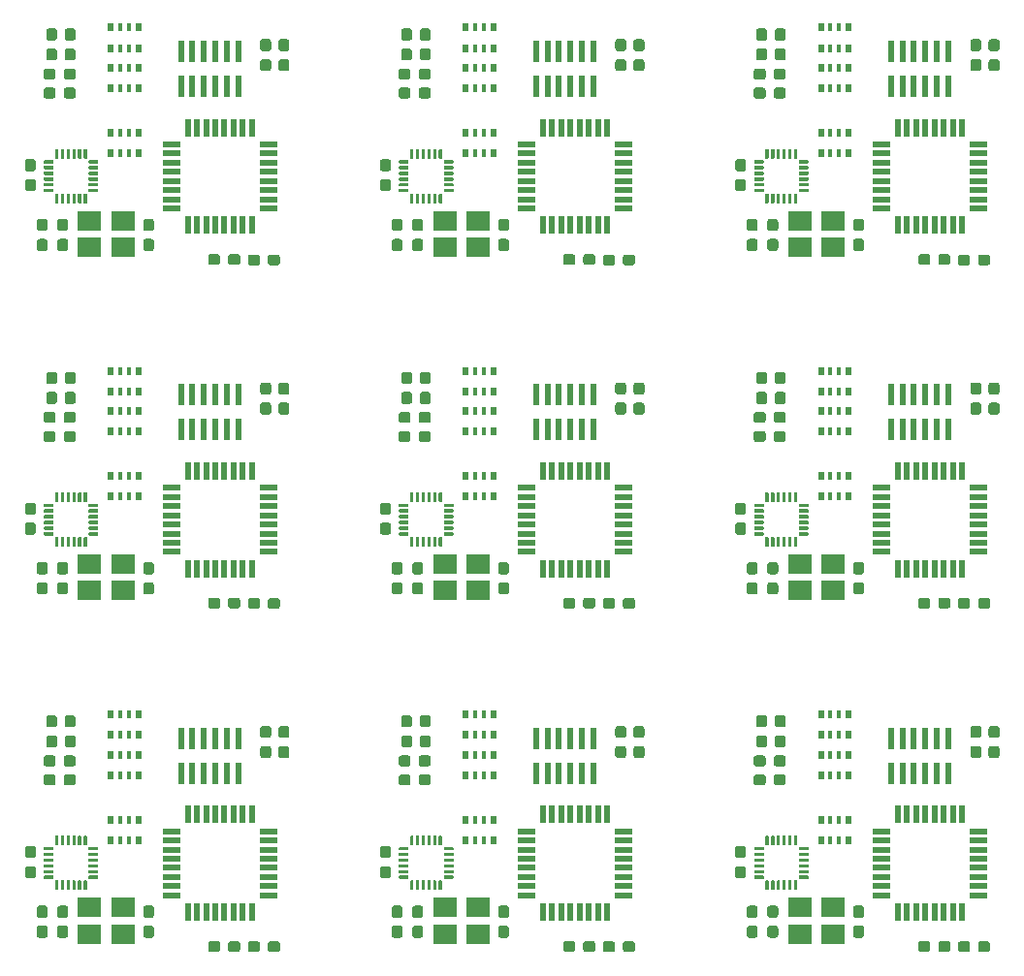
<source format=gtp>
%MOIN*%
%OFA0B0*%
%FSLAX46Y46*%
%IPPOS*%
%LPD*%
%ADD10C,0.0039370078740157488*%
%ADD11C,0.011811023622047244*%
%ADD12R,0.082677165354330714X0.070866141732283464*%
%ADD13R,0.062992125984251982X0.021653543307086617*%
%ADD14R,0.021653543307086617X0.062992125984251982*%
%ADD15R,0.01968503937007874X0.031496062992125991*%
%ADD16R,0.015748031496062995X0.031496062992125991*%
%ADD17C,0.037401574803149609*%
%ADD18R,0.01968503937007874X0.072834645669291348*%
%ADD29C,0.0039370078740157488*%
%ADD30C,0.011811023622047244*%
%ADD31R,0.082677165354330714X0.070866141732283464*%
%ADD32R,0.062992125984251982X0.021653543307086617*%
%ADD33R,0.021653543307086617X0.062992125984251982*%
%ADD34R,0.01968503937007874X0.031496062992125991*%
%ADD35R,0.015748031496062995X0.031496062992125991*%
%ADD36C,0.037401574803149609*%
%ADD37R,0.01968503937007874X0.072834645669291348*%
%ADD38C,0.0039370078740157488*%
%ADD39C,0.011811023622047244*%
%ADD40R,0.082677165354330714X0.070866141732283464*%
%ADD41R,0.062992125984251982X0.021653543307086617*%
%ADD42R,0.021653543307086617X0.062992125984251982*%
%ADD43R,0.01968503937007874X0.031496062992125991*%
%ADD44R,0.015748031496062995X0.031496062992125991*%
%ADD45C,0.037401574803149609*%
%ADD46R,0.01968503937007874X0.072834645669291348*%
%ADD47C,0.0039370078740157488*%
%ADD48C,0.011811023622047244*%
%ADD49R,0.082677165354330714X0.070866141732283464*%
%ADD50R,0.062992125984251982X0.021653543307086617*%
%ADD51R,0.021653543307086617X0.062992125984251982*%
%ADD52R,0.01968503937007874X0.031496062992125991*%
%ADD53R,0.015748031496062995X0.031496062992125991*%
%ADD54C,0.037401574803149609*%
%ADD55R,0.01968503937007874X0.072834645669291348*%
%ADD56C,0.0039370078740157488*%
%ADD57C,0.011811023622047244*%
%ADD58R,0.082677165354330714X0.070866141732283464*%
%ADD59R,0.062992125984251982X0.021653543307086617*%
%ADD60R,0.021653543307086617X0.062992125984251982*%
%ADD61R,0.01968503937007874X0.031496062992125991*%
%ADD62R,0.015748031496062995X0.031496062992125991*%
%ADD63C,0.037401574803149609*%
%ADD64R,0.01968503937007874X0.072834645669291348*%
%ADD65C,0.0039370078740157488*%
%ADD66C,0.011811023622047244*%
%ADD67R,0.082677165354330714X0.070866141732283464*%
%ADD68R,0.062992125984251982X0.021653543307086617*%
%ADD69R,0.021653543307086617X0.062992125984251982*%
%ADD70R,0.01968503937007874X0.031496062992125991*%
%ADD71R,0.015748031496062995X0.031496062992125991*%
%ADD72C,0.037401574803149609*%
%ADD73R,0.01968503937007874X0.072834645669291348*%
%ADD74C,0.0039370078740157488*%
%ADD75C,0.011811023622047244*%
%ADD76R,0.082677165354330714X0.070866141732283464*%
%ADD77R,0.062992125984251982X0.021653543307086617*%
%ADD78R,0.021653543307086617X0.062992125984251982*%
%ADD79R,0.01968503937007874X0.031496062992125991*%
%ADD80R,0.015748031496062995X0.031496062992125991*%
%ADD81C,0.037401574803149609*%
%ADD82R,0.01968503937007874X0.072834645669291348*%
%ADD83C,0.0039370078740157488*%
%ADD84C,0.011811023622047244*%
%ADD85R,0.082677165354330714X0.070866141732283464*%
%ADD86R,0.062992125984251982X0.021653543307086617*%
%ADD87R,0.021653543307086617X0.062992125984251982*%
%ADD88R,0.01968503937007874X0.031496062992125991*%
%ADD89R,0.015748031496062995X0.031496062992125991*%
%ADD90C,0.037401574803149609*%
%ADD91R,0.01968503937007874X0.072834645669291348*%
%ADD92C,0.0039370078740157488*%
%ADD93C,0.011811023622047244*%
%ADD94R,0.082677165354330714X0.070866141732283464*%
%ADD95R,0.062992125984251982X0.021653543307086617*%
%ADD96R,0.021653543307086617X0.062992125984251982*%
%ADD97R,0.01968503937007874X0.031496062992125991*%
%ADD98R,0.015748031496062995X0.031496062992125991*%
%ADD99C,0.037401574803149609*%
%ADD100R,0.01968503937007874X0.072834645669291348*%
D10*
G36*
X0000428990Y0003185261D02*
G01*
X0000429276Y0003185218D01*
X0000429557Y0003185148D01*
X0000429830Y0003185050D01*
X0000430092Y0003184926D01*
X0000430341Y0003184777D01*
X0000430573Y0003184605D01*
X0000430788Y0003184410D01*
X0000430983Y0003184196D01*
X0000431155Y0003183963D01*
X0000431304Y0003183714D01*
X0000431428Y0003183452D01*
X0000431526Y0003183179D01*
X0000431596Y0003182898D01*
X0000431639Y0003182612D01*
X0000431653Y0003182322D01*
X0000431653Y0003154763D01*
X0000431639Y0003154474D01*
X0000431596Y0003154187D01*
X0000431526Y0003153906D01*
X0000431428Y0003153633D01*
X0000431304Y0003153371D01*
X0000431155Y0003153123D01*
X0000430983Y0003152890D01*
X0000430788Y0003152675D01*
X0000430573Y0003152481D01*
X0000430341Y0003152308D01*
X0000430092Y0003152159D01*
X0000429830Y0003152035D01*
X0000429557Y0003151938D01*
X0000429276Y0003151867D01*
X0000428990Y0003151825D01*
X0000428700Y0003151811D01*
X0000422795Y0003151811D01*
X0000422505Y0003151825D01*
X0000422219Y0003151867D01*
X0000421938Y0003151938D01*
X0000421665Y0003152035D01*
X0000421403Y0003152159D01*
X0000421154Y0003152308D01*
X0000420922Y0003152481D01*
X0000420707Y0003152675D01*
X0000420512Y0003152890D01*
X0000420340Y0003153123D01*
X0000420191Y0003153371D01*
X0000420067Y0003153633D01*
X0000419969Y0003153906D01*
X0000419899Y0003154187D01*
X0000419856Y0003154474D01*
X0000419842Y0003154763D01*
X0000419842Y0003182322D01*
X0000419856Y0003182612D01*
X0000419899Y0003182898D01*
X0000419969Y0003183179D01*
X0000420067Y0003183452D01*
X0000420191Y0003183714D01*
X0000420340Y0003183963D01*
X0000420512Y0003184196D01*
X0000420707Y0003184410D01*
X0000420922Y0003184605D01*
X0000421154Y0003184777D01*
X0000421403Y0003184926D01*
X0000421665Y0003185050D01*
X0000421938Y0003185148D01*
X0000422219Y0003185218D01*
X0000422505Y0003185261D01*
X0000422795Y0003185275D01*
X0000428700Y0003185275D01*
X0000428990Y0003185261D01*
X0000428990Y0003185261D01*
G37*
D11*
X0000425747Y0003168543D03*
D10*
G36*
X0000448675Y0003185261D02*
G01*
X0000448961Y0003185218D01*
X0000449242Y0003185148D01*
X0000449515Y0003185050D01*
X0000449777Y0003184926D01*
X0000450026Y0003184777D01*
X0000450258Y0003184605D01*
X0000450473Y0003184410D01*
X0000450668Y0003184196D01*
X0000450840Y0003183963D01*
X0000450989Y0003183714D01*
X0000451113Y0003183452D01*
X0000451211Y0003183179D01*
X0000451281Y0003182898D01*
X0000451324Y0003182612D01*
X0000451338Y0003182322D01*
X0000451338Y0003154763D01*
X0000451324Y0003154474D01*
X0000451281Y0003154187D01*
X0000451211Y0003153906D01*
X0000451113Y0003153633D01*
X0000450989Y0003153371D01*
X0000450840Y0003153123D01*
X0000450668Y0003152890D01*
X0000450473Y0003152675D01*
X0000450258Y0003152481D01*
X0000450026Y0003152308D01*
X0000449777Y0003152159D01*
X0000449515Y0003152035D01*
X0000449242Y0003151938D01*
X0000448961Y0003151867D01*
X0000448675Y0003151825D01*
X0000448385Y0003151811D01*
X0000442480Y0003151811D01*
X0000442190Y0003151825D01*
X0000441904Y0003151867D01*
X0000441623Y0003151938D01*
X0000441350Y0003152035D01*
X0000441088Y0003152159D01*
X0000440839Y0003152308D01*
X0000440607Y0003152481D01*
X0000440392Y0003152675D01*
X0000440197Y0003152890D01*
X0000440025Y0003153123D01*
X0000439876Y0003153371D01*
X0000439752Y0003153633D01*
X0000439654Y0003153906D01*
X0000439584Y0003154187D01*
X0000439541Y0003154474D01*
X0000439527Y0003154763D01*
X0000439527Y0003182322D01*
X0000439541Y0003182612D01*
X0000439584Y0003182898D01*
X0000439654Y0003183179D01*
X0000439752Y0003183452D01*
X0000439876Y0003183714D01*
X0000440025Y0003183963D01*
X0000440197Y0003184196D01*
X0000440392Y0003184410D01*
X0000440607Y0003184605D01*
X0000440839Y0003184777D01*
X0000441088Y0003184926D01*
X0000441350Y0003185050D01*
X0000441623Y0003185148D01*
X0000441904Y0003185218D01*
X0000442190Y0003185261D01*
X0000442480Y0003185275D01*
X0000448385Y0003185275D01*
X0000448675Y0003185261D01*
X0000448675Y0003185261D01*
G37*
D11*
X0000445433Y0003168543D03*
D10*
G36*
X0000468360Y0003185261D02*
G01*
X0000468646Y0003185218D01*
X0000468927Y0003185148D01*
X0000469200Y0003185050D01*
X0000469462Y0003184926D01*
X0000469711Y0003184777D01*
X0000469944Y0003184605D01*
X0000470158Y0003184410D01*
X0000470353Y0003184196D01*
X0000470525Y0003183963D01*
X0000470674Y0003183714D01*
X0000470798Y0003183452D01*
X0000470896Y0003183179D01*
X0000470966Y0003182898D01*
X0000471009Y0003182612D01*
X0000471023Y0003182322D01*
X0000471023Y0003154763D01*
X0000471009Y0003154474D01*
X0000470966Y0003154187D01*
X0000470896Y0003153906D01*
X0000470798Y0003153633D01*
X0000470674Y0003153371D01*
X0000470525Y0003153123D01*
X0000470353Y0003152890D01*
X0000470158Y0003152675D01*
X0000469944Y0003152481D01*
X0000469711Y0003152308D01*
X0000469462Y0003152159D01*
X0000469200Y0003152035D01*
X0000468927Y0003151938D01*
X0000468646Y0003151867D01*
X0000468360Y0003151825D01*
X0000468070Y0003151811D01*
X0000462165Y0003151811D01*
X0000461875Y0003151825D01*
X0000461589Y0003151867D01*
X0000461308Y0003151938D01*
X0000461035Y0003152035D01*
X0000460773Y0003152159D01*
X0000460524Y0003152308D01*
X0000460292Y0003152481D01*
X0000460077Y0003152675D01*
X0000459882Y0003152890D01*
X0000459710Y0003153123D01*
X0000459561Y0003153371D01*
X0000459437Y0003153633D01*
X0000459339Y0003153906D01*
X0000459269Y0003154187D01*
X0000459226Y0003154474D01*
X0000459212Y0003154763D01*
X0000459212Y0003182322D01*
X0000459226Y0003182612D01*
X0000459269Y0003182898D01*
X0000459339Y0003183179D01*
X0000459437Y0003183452D01*
X0000459561Y0003183714D01*
X0000459710Y0003183963D01*
X0000459882Y0003184196D01*
X0000460077Y0003184410D01*
X0000460292Y0003184605D01*
X0000460524Y0003184777D01*
X0000460773Y0003184926D01*
X0000461035Y0003185050D01*
X0000461308Y0003185148D01*
X0000461589Y0003185218D01*
X0000461875Y0003185261D01*
X0000462165Y0003185275D01*
X0000468070Y0003185275D01*
X0000468360Y0003185261D01*
X0000468360Y0003185261D01*
G37*
D11*
X0000465118Y0003168543D03*
D10*
G36*
X0000488045Y0003185261D02*
G01*
X0000488331Y0003185218D01*
X0000488613Y0003185148D01*
X0000488885Y0003185050D01*
X0000489147Y0003184926D01*
X0000489396Y0003184777D01*
X0000489629Y0003184605D01*
X0000489843Y0003184410D01*
X0000490038Y0003184196D01*
X0000490210Y0003183963D01*
X0000490359Y0003183714D01*
X0000490483Y0003183452D01*
X0000490581Y0003183179D01*
X0000490651Y0003182898D01*
X0000490694Y0003182612D01*
X0000490708Y0003182322D01*
X0000490708Y0003154763D01*
X0000490694Y0003154474D01*
X0000490651Y0003154187D01*
X0000490581Y0003153906D01*
X0000490483Y0003153633D01*
X0000490359Y0003153371D01*
X0000490210Y0003153123D01*
X0000490038Y0003152890D01*
X0000489843Y0003152675D01*
X0000489629Y0003152481D01*
X0000489396Y0003152308D01*
X0000489147Y0003152159D01*
X0000488885Y0003152035D01*
X0000488613Y0003151938D01*
X0000488331Y0003151867D01*
X0000488045Y0003151825D01*
X0000487755Y0003151811D01*
X0000481850Y0003151811D01*
X0000481560Y0003151825D01*
X0000481274Y0003151867D01*
X0000480993Y0003151938D01*
X0000480720Y0003152035D01*
X0000480458Y0003152159D01*
X0000480209Y0003152308D01*
X0000479977Y0003152481D01*
X0000479762Y0003152675D01*
X0000479567Y0003152890D01*
X0000479395Y0003153123D01*
X0000479246Y0003153371D01*
X0000479122Y0003153633D01*
X0000479024Y0003153906D01*
X0000478954Y0003154187D01*
X0000478911Y0003154474D01*
X0000478897Y0003154763D01*
X0000478897Y0003182322D01*
X0000478911Y0003182612D01*
X0000478954Y0003182898D01*
X0000479024Y0003183179D01*
X0000479122Y0003183452D01*
X0000479246Y0003183714D01*
X0000479395Y0003183963D01*
X0000479567Y0003184196D01*
X0000479762Y0003184410D01*
X0000479977Y0003184605D01*
X0000480209Y0003184777D01*
X0000480458Y0003184926D01*
X0000480720Y0003185050D01*
X0000480993Y0003185148D01*
X0000481274Y0003185218D01*
X0000481560Y0003185261D01*
X0000481850Y0003185275D01*
X0000487755Y0003185275D01*
X0000488045Y0003185261D01*
X0000488045Y0003185261D01*
G37*
D11*
X0000484803Y0003168543D03*
D10*
G36*
X0000507730Y0003185261D02*
G01*
X0000508016Y0003185218D01*
X0000508298Y0003185148D01*
X0000508570Y0003185050D01*
X0000508832Y0003184926D01*
X0000509081Y0003184777D01*
X0000509314Y0003184605D01*
X0000509528Y0003184410D01*
X0000509723Y0003184196D01*
X0000509896Y0003183963D01*
X0000510044Y0003183714D01*
X0000510168Y0003183452D01*
X0000510266Y0003183179D01*
X0000510336Y0003182898D01*
X0000510379Y0003182612D01*
X0000510393Y0003182322D01*
X0000510393Y0003154763D01*
X0000510379Y0003154474D01*
X0000510336Y0003154187D01*
X0000510266Y0003153906D01*
X0000510168Y0003153633D01*
X0000510044Y0003153371D01*
X0000509896Y0003153123D01*
X0000509723Y0003152890D01*
X0000509528Y0003152675D01*
X0000509314Y0003152481D01*
X0000509081Y0003152308D01*
X0000508832Y0003152159D01*
X0000508570Y0003152035D01*
X0000508298Y0003151938D01*
X0000508016Y0003151867D01*
X0000507730Y0003151825D01*
X0000507440Y0003151811D01*
X0000501535Y0003151811D01*
X0000501246Y0003151825D01*
X0000500959Y0003151867D01*
X0000500678Y0003151938D01*
X0000500405Y0003152035D01*
X0000500143Y0003152159D01*
X0000499894Y0003152308D01*
X0000499662Y0003152481D01*
X0000499447Y0003152675D01*
X0000499252Y0003152890D01*
X0000499080Y0003153123D01*
X0000498931Y0003153371D01*
X0000498807Y0003153633D01*
X0000498709Y0003153906D01*
X0000498639Y0003154187D01*
X0000498596Y0003154474D01*
X0000498582Y0003154763D01*
X0000498582Y0003182322D01*
X0000498596Y0003182612D01*
X0000498639Y0003182898D01*
X0000498709Y0003183179D01*
X0000498807Y0003183452D01*
X0000498931Y0003183714D01*
X0000499080Y0003183963D01*
X0000499252Y0003184196D01*
X0000499447Y0003184410D01*
X0000499662Y0003184605D01*
X0000499894Y0003184777D01*
X0000500143Y0003184926D01*
X0000500405Y0003185050D01*
X0000500678Y0003185148D01*
X0000500959Y0003185218D01*
X0000501246Y0003185261D01*
X0000501535Y0003185275D01*
X0000507440Y0003185275D01*
X0000507730Y0003185261D01*
X0000507730Y0003185261D01*
G37*
D11*
X0000504488Y0003168543D03*
D10*
G36*
X0000527415Y0003185261D02*
G01*
X0000527702Y0003185218D01*
X0000527983Y0003185148D01*
X0000528255Y0003185050D01*
X0000528517Y0003184926D01*
X0000528766Y0003184777D01*
X0000528999Y0003184605D01*
X0000529213Y0003184410D01*
X0000529408Y0003184196D01*
X0000529581Y0003183963D01*
X0000529730Y0003183714D01*
X0000529853Y0003183452D01*
X0000529951Y0003183179D01*
X0000530021Y0003182898D01*
X0000530064Y0003182612D01*
X0000530078Y0003182322D01*
X0000530078Y0003154763D01*
X0000530064Y0003154474D01*
X0000530021Y0003154187D01*
X0000529951Y0003153906D01*
X0000529853Y0003153633D01*
X0000529730Y0003153371D01*
X0000529581Y0003153123D01*
X0000529408Y0003152890D01*
X0000529213Y0003152675D01*
X0000528999Y0003152481D01*
X0000528766Y0003152308D01*
X0000528517Y0003152159D01*
X0000528255Y0003152035D01*
X0000527983Y0003151938D01*
X0000527702Y0003151867D01*
X0000527415Y0003151825D01*
X0000527125Y0003151811D01*
X0000521220Y0003151811D01*
X0000520931Y0003151825D01*
X0000520644Y0003151867D01*
X0000520363Y0003151938D01*
X0000520090Y0003152035D01*
X0000519828Y0003152159D01*
X0000519579Y0003152308D01*
X0000519347Y0003152481D01*
X0000519132Y0003152675D01*
X0000518937Y0003152890D01*
X0000518765Y0003153123D01*
X0000518616Y0003153371D01*
X0000518492Y0003153633D01*
X0000518394Y0003153906D01*
X0000518324Y0003154187D01*
X0000518281Y0003154474D01*
X0000518267Y0003154763D01*
X0000518267Y0003182322D01*
X0000518281Y0003182612D01*
X0000518324Y0003182898D01*
X0000518394Y0003183179D01*
X0000518492Y0003183452D01*
X0000518616Y0003183714D01*
X0000518765Y0003183963D01*
X0000518937Y0003184196D01*
X0000519132Y0003184410D01*
X0000519347Y0003184605D01*
X0000519579Y0003184777D01*
X0000519828Y0003184926D01*
X0000520090Y0003185050D01*
X0000520363Y0003185148D01*
X0000520644Y0003185218D01*
X0000520931Y0003185261D01*
X0000521220Y0003185275D01*
X0000527125Y0003185275D01*
X0000527415Y0003185261D01*
X0000527415Y0003185261D01*
G37*
D11*
X0000524173Y0003168543D03*
D10*
G36*
X0000565801Y0003146875D02*
G01*
X0000566087Y0003146833D01*
X0000566368Y0003146762D01*
X0000566641Y0003146665D01*
X0000566903Y0003146541D01*
X0000567152Y0003146392D01*
X0000567384Y0003146219D01*
X0000567599Y0003146024D01*
X0000567794Y0003145810D01*
X0000567966Y0003145577D01*
X0000568115Y0003145328D01*
X0000568239Y0003145066D01*
X0000568337Y0003144794D01*
X0000568407Y0003144513D01*
X0000568450Y0003144226D01*
X0000568464Y0003143937D01*
X0000568464Y0003138031D01*
X0000568450Y0003137742D01*
X0000568407Y0003137455D01*
X0000568337Y0003137174D01*
X0000568239Y0003136901D01*
X0000568115Y0003136639D01*
X0000567966Y0003136391D01*
X0000567794Y0003136158D01*
X0000567599Y0003135943D01*
X0000567384Y0003135748D01*
X0000567152Y0003135576D01*
X0000566903Y0003135427D01*
X0000566641Y0003135303D01*
X0000566368Y0003135205D01*
X0000566087Y0003135135D01*
X0000565801Y0003135092D01*
X0000565511Y0003135078D01*
X0000537952Y0003135078D01*
X0000537663Y0003135092D01*
X0000537376Y0003135135D01*
X0000537095Y0003135205D01*
X0000536822Y0003135303D01*
X0000536560Y0003135427D01*
X0000536312Y0003135576D01*
X0000536079Y0003135748D01*
X0000535864Y0003135943D01*
X0000535670Y0003136158D01*
X0000535497Y0003136391D01*
X0000535348Y0003136639D01*
X0000535224Y0003136901D01*
X0000535127Y0003137174D01*
X0000535056Y0003137455D01*
X0000535014Y0003137742D01*
X0000534999Y0003138031D01*
X0000534999Y0003143937D01*
X0000535014Y0003144226D01*
X0000535056Y0003144513D01*
X0000535127Y0003144794D01*
X0000535224Y0003145066D01*
X0000535348Y0003145328D01*
X0000535497Y0003145577D01*
X0000535670Y0003145810D01*
X0000535864Y0003146024D01*
X0000536079Y0003146219D01*
X0000536312Y0003146392D01*
X0000536560Y0003146541D01*
X0000536822Y0003146665D01*
X0000537095Y0003146762D01*
X0000537376Y0003146833D01*
X0000537663Y0003146875D01*
X0000537952Y0003146889D01*
X0000565511Y0003146889D01*
X0000565801Y0003146875D01*
X0000565801Y0003146875D01*
G37*
D11*
X0000551732Y0003140984D03*
D10*
G36*
X0000565801Y0003127190D02*
G01*
X0000566087Y0003127147D01*
X0000566368Y0003127077D01*
X0000566641Y0003126979D01*
X0000566903Y0003126856D01*
X0000567152Y0003126707D01*
X0000567384Y0003126534D01*
X0000567599Y0003126339D01*
X0000567794Y0003126125D01*
X0000567966Y0003125892D01*
X0000568115Y0003125643D01*
X0000568239Y0003125381D01*
X0000568337Y0003125109D01*
X0000568407Y0003124828D01*
X0000568450Y0003124541D01*
X0000568464Y0003124251D01*
X0000568464Y0003118346D01*
X0000568450Y0003118057D01*
X0000568407Y0003117770D01*
X0000568337Y0003117489D01*
X0000568239Y0003117216D01*
X0000568115Y0003116954D01*
X0000567966Y0003116705D01*
X0000567794Y0003116473D01*
X0000567599Y0003116258D01*
X0000567384Y0003116063D01*
X0000567152Y0003115891D01*
X0000566903Y0003115742D01*
X0000566641Y0003115618D01*
X0000566368Y0003115520D01*
X0000566087Y0003115450D01*
X0000565801Y0003115407D01*
X0000565511Y0003115393D01*
X0000537952Y0003115393D01*
X0000537663Y0003115407D01*
X0000537376Y0003115450D01*
X0000537095Y0003115520D01*
X0000536822Y0003115618D01*
X0000536560Y0003115742D01*
X0000536312Y0003115891D01*
X0000536079Y0003116063D01*
X0000535864Y0003116258D01*
X0000535670Y0003116473D01*
X0000535497Y0003116705D01*
X0000535348Y0003116954D01*
X0000535224Y0003117216D01*
X0000535127Y0003117489D01*
X0000535056Y0003117770D01*
X0000535014Y0003118057D01*
X0000534999Y0003118346D01*
X0000534999Y0003124251D01*
X0000535014Y0003124541D01*
X0000535056Y0003124828D01*
X0000535127Y0003125109D01*
X0000535224Y0003125381D01*
X0000535348Y0003125643D01*
X0000535497Y0003125892D01*
X0000535670Y0003126125D01*
X0000535864Y0003126339D01*
X0000536079Y0003126534D01*
X0000536312Y0003126707D01*
X0000536560Y0003126856D01*
X0000536822Y0003126979D01*
X0000537095Y0003127077D01*
X0000537376Y0003127147D01*
X0000537663Y0003127190D01*
X0000537952Y0003127204D01*
X0000565511Y0003127204D01*
X0000565801Y0003127190D01*
X0000565801Y0003127190D01*
G37*
D11*
X0000551732Y0003121299D03*
D10*
G36*
X0000565801Y0003107505D02*
G01*
X0000566087Y0003107462D01*
X0000566368Y0003107392D01*
X0000566641Y0003107294D01*
X0000566903Y0003107171D01*
X0000567152Y0003107022D01*
X0000567384Y0003106849D01*
X0000567599Y0003106654D01*
X0000567794Y0003106440D01*
X0000567966Y0003106207D01*
X0000568115Y0003105958D01*
X0000568239Y0003105696D01*
X0000568337Y0003105424D01*
X0000568407Y0003105142D01*
X0000568450Y0003104856D01*
X0000568464Y0003104566D01*
X0000568464Y0003098661D01*
X0000568450Y0003098372D01*
X0000568407Y0003098085D01*
X0000568337Y0003097804D01*
X0000568239Y0003097531D01*
X0000568115Y0003097269D01*
X0000567966Y0003097020D01*
X0000567794Y0003096788D01*
X0000567599Y0003096573D01*
X0000567384Y0003096378D01*
X0000567152Y0003096206D01*
X0000566903Y0003096057D01*
X0000566641Y0003095933D01*
X0000566368Y0003095835D01*
X0000566087Y0003095765D01*
X0000565801Y0003095722D01*
X0000565511Y0003095708D01*
X0000537952Y0003095708D01*
X0000537663Y0003095722D01*
X0000537376Y0003095765D01*
X0000537095Y0003095835D01*
X0000536822Y0003095933D01*
X0000536560Y0003096057D01*
X0000536312Y0003096206D01*
X0000536079Y0003096378D01*
X0000535864Y0003096573D01*
X0000535670Y0003096788D01*
X0000535497Y0003097020D01*
X0000535348Y0003097269D01*
X0000535224Y0003097531D01*
X0000535127Y0003097804D01*
X0000535056Y0003098085D01*
X0000535014Y0003098372D01*
X0000534999Y0003098661D01*
X0000534999Y0003104566D01*
X0000535014Y0003104856D01*
X0000535056Y0003105142D01*
X0000535127Y0003105424D01*
X0000535224Y0003105696D01*
X0000535348Y0003105958D01*
X0000535497Y0003106207D01*
X0000535670Y0003106440D01*
X0000535864Y0003106654D01*
X0000536079Y0003106849D01*
X0000536312Y0003107022D01*
X0000536560Y0003107171D01*
X0000536822Y0003107294D01*
X0000537095Y0003107392D01*
X0000537376Y0003107462D01*
X0000537663Y0003107505D01*
X0000537952Y0003107519D01*
X0000565511Y0003107519D01*
X0000565801Y0003107505D01*
X0000565801Y0003107505D01*
G37*
D11*
X0000551732Y0003101614D03*
D10*
G36*
X0000565801Y0003087820D02*
G01*
X0000566087Y0003087777D01*
X0000566368Y0003087707D01*
X0000566641Y0003087609D01*
X0000566903Y0003087485D01*
X0000567152Y0003087337D01*
X0000567384Y0003087164D01*
X0000567599Y0003086969D01*
X0000567794Y0003086755D01*
X0000567966Y0003086522D01*
X0000568115Y0003086273D01*
X0000568239Y0003086011D01*
X0000568337Y0003085739D01*
X0000568407Y0003085457D01*
X0000568450Y0003085171D01*
X0000568464Y0003084881D01*
X0000568464Y0003078976D01*
X0000568450Y0003078686D01*
X0000568407Y0003078400D01*
X0000568337Y0003078119D01*
X0000568239Y0003077846D01*
X0000568115Y0003077584D01*
X0000567966Y0003077335D01*
X0000567794Y0003077103D01*
X0000567599Y0003076888D01*
X0000567384Y0003076693D01*
X0000567152Y0003076521D01*
X0000566903Y0003076372D01*
X0000566641Y0003076248D01*
X0000566368Y0003076150D01*
X0000566087Y0003076080D01*
X0000565801Y0003076037D01*
X0000565511Y0003076023D01*
X0000537952Y0003076023D01*
X0000537663Y0003076037D01*
X0000537376Y0003076080D01*
X0000537095Y0003076150D01*
X0000536822Y0003076248D01*
X0000536560Y0003076372D01*
X0000536312Y0003076521D01*
X0000536079Y0003076693D01*
X0000535864Y0003076888D01*
X0000535670Y0003077103D01*
X0000535497Y0003077335D01*
X0000535348Y0003077584D01*
X0000535224Y0003077846D01*
X0000535127Y0003078119D01*
X0000535056Y0003078400D01*
X0000535014Y0003078686D01*
X0000534999Y0003078976D01*
X0000534999Y0003084881D01*
X0000535014Y0003085171D01*
X0000535056Y0003085457D01*
X0000535127Y0003085739D01*
X0000535224Y0003086011D01*
X0000535348Y0003086273D01*
X0000535497Y0003086522D01*
X0000535670Y0003086755D01*
X0000535864Y0003086969D01*
X0000536079Y0003087164D01*
X0000536312Y0003087337D01*
X0000536560Y0003087485D01*
X0000536822Y0003087609D01*
X0000537095Y0003087707D01*
X0000537376Y0003087777D01*
X0000537663Y0003087820D01*
X0000537952Y0003087834D01*
X0000565511Y0003087834D01*
X0000565801Y0003087820D01*
X0000565801Y0003087820D01*
G37*
D11*
X0000551732Y0003081929D03*
D10*
G36*
X0000565801Y0003068135D02*
G01*
X0000566087Y0003068092D01*
X0000566368Y0003068022D01*
X0000566641Y0003067924D01*
X0000566903Y0003067800D01*
X0000567152Y0003067651D01*
X0000567384Y0003067479D01*
X0000567599Y0003067284D01*
X0000567794Y0003067070D01*
X0000567966Y0003066837D01*
X0000568115Y0003066588D01*
X0000568239Y0003066326D01*
X0000568337Y0003066053D01*
X0000568407Y0003065772D01*
X0000568450Y0003065486D01*
X0000568464Y0003065196D01*
X0000568464Y0003059291D01*
X0000568450Y0003059001D01*
X0000568407Y0003058715D01*
X0000568337Y0003058434D01*
X0000568239Y0003058161D01*
X0000568115Y0003057899D01*
X0000567966Y0003057650D01*
X0000567794Y0003057418D01*
X0000567599Y0003057203D01*
X0000567384Y0003057008D01*
X0000567152Y0003056836D01*
X0000566903Y0003056687D01*
X0000566641Y0003056563D01*
X0000566368Y0003056465D01*
X0000566087Y0003056395D01*
X0000565801Y0003056352D01*
X0000565511Y0003056338D01*
X0000537952Y0003056338D01*
X0000537663Y0003056352D01*
X0000537376Y0003056395D01*
X0000537095Y0003056465D01*
X0000536822Y0003056563D01*
X0000536560Y0003056687D01*
X0000536312Y0003056836D01*
X0000536079Y0003057008D01*
X0000535864Y0003057203D01*
X0000535670Y0003057418D01*
X0000535497Y0003057650D01*
X0000535348Y0003057899D01*
X0000535224Y0003058161D01*
X0000535127Y0003058434D01*
X0000535056Y0003058715D01*
X0000535014Y0003059001D01*
X0000534999Y0003059291D01*
X0000534999Y0003065196D01*
X0000535014Y0003065486D01*
X0000535056Y0003065772D01*
X0000535127Y0003066053D01*
X0000535224Y0003066326D01*
X0000535348Y0003066588D01*
X0000535497Y0003066837D01*
X0000535670Y0003067070D01*
X0000535864Y0003067284D01*
X0000536079Y0003067479D01*
X0000536312Y0003067651D01*
X0000536560Y0003067800D01*
X0000536822Y0003067924D01*
X0000537095Y0003068022D01*
X0000537376Y0003068092D01*
X0000537663Y0003068135D01*
X0000537952Y0003068149D01*
X0000565511Y0003068149D01*
X0000565801Y0003068135D01*
X0000565801Y0003068135D01*
G37*
D11*
X0000551732Y0003062244D03*
D10*
G36*
X0000565801Y0003048450D02*
G01*
X0000566087Y0003048407D01*
X0000566368Y0003048337D01*
X0000566641Y0003048239D01*
X0000566903Y0003048115D01*
X0000567152Y0003047966D01*
X0000567384Y0003047794D01*
X0000567599Y0003047599D01*
X0000567794Y0003047385D01*
X0000567966Y0003047152D01*
X0000568115Y0003046903D01*
X0000568239Y0003046641D01*
X0000568337Y0003046368D01*
X0000568407Y0003046087D01*
X0000568450Y0003045801D01*
X0000568464Y0003045511D01*
X0000568464Y0003039606D01*
X0000568450Y0003039316D01*
X0000568407Y0003039030D01*
X0000568337Y0003038749D01*
X0000568239Y0003038476D01*
X0000568115Y0003038214D01*
X0000567966Y0003037965D01*
X0000567794Y0003037733D01*
X0000567599Y0003037518D01*
X0000567384Y0003037323D01*
X0000567152Y0003037151D01*
X0000566903Y0003037002D01*
X0000566641Y0003036878D01*
X0000566368Y0003036780D01*
X0000566087Y0003036710D01*
X0000565801Y0003036667D01*
X0000565511Y0003036653D01*
X0000537952Y0003036653D01*
X0000537663Y0003036667D01*
X0000537376Y0003036710D01*
X0000537095Y0003036780D01*
X0000536822Y0003036878D01*
X0000536560Y0003037002D01*
X0000536312Y0003037151D01*
X0000536079Y0003037323D01*
X0000535864Y0003037518D01*
X0000535670Y0003037733D01*
X0000535497Y0003037965D01*
X0000535348Y0003038214D01*
X0000535224Y0003038476D01*
X0000535127Y0003038749D01*
X0000535056Y0003039030D01*
X0000535014Y0003039316D01*
X0000534999Y0003039606D01*
X0000534999Y0003045511D01*
X0000535014Y0003045801D01*
X0000535056Y0003046087D01*
X0000535127Y0003046368D01*
X0000535224Y0003046641D01*
X0000535348Y0003046903D01*
X0000535497Y0003047152D01*
X0000535670Y0003047385D01*
X0000535864Y0003047599D01*
X0000536079Y0003047794D01*
X0000536312Y0003047966D01*
X0000536560Y0003048115D01*
X0000536822Y0003048239D01*
X0000537095Y0003048337D01*
X0000537376Y0003048407D01*
X0000537663Y0003048450D01*
X0000537952Y0003048464D01*
X0000565511Y0003048464D01*
X0000565801Y0003048450D01*
X0000565801Y0003048450D01*
G37*
D11*
X0000551732Y0003042559D03*
D10*
G36*
X0000527415Y0003031718D02*
G01*
X0000527702Y0003031675D01*
X0000527983Y0003031605D01*
X0000528255Y0003031507D01*
X0000528517Y0003031383D01*
X0000528766Y0003031234D01*
X0000528999Y0003031062D01*
X0000529213Y0003030867D01*
X0000529408Y0003030652D01*
X0000529581Y0003030420D01*
X0000529730Y0003030171D01*
X0000529853Y0003029909D01*
X0000529951Y0003029636D01*
X0000530021Y0003029355D01*
X0000530064Y0003029068D01*
X0000530078Y0003028779D01*
X0000530078Y0003001220D01*
X0000530064Y0003000931D01*
X0000530021Y0003000644D01*
X0000529951Y0003000363D01*
X0000529853Y0003000090D01*
X0000529730Y0002999828D01*
X0000529581Y0002999580D01*
X0000529408Y0002999347D01*
X0000529213Y0002999132D01*
X0000528999Y0002998937D01*
X0000528766Y0002998765D01*
X0000528517Y0002998616D01*
X0000528255Y0002998492D01*
X0000527983Y0002998394D01*
X0000527702Y0002998324D01*
X0000527415Y0002998281D01*
X0000527125Y0002998267D01*
X0000521220Y0002998267D01*
X0000520931Y0002998281D01*
X0000520644Y0002998324D01*
X0000520363Y0002998394D01*
X0000520090Y0002998492D01*
X0000519828Y0002998616D01*
X0000519579Y0002998765D01*
X0000519347Y0002998937D01*
X0000519132Y0002999132D01*
X0000518937Y0002999347D01*
X0000518765Y0002999580D01*
X0000518616Y0002999828D01*
X0000518492Y0003000090D01*
X0000518394Y0003000363D01*
X0000518324Y0003000644D01*
X0000518281Y0003000931D01*
X0000518267Y0003001220D01*
X0000518267Y0003028779D01*
X0000518281Y0003029068D01*
X0000518324Y0003029355D01*
X0000518394Y0003029636D01*
X0000518492Y0003029909D01*
X0000518616Y0003030171D01*
X0000518765Y0003030420D01*
X0000518937Y0003030652D01*
X0000519132Y0003030867D01*
X0000519347Y0003031062D01*
X0000519579Y0003031234D01*
X0000519828Y0003031383D01*
X0000520090Y0003031507D01*
X0000520363Y0003031605D01*
X0000520644Y0003031675D01*
X0000520931Y0003031718D01*
X0000521220Y0003031732D01*
X0000527125Y0003031732D01*
X0000527415Y0003031718D01*
X0000527415Y0003031718D01*
G37*
D11*
X0000524173Y0003015000D03*
D10*
G36*
X0000507730Y0003031718D02*
G01*
X0000508016Y0003031675D01*
X0000508298Y0003031605D01*
X0000508570Y0003031507D01*
X0000508832Y0003031383D01*
X0000509081Y0003031234D01*
X0000509314Y0003031062D01*
X0000509528Y0003030867D01*
X0000509723Y0003030652D01*
X0000509896Y0003030420D01*
X0000510044Y0003030171D01*
X0000510168Y0003029909D01*
X0000510266Y0003029636D01*
X0000510336Y0003029355D01*
X0000510379Y0003029068D01*
X0000510393Y0003028779D01*
X0000510393Y0003001220D01*
X0000510379Y0003000931D01*
X0000510336Y0003000644D01*
X0000510266Y0003000363D01*
X0000510168Y0003000090D01*
X0000510044Y0002999828D01*
X0000509896Y0002999580D01*
X0000509723Y0002999347D01*
X0000509528Y0002999132D01*
X0000509314Y0002998937D01*
X0000509081Y0002998765D01*
X0000508832Y0002998616D01*
X0000508570Y0002998492D01*
X0000508298Y0002998394D01*
X0000508016Y0002998324D01*
X0000507730Y0002998281D01*
X0000507440Y0002998267D01*
X0000501535Y0002998267D01*
X0000501246Y0002998281D01*
X0000500959Y0002998324D01*
X0000500678Y0002998394D01*
X0000500405Y0002998492D01*
X0000500143Y0002998616D01*
X0000499894Y0002998765D01*
X0000499662Y0002998937D01*
X0000499447Y0002999132D01*
X0000499252Y0002999347D01*
X0000499080Y0002999580D01*
X0000498931Y0002999828D01*
X0000498807Y0003000090D01*
X0000498709Y0003000363D01*
X0000498639Y0003000644D01*
X0000498596Y0003000931D01*
X0000498582Y0003001220D01*
X0000498582Y0003028779D01*
X0000498596Y0003029068D01*
X0000498639Y0003029355D01*
X0000498709Y0003029636D01*
X0000498807Y0003029909D01*
X0000498931Y0003030171D01*
X0000499080Y0003030420D01*
X0000499252Y0003030652D01*
X0000499447Y0003030867D01*
X0000499662Y0003031062D01*
X0000499894Y0003031234D01*
X0000500143Y0003031383D01*
X0000500405Y0003031507D01*
X0000500678Y0003031605D01*
X0000500959Y0003031675D01*
X0000501246Y0003031718D01*
X0000501535Y0003031732D01*
X0000507440Y0003031732D01*
X0000507730Y0003031718D01*
X0000507730Y0003031718D01*
G37*
D11*
X0000504488Y0003015000D03*
D10*
G36*
X0000488045Y0003031718D02*
G01*
X0000488331Y0003031675D01*
X0000488613Y0003031605D01*
X0000488885Y0003031507D01*
X0000489147Y0003031383D01*
X0000489396Y0003031234D01*
X0000489629Y0003031062D01*
X0000489843Y0003030867D01*
X0000490038Y0003030652D01*
X0000490210Y0003030420D01*
X0000490359Y0003030171D01*
X0000490483Y0003029909D01*
X0000490581Y0003029636D01*
X0000490651Y0003029355D01*
X0000490694Y0003029068D01*
X0000490708Y0003028779D01*
X0000490708Y0003001220D01*
X0000490694Y0003000931D01*
X0000490651Y0003000644D01*
X0000490581Y0003000363D01*
X0000490483Y0003000090D01*
X0000490359Y0002999828D01*
X0000490210Y0002999580D01*
X0000490038Y0002999347D01*
X0000489843Y0002999132D01*
X0000489629Y0002998937D01*
X0000489396Y0002998765D01*
X0000489147Y0002998616D01*
X0000488885Y0002998492D01*
X0000488613Y0002998394D01*
X0000488331Y0002998324D01*
X0000488045Y0002998281D01*
X0000487755Y0002998267D01*
X0000481850Y0002998267D01*
X0000481560Y0002998281D01*
X0000481274Y0002998324D01*
X0000480993Y0002998394D01*
X0000480720Y0002998492D01*
X0000480458Y0002998616D01*
X0000480209Y0002998765D01*
X0000479977Y0002998937D01*
X0000479762Y0002999132D01*
X0000479567Y0002999347D01*
X0000479395Y0002999580D01*
X0000479246Y0002999828D01*
X0000479122Y0003000090D01*
X0000479024Y0003000363D01*
X0000478954Y0003000644D01*
X0000478911Y0003000931D01*
X0000478897Y0003001220D01*
X0000478897Y0003028779D01*
X0000478911Y0003029068D01*
X0000478954Y0003029355D01*
X0000479024Y0003029636D01*
X0000479122Y0003029909D01*
X0000479246Y0003030171D01*
X0000479395Y0003030420D01*
X0000479567Y0003030652D01*
X0000479762Y0003030867D01*
X0000479977Y0003031062D01*
X0000480209Y0003031234D01*
X0000480458Y0003031383D01*
X0000480720Y0003031507D01*
X0000480993Y0003031605D01*
X0000481274Y0003031675D01*
X0000481560Y0003031718D01*
X0000481850Y0003031732D01*
X0000487755Y0003031732D01*
X0000488045Y0003031718D01*
X0000488045Y0003031718D01*
G37*
D11*
X0000484803Y0003015000D03*
D10*
G36*
X0000468360Y0003031718D02*
G01*
X0000468646Y0003031675D01*
X0000468927Y0003031605D01*
X0000469200Y0003031507D01*
X0000469462Y0003031383D01*
X0000469711Y0003031234D01*
X0000469944Y0003031062D01*
X0000470158Y0003030867D01*
X0000470353Y0003030652D01*
X0000470525Y0003030420D01*
X0000470674Y0003030171D01*
X0000470798Y0003029909D01*
X0000470896Y0003029636D01*
X0000470966Y0003029355D01*
X0000471009Y0003029068D01*
X0000471023Y0003028779D01*
X0000471023Y0003001220D01*
X0000471009Y0003000931D01*
X0000470966Y0003000644D01*
X0000470896Y0003000363D01*
X0000470798Y0003000090D01*
X0000470674Y0002999828D01*
X0000470525Y0002999580D01*
X0000470353Y0002999347D01*
X0000470158Y0002999132D01*
X0000469944Y0002998937D01*
X0000469711Y0002998765D01*
X0000469462Y0002998616D01*
X0000469200Y0002998492D01*
X0000468927Y0002998394D01*
X0000468646Y0002998324D01*
X0000468360Y0002998281D01*
X0000468070Y0002998267D01*
X0000462165Y0002998267D01*
X0000461875Y0002998281D01*
X0000461589Y0002998324D01*
X0000461308Y0002998394D01*
X0000461035Y0002998492D01*
X0000460773Y0002998616D01*
X0000460524Y0002998765D01*
X0000460292Y0002998937D01*
X0000460077Y0002999132D01*
X0000459882Y0002999347D01*
X0000459710Y0002999580D01*
X0000459561Y0002999828D01*
X0000459437Y0003000090D01*
X0000459339Y0003000363D01*
X0000459269Y0003000644D01*
X0000459226Y0003000931D01*
X0000459212Y0003001220D01*
X0000459212Y0003028779D01*
X0000459226Y0003029068D01*
X0000459269Y0003029355D01*
X0000459339Y0003029636D01*
X0000459437Y0003029909D01*
X0000459561Y0003030171D01*
X0000459710Y0003030420D01*
X0000459882Y0003030652D01*
X0000460077Y0003030867D01*
X0000460292Y0003031062D01*
X0000460524Y0003031234D01*
X0000460773Y0003031383D01*
X0000461035Y0003031507D01*
X0000461308Y0003031605D01*
X0000461589Y0003031675D01*
X0000461875Y0003031718D01*
X0000462165Y0003031732D01*
X0000468070Y0003031732D01*
X0000468360Y0003031718D01*
X0000468360Y0003031718D01*
G37*
D11*
X0000465118Y0003015000D03*
D10*
G36*
X0000448675Y0003031718D02*
G01*
X0000448961Y0003031675D01*
X0000449242Y0003031605D01*
X0000449515Y0003031507D01*
X0000449777Y0003031383D01*
X0000450026Y0003031234D01*
X0000450258Y0003031062D01*
X0000450473Y0003030867D01*
X0000450668Y0003030652D01*
X0000450840Y0003030420D01*
X0000450989Y0003030171D01*
X0000451113Y0003029909D01*
X0000451211Y0003029636D01*
X0000451281Y0003029355D01*
X0000451324Y0003029068D01*
X0000451338Y0003028779D01*
X0000451338Y0003001220D01*
X0000451324Y0003000931D01*
X0000451281Y0003000644D01*
X0000451211Y0003000363D01*
X0000451113Y0003000090D01*
X0000450989Y0002999828D01*
X0000450840Y0002999580D01*
X0000450668Y0002999347D01*
X0000450473Y0002999132D01*
X0000450258Y0002998937D01*
X0000450026Y0002998765D01*
X0000449777Y0002998616D01*
X0000449515Y0002998492D01*
X0000449242Y0002998394D01*
X0000448961Y0002998324D01*
X0000448675Y0002998281D01*
X0000448385Y0002998267D01*
X0000442480Y0002998267D01*
X0000442190Y0002998281D01*
X0000441904Y0002998324D01*
X0000441623Y0002998394D01*
X0000441350Y0002998492D01*
X0000441088Y0002998616D01*
X0000440839Y0002998765D01*
X0000440607Y0002998937D01*
X0000440392Y0002999132D01*
X0000440197Y0002999347D01*
X0000440025Y0002999580D01*
X0000439876Y0002999828D01*
X0000439752Y0003000090D01*
X0000439654Y0003000363D01*
X0000439584Y0003000644D01*
X0000439541Y0003000931D01*
X0000439527Y0003001220D01*
X0000439527Y0003028779D01*
X0000439541Y0003029068D01*
X0000439584Y0003029355D01*
X0000439654Y0003029636D01*
X0000439752Y0003029909D01*
X0000439876Y0003030171D01*
X0000440025Y0003030420D01*
X0000440197Y0003030652D01*
X0000440392Y0003030867D01*
X0000440607Y0003031062D01*
X0000440839Y0003031234D01*
X0000441088Y0003031383D01*
X0000441350Y0003031507D01*
X0000441623Y0003031605D01*
X0000441904Y0003031675D01*
X0000442190Y0003031718D01*
X0000442480Y0003031732D01*
X0000448385Y0003031732D01*
X0000448675Y0003031718D01*
X0000448675Y0003031718D01*
G37*
D11*
X0000445433Y0003015000D03*
D10*
G36*
X0000428990Y0003031718D02*
G01*
X0000429276Y0003031675D01*
X0000429557Y0003031605D01*
X0000429830Y0003031507D01*
X0000430092Y0003031383D01*
X0000430341Y0003031234D01*
X0000430573Y0003031062D01*
X0000430788Y0003030867D01*
X0000430983Y0003030652D01*
X0000431155Y0003030420D01*
X0000431304Y0003030171D01*
X0000431428Y0003029909D01*
X0000431526Y0003029636D01*
X0000431596Y0003029355D01*
X0000431639Y0003029068D01*
X0000431653Y0003028779D01*
X0000431653Y0003001220D01*
X0000431639Y0003000931D01*
X0000431596Y0003000644D01*
X0000431526Y0003000363D01*
X0000431428Y0003000090D01*
X0000431304Y0002999828D01*
X0000431155Y0002999580D01*
X0000430983Y0002999347D01*
X0000430788Y0002999132D01*
X0000430573Y0002998937D01*
X0000430341Y0002998765D01*
X0000430092Y0002998616D01*
X0000429830Y0002998492D01*
X0000429557Y0002998394D01*
X0000429276Y0002998324D01*
X0000428990Y0002998281D01*
X0000428700Y0002998267D01*
X0000422795Y0002998267D01*
X0000422505Y0002998281D01*
X0000422219Y0002998324D01*
X0000421938Y0002998394D01*
X0000421665Y0002998492D01*
X0000421403Y0002998616D01*
X0000421154Y0002998765D01*
X0000420922Y0002998937D01*
X0000420707Y0002999132D01*
X0000420512Y0002999347D01*
X0000420340Y0002999580D01*
X0000420191Y0002999828D01*
X0000420067Y0003000090D01*
X0000419969Y0003000363D01*
X0000419899Y0003000644D01*
X0000419856Y0003000931D01*
X0000419842Y0003001220D01*
X0000419842Y0003028779D01*
X0000419856Y0003029068D01*
X0000419899Y0003029355D01*
X0000419969Y0003029636D01*
X0000420067Y0003029909D01*
X0000420191Y0003030171D01*
X0000420340Y0003030420D01*
X0000420512Y0003030652D01*
X0000420707Y0003030867D01*
X0000420922Y0003031062D01*
X0000421154Y0003031234D01*
X0000421403Y0003031383D01*
X0000421665Y0003031507D01*
X0000421938Y0003031605D01*
X0000422219Y0003031675D01*
X0000422505Y0003031718D01*
X0000422795Y0003031732D01*
X0000428700Y0003031732D01*
X0000428990Y0003031718D01*
X0000428990Y0003031718D01*
G37*
D11*
X0000425747Y0003015000D03*
D10*
G36*
X0000412257Y0003048450D02*
G01*
X0000412544Y0003048407D01*
X0000412825Y0003048337D01*
X0000413098Y0003048239D01*
X0000413360Y0003048115D01*
X0000413608Y0003047966D01*
X0000413841Y0003047794D01*
X0000414056Y0003047599D01*
X0000414250Y0003047385D01*
X0000414423Y0003047152D01*
X0000414572Y0003046903D01*
X0000414696Y0003046641D01*
X0000414794Y0003046368D01*
X0000414864Y0003046087D01*
X0000414907Y0003045801D01*
X0000414921Y0003045511D01*
X0000414921Y0003039606D01*
X0000414907Y0003039316D01*
X0000414864Y0003039030D01*
X0000414794Y0003038749D01*
X0000414696Y0003038476D01*
X0000414572Y0003038214D01*
X0000414423Y0003037965D01*
X0000414250Y0003037733D01*
X0000414056Y0003037518D01*
X0000413841Y0003037323D01*
X0000413608Y0003037151D01*
X0000413360Y0003037002D01*
X0000413098Y0003036878D01*
X0000412825Y0003036780D01*
X0000412544Y0003036710D01*
X0000412257Y0003036667D01*
X0000411968Y0003036653D01*
X0000384409Y0003036653D01*
X0000384120Y0003036667D01*
X0000383833Y0003036710D01*
X0000383552Y0003036780D01*
X0000383279Y0003036878D01*
X0000383017Y0003037002D01*
X0000382768Y0003037151D01*
X0000382536Y0003037323D01*
X0000382321Y0003037518D01*
X0000382126Y0003037733D01*
X0000381954Y0003037965D01*
X0000381805Y0003038214D01*
X0000381681Y0003038476D01*
X0000381583Y0003038749D01*
X0000381513Y0003039030D01*
X0000381470Y0003039316D01*
X0000381456Y0003039606D01*
X0000381456Y0003045511D01*
X0000381470Y0003045801D01*
X0000381513Y0003046087D01*
X0000381583Y0003046368D01*
X0000381681Y0003046641D01*
X0000381805Y0003046903D01*
X0000381954Y0003047152D01*
X0000382126Y0003047385D01*
X0000382321Y0003047599D01*
X0000382536Y0003047794D01*
X0000382768Y0003047966D01*
X0000383017Y0003048115D01*
X0000383279Y0003048239D01*
X0000383552Y0003048337D01*
X0000383833Y0003048407D01*
X0000384120Y0003048450D01*
X0000384409Y0003048464D01*
X0000411968Y0003048464D01*
X0000412257Y0003048450D01*
X0000412257Y0003048450D01*
G37*
D11*
X0000398188Y0003042559D03*
D10*
G36*
X0000412257Y0003068135D02*
G01*
X0000412544Y0003068092D01*
X0000412825Y0003068022D01*
X0000413098Y0003067924D01*
X0000413360Y0003067800D01*
X0000413608Y0003067651D01*
X0000413841Y0003067479D01*
X0000414056Y0003067284D01*
X0000414250Y0003067070D01*
X0000414423Y0003066837D01*
X0000414572Y0003066588D01*
X0000414696Y0003066326D01*
X0000414794Y0003066053D01*
X0000414864Y0003065772D01*
X0000414907Y0003065486D01*
X0000414921Y0003065196D01*
X0000414921Y0003059291D01*
X0000414907Y0003059001D01*
X0000414864Y0003058715D01*
X0000414794Y0003058434D01*
X0000414696Y0003058161D01*
X0000414572Y0003057899D01*
X0000414423Y0003057650D01*
X0000414250Y0003057418D01*
X0000414056Y0003057203D01*
X0000413841Y0003057008D01*
X0000413608Y0003056836D01*
X0000413360Y0003056687D01*
X0000413098Y0003056563D01*
X0000412825Y0003056465D01*
X0000412544Y0003056395D01*
X0000412257Y0003056352D01*
X0000411968Y0003056338D01*
X0000384409Y0003056338D01*
X0000384120Y0003056352D01*
X0000383833Y0003056395D01*
X0000383552Y0003056465D01*
X0000383279Y0003056563D01*
X0000383017Y0003056687D01*
X0000382768Y0003056836D01*
X0000382536Y0003057008D01*
X0000382321Y0003057203D01*
X0000382126Y0003057418D01*
X0000381954Y0003057650D01*
X0000381805Y0003057899D01*
X0000381681Y0003058161D01*
X0000381583Y0003058434D01*
X0000381513Y0003058715D01*
X0000381470Y0003059001D01*
X0000381456Y0003059291D01*
X0000381456Y0003065196D01*
X0000381470Y0003065486D01*
X0000381513Y0003065772D01*
X0000381583Y0003066053D01*
X0000381681Y0003066326D01*
X0000381805Y0003066588D01*
X0000381954Y0003066837D01*
X0000382126Y0003067070D01*
X0000382321Y0003067284D01*
X0000382536Y0003067479D01*
X0000382768Y0003067651D01*
X0000383017Y0003067800D01*
X0000383279Y0003067924D01*
X0000383552Y0003068022D01*
X0000383833Y0003068092D01*
X0000384120Y0003068135D01*
X0000384409Y0003068149D01*
X0000411968Y0003068149D01*
X0000412257Y0003068135D01*
X0000412257Y0003068135D01*
G37*
D11*
X0000398188Y0003062244D03*
D10*
G36*
X0000412257Y0003087820D02*
G01*
X0000412544Y0003087777D01*
X0000412825Y0003087707D01*
X0000413098Y0003087609D01*
X0000413360Y0003087485D01*
X0000413608Y0003087337D01*
X0000413841Y0003087164D01*
X0000414056Y0003086969D01*
X0000414250Y0003086755D01*
X0000414423Y0003086522D01*
X0000414572Y0003086273D01*
X0000414696Y0003086011D01*
X0000414794Y0003085739D01*
X0000414864Y0003085457D01*
X0000414907Y0003085171D01*
X0000414921Y0003084881D01*
X0000414921Y0003078976D01*
X0000414907Y0003078686D01*
X0000414864Y0003078400D01*
X0000414794Y0003078119D01*
X0000414696Y0003077846D01*
X0000414572Y0003077584D01*
X0000414423Y0003077335D01*
X0000414250Y0003077103D01*
X0000414056Y0003076888D01*
X0000413841Y0003076693D01*
X0000413608Y0003076521D01*
X0000413360Y0003076372D01*
X0000413098Y0003076248D01*
X0000412825Y0003076150D01*
X0000412544Y0003076080D01*
X0000412257Y0003076037D01*
X0000411968Y0003076023D01*
X0000384409Y0003076023D01*
X0000384120Y0003076037D01*
X0000383833Y0003076080D01*
X0000383552Y0003076150D01*
X0000383279Y0003076248D01*
X0000383017Y0003076372D01*
X0000382768Y0003076521D01*
X0000382536Y0003076693D01*
X0000382321Y0003076888D01*
X0000382126Y0003077103D01*
X0000381954Y0003077335D01*
X0000381805Y0003077584D01*
X0000381681Y0003077846D01*
X0000381583Y0003078119D01*
X0000381513Y0003078400D01*
X0000381470Y0003078686D01*
X0000381456Y0003078976D01*
X0000381456Y0003084881D01*
X0000381470Y0003085171D01*
X0000381513Y0003085457D01*
X0000381583Y0003085739D01*
X0000381681Y0003086011D01*
X0000381805Y0003086273D01*
X0000381954Y0003086522D01*
X0000382126Y0003086755D01*
X0000382321Y0003086969D01*
X0000382536Y0003087164D01*
X0000382768Y0003087337D01*
X0000383017Y0003087485D01*
X0000383279Y0003087609D01*
X0000383552Y0003087707D01*
X0000383833Y0003087777D01*
X0000384120Y0003087820D01*
X0000384409Y0003087834D01*
X0000411968Y0003087834D01*
X0000412257Y0003087820D01*
X0000412257Y0003087820D01*
G37*
D11*
X0000398188Y0003081929D03*
D10*
G36*
X0000412257Y0003107505D02*
G01*
X0000412544Y0003107462D01*
X0000412825Y0003107392D01*
X0000413098Y0003107294D01*
X0000413360Y0003107171D01*
X0000413608Y0003107022D01*
X0000413841Y0003106849D01*
X0000414056Y0003106654D01*
X0000414250Y0003106440D01*
X0000414423Y0003106207D01*
X0000414572Y0003105958D01*
X0000414696Y0003105696D01*
X0000414794Y0003105424D01*
X0000414864Y0003105142D01*
X0000414907Y0003104856D01*
X0000414921Y0003104566D01*
X0000414921Y0003098661D01*
X0000414907Y0003098372D01*
X0000414864Y0003098085D01*
X0000414794Y0003097804D01*
X0000414696Y0003097531D01*
X0000414572Y0003097269D01*
X0000414423Y0003097020D01*
X0000414250Y0003096788D01*
X0000414056Y0003096573D01*
X0000413841Y0003096378D01*
X0000413608Y0003096206D01*
X0000413360Y0003096057D01*
X0000413098Y0003095933D01*
X0000412825Y0003095835D01*
X0000412544Y0003095765D01*
X0000412257Y0003095722D01*
X0000411968Y0003095708D01*
X0000384409Y0003095708D01*
X0000384120Y0003095722D01*
X0000383833Y0003095765D01*
X0000383552Y0003095835D01*
X0000383279Y0003095933D01*
X0000383017Y0003096057D01*
X0000382768Y0003096206D01*
X0000382536Y0003096378D01*
X0000382321Y0003096573D01*
X0000382126Y0003096788D01*
X0000381954Y0003097020D01*
X0000381805Y0003097269D01*
X0000381681Y0003097531D01*
X0000381583Y0003097804D01*
X0000381513Y0003098085D01*
X0000381470Y0003098372D01*
X0000381456Y0003098661D01*
X0000381456Y0003104566D01*
X0000381470Y0003104856D01*
X0000381513Y0003105142D01*
X0000381583Y0003105424D01*
X0000381681Y0003105696D01*
X0000381805Y0003105958D01*
X0000381954Y0003106207D01*
X0000382126Y0003106440D01*
X0000382321Y0003106654D01*
X0000382536Y0003106849D01*
X0000382768Y0003107022D01*
X0000383017Y0003107171D01*
X0000383279Y0003107294D01*
X0000383552Y0003107392D01*
X0000383833Y0003107462D01*
X0000384120Y0003107505D01*
X0000384409Y0003107519D01*
X0000411968Y0003107519D01*
X0000412257Y0003107505D01*
X0000412257Y0003107505D01*
G37*
D11*
X0000398188Y0003101614D03*
D10*
G36*
X0000412257Y0003127190D02*
G01*
X0000412544Y0003127147D01*
X0000412825Y0003127077D01*
X0000413098Y0003126979D01*
X0000413360Y0003126856D01*
X0000413608Y0003126707D01*
X0000413841Y0003126534D01*
X0000414056Y0003126339D01*
X0000414250Y0003126125D01*
X0000414423Y0003125892D01*
X0000414572Y0003125643D01*
X0000414696Y0003125381D01*
X0000414794Y0003125109D01*
X0000414864Y0003124828D01*
X0000414907Y0003124541D01*
X0000414921Y0003124251D01*
X0000414921Y0003118346D01*
X0000414907Y0003118057D01*
X0000414864Y0003117770D01*
X0000414794Y0003117489D01*
X0000414696Y0003117216D01*
X0000414572Y0003116954D01*
X0000414423Y0003116705D01*
X0000414250Y0003116473D01*
X0000414056Y0003116258D01*
X0000413841Y0003116063D01*
X0000413608Y0003115891D01*
X0000413360Y0003115742D01*
X0000413098Y0003115618D01*
X0000412825Y0003115520D01*
X0000412544Y0003115450D01*
X0000412257Y0003115407D01*
X0000411968Y0003115393D01*
X0000384409Y0003115393D01*
X0000384120Y0003115407D01*
X0000383833Y0003115450D01*
X0000383552Y0003115520D01*
X0000383279Y0003115618D01*
X0000383017Y0003115742D01*
X0000382768Y0003115891D01*
X0000382536Y0003116063D01*
X0000382321Y0003116258D01*
X0000382126Y0003116473D01*
X0000381954Y0003116705D01*
X0000381805Y0003116954D01*
X0000381681Y0003117216D01*
X0000381583Y0003117489D01*
X0000381513Y0003117770D01*
X0000381470Y0003118057D01*
X0000381456Y0003118346D01*
X0000381456Y0003124251D01*
X0000381470Y0003124541D01*
X0000381513Y0003124828D01*
X0000381583Y0003125109D01*
X0000381681Y0003125381D01*
X0000381805Y0003125643D01*
X0000381954Y0003125892D01*
X0000382126Y0003126125D01*
X0000382321Y0003126339D01*
X0000382536Y0003126534D01*
X0000382768Y0003126707D01*
X0000383017Y0003126856D01*
X0000383279Y0003126979D01*
X0000383552Y0003127077D01*
X0000383833Y0003127147D01*
X0000384120Y0003127190D01*
X0000384409Y0003127204D01*
X0000411968Y0003127204D01*
X0000412257Y0003127190D01*
X0000412257Y0003127190D01*
G37*
D11*
X0000398188Y0003121299D03*
D10*
G36*
X0000412257Y0003146875D02*
G01*
X0000412544Y0003146833D01*
X0000412825Y0003146762D01*
X0000413098Y0003146665D01*
X0000413360Y0003146541D01*
X0000413608Y0003146392D01*
X0000413841Y0003146219D01*
X0000414056Y0003146024D01*
X0000414250Y0003145810D01*
X0000414423Y0003145577D01*
X0000414572Y0003145328D01*
X0000414696Y0003145066D01*
X0000414794Y0003144794D01*
X0000414864Y0003144513D01*
X0000414907Y0003144226D01*
X0000414921Y0003143937D01*
X0000414921Y0003138031D01*
X0000414907Y0003137742D01*
X0000414864Y0003137455D01*
X0000414794Y0003137174D01*
X0000414696Y0003136901D01*
X0000414572Y0003136639D01*
X0000414423Y0003136391D01*
X0000414250Y0003136158D01*
X0000414056Y0003135943D01*
X0000413841Y0003135748D01*
X0000413608Y0003135576D01*
X0000413360Y0003135427D01*
X0000413098Y0003135303D01*
X0000412825Y0003135205D01*
X0000412544Y0003135135D01*
X0000412257Y0003135092D01*
X0000411968Y0003135078D01*
X0000384409Y0003135078D01*
X0000384120Y0003135092D01*
X0000383833Y0003135135D01*
X0000383552Y0003135205D01*
X0000383279Y0003135303D01*
X0000383017Y0003135427D01*
X0000382768Y0003135576D01*
X0000382536Y0003135748D01*
X0000382321Y0003135943D01*
X0000382126Y0003136158D01*
X0000381954Y0003136391D01*
X0000381805Y0003136639D01*
X0000381681Y0003136901D01*
X0000381583Y0003137174D01*
X0000381513Y0003137455D01*
X0000381470Y0003137742D01*
X0000381456Y0003138031D01*
X0000381456Y0003143937D01*
X0000381470Y0003144226D01*
X0000381513Y0003144513D01*
X0000381583Y0003144794D01*
X0000381681Y0003145066D01*
X0000381805Y0003145328D01*
X0000381954Y0003145577D01*
X0000382126Y0003145810D01*
X0000382321Y0003146024D01*
X0000382536Y0003146219D01*
X0000382768Y0003146392D01*
X0000383017Y0003146541D01*
X0000383279Y0003146665D01*
X0000383552Y0003146762D01*
X0000383833Y0003146833D01*
X0000384120Y0003146875D01*
X0000384409Y0003146889D01*
X0000411968Y0003146889D01*
X0000412257Y0003146875D01*
X0000412257Y0003146875D01*
G37*
D11*
X0000398188Y0003140984D03*
D12*
X0000652873Y0002848031D03*
X0000538700Y0002848031D03*
X0000538700Y0002938582D03*
X0000652873Y0002938582D03*
D13*
X0000818976Y0002980748D03*
X0000818976Y0003012244D03*
X0000818976Y0003043740D03*
X0000818976Y0003075236D03*
X0000818976Y0003106732D03*
X0000818976Y0003138228D03*
X0000818976Y0003169724D03*
X0000818976Y0003201220D03*
D14*
X0000876062Y0003258307D03*
X0000907559Y0003258307D03*
X0000939055Y0003258307D03*
X0000970551Y0003258307D03*
X0001002047Y0003258307D03*
X0001033543Y0003258307D03*
X0001065039Y0003258307D03*
X0001096535Y0003258307D03*
D13*
X0001153622Y0003201220D03*
X0001153622Y0003169724D03*
X0001153622Y0003138228D03*
X0001153622Y0003106732D03*
X0001153622Y0003075236D03*
X0001153622Y0003043740D03*
X0001153622Y0003012244D03*
X0001153622Y0002980748D03*
D14*
X0001096535Y0002923661D03*
X0001065039Y0002923661D03*
X0001033543Y0002923661D03*
X0001002047Y0002923661D03*
X0000970551Y0002923661D03*
X0000939055Y0002923661D03*
X0000907559Y0002923661D03*
X0000876062Y0002923661D03*
D15*
X0000611220Y0003531929D03*
D16*
X0000642716Y0003531929D03*
D15*
X0000705708Y0003531929D03*
D16*
X0000674212Y0003531929D03*
D15*
X0000611220Y0003602795D03*
D16*
X0000674212Y0003602795D03*
X0000642716Y0003602795D03*
D15*
X0000705708Y0003602795D03*
X0000705708Y0003464803D03*
D16*
X0000674212Y0003464803D03*
D15*
X0000611220Y0003464803D03*
D16*
X0000642716Y0003464803D03*
D15*
X0000705708Y0003393937D03*
D16*
X0000642716Y0003393937D03*
X0000674212Y0003393937D03*
D15*
X0000611220Y0003393937D03*
X0000705708Y0003241377D03*
D16*
X0000674212Y0003241377D03*
D15*
X0000611220Y0003241377D03*
D16*
X0000642716Y0003241377D03*
D15*
X0000705708Y0003170511D03*
D16*
X0000642716Y0003170511D03*
X0000674212Y0003170511D03*
D15*
X0000611220Y0003170511D03*
D10*
G36*
X0001153928Y0003494364D02*
G01*
X0001154835Y0003494229D01*
X0001155726Y0003494006D01*
X0001156590Y0003493697D01*
X0001157419Y0003493305D01*
X0001158206Y0003492833D01*
X0001158943Y0003492287D01*
X0001159623Y0003491670D01*
X0001160239Y0003490990D01*
X0001160786Y0003490253D01*
X0001161258Y0003489466D01*
X0001161650Y0003488637D01*
X0001161959Y0003487773D01*
X0001162182Y0003486883D01*
X0001162317Y0003485975D01*
X0001162362Y0003485059D01*
X0001162362Y0003462421D01*
X0001162317Y0003461504D01*
X0001162182Y0003460597D01*
X0001161959Y0003459706D01*
X0001161650Y0003458843D01*
X0001161258Y0003458013D01*
X0001160786Y0003457226D01*
X0001160239Y0003456489D01*
X0001159623Y0003455809D01*
X0001158943Y0003455193D01*
X0001158206Y0003454646D01*
X0001157419Y0003454174D01*
X0001156590Y0003453782D01*
X0001155726Y0003453473D01*
X0001154835Y0003453250D01*
X0001153928Y0003453115D01*
X0001153011Y0003453070D01*
X0001134310Y0003453070D01*
X0001133394Y0003453115D01*
X0001132486Y0003453250D01*
X0001131596Y0003453473D01*
X0001130732Y0003453782D01*
X0001129903Y0003454174D01*
X0001129116Y0003454646D01*
X0001128379Y0003455193D01*
X0001127699Y0003455809D01*
X0001127083Y0003456489D01*
X0001126536Y0003457226D01*
X0001126064Y0003458013D01*
X0001125672Y0003458843D01*
X0001125363Y0003459706D01*
X0001125140Y0003460597D01*
X0001125005Y0003461504D01*
X0001124960Y0003462421D01*
X0001124960Y0003485059D01*
X0001125005Y0003485975D01*
X0001125140Y0003486883D01*
X0001125363Y0003487773D01*
X0001125672Y0003488637D01*
X0001126064Y0003489466D01*
X0001126536Y0003490253D01*
X0001127083Y0003490990D01*
X0001127699Y0003491670D01*
X0001128379Y0003492287D01*
X0001129116Y0003492833D01*
X0001129903Y0003493305D01*
X0001130732Y0003493697D01*
X0001131596Y0003494006D01*
X0001132486Y0003494229D01*
X0001133394Y0003494364D01*
X0001134310Y0003494409D01*
X0001153011Y0003494409D01*
X0001153928Y0003494364D01*
X0001153928Y0003494364D01*
G37*
D17*
X0001143661Y0003473740D03*
D10*
G36*
X0001153928Y0003563262D02*
G01*
X0001154835Y0003563127D01*
X0001155726Y0003562904D01*
X0001156590Y0003562595D01*
X0001157419Y0003562202D01*
X0001158206Y0003561731D01*
X0001158943Y0003561184D01*
X0001159623Y0003560568D01*
X0001160239Y0003559888D01*
X0001160786Y0003559151D01*
X0001161258Y0003558364D01*
X0001161650Y0003557534D01*
X0001161959Y0003556670D01*
X0001162182Y0003555780D01*
X0001162317Y0003554873D01*
X0001162362Y0003553956D01*
X0001162362Y0003531318D01*
X0001162317Y0003530402D01*
X0001162182Y0003529494D01*
X0001161959Y0003528604D01*
X0001161650Y0003527740D01*
X0001161258Y0003526911D01*
X0001160786Y0003526124D01*
X0001160239Y0003525387D01*
X0001159623Y0003524707D01*
X0001158943Y0003524090D01*
X0001158206Y0003523544D01*
X0001157419Y0003523072D01*
X0001156590Y0003522680D01*
X0001155726Y0003522371D01*
X0001154835Y0003522148D01*
X0001153928Y0003522013D01*
X0001153011Y0003521968D01*
X0001134310Y0003521968D01*
X0001133394Y0003522013D01*
X0001132486Y0003522148D01*
X0001131596Y0003522371D01*
X0001130732Y0003522680D01*
X0001129903Y0003523072D01*
X0001129116Y0003523544D01*
X0001128379Y0003524090D01*
X0001127699Y0003524707D01*
X0001127083Y0003525387D01*
X0001126536Y0003526124D01*
X0001126064Y0003526911D01*
X0001125672Y0003527740D01*
X0001125363Y0003528604D01*
X0001125140Y0003529494D01*
X0001125005Y0003530402D01*
X0001124960Y0003531318D01*
X0001124960Y0003553956D01*
X0001125005Y0003554873D01*
X0001125140Y0003555780D01*
X0001125363Y0003556670D01*
X0001125672Y0003557534D01*
X0001126064Y0003558364D01*
X0001126536Y0003559151D01*
X0001127083Y0003559888D01*
X0001127699Y0003560568D01*
X0001128379Y0003561184D01*
X0001129116Y0003561731D01*
X0001129903Y0003562202D01*
X0001130732Y0003562595D01*
X0001131596Y0003562904D01*
X0001132486Y0003563127D01*
X0001133394Y0003563262D01*
X0001134310Y0003563307D01*
X0001153011Y0003563307D01*
X0001153928Y0003563262D01*
X0001153928Y0003563262D01*
G37*
D17*
X0001143661Y0003542637D03*
D10*
G36*
X0000418022Y0003530742D02*
G01*
X0000418930Y0003530607D01*
X0000419820Y0003530384D01*
X0000420684Y0003530075D01*
X0000421514Y0003529683D01*
X0000422301Y0003529211D01*
X0000423038Y0003528664D01*
X0000423718Y0003528048D01*
X0000424334Y0003527368D01*
X0000424880Y0003526631D01*
X0000425352Y0003525844D01*
X0000425744Y0003525015D01*
X0000426054Y0003524151D01*
X0000426277Y0003523261D01*
X0000426411Y0003522353D01*
X0000426456Y0003521437D01*
X0000426456Y0003498799D01*
X0000426411Y0003497882D01*
X0000426277Y0003496975D01*
X0000426054Y0003496084D01*
X0000425744Y0003495220D01*
X0000425352Y0003494391D01*
X0000424880Y0003493604D01*
X0000424334Y0003492867D01*
X0000423718Y0003492187D01*
X0000423038Y0003491571D01*
X0000422301Y0003491024D01*
X0000421514Y0003490552D01*
X0000420684Y0003490160D01*
X0000419820Y0003489851D01*
X0000418930Y0003489628D01*
X0000418022Y0003489493D01*
X0000417106Y0003489448D01*
X0000398405Y0003489448D01*
X0000397489Y0003489493D01*
X0000396581Y0003489628D01*
X0000395691Y0003489851D01*
X0000394827Y0003490160D01*
X0000393997Y0003490552D01*
X0000393210Y0003491024D01*
X0000392473Y0003491571D01*
X0000391793Y0003492187D01*
X0000391177Y0003492867D01*
X0000390630Y0003493604D01*
X0000390159Y0003494391D01*
X0000389766Y0003495220D01*
X0000389457Y0003496084D01*
X0000389234Y0003496975D01*
X0000389100Y0003497882D01*
X0000389055Y0003498799D01*
X0000389055Y0003521437D01*
X0000389100Y0003522353D01*
X0000389234Y0003523261D01*
X0000389457Y0003524151D01*
X0000389766Y0003525015D01*
X0000390159Y0003525844D01*
X0000390630Y0003526631D01*
X0000391177Y0003527368D01*
X0000391793Y0003528048D01*
X0000392473Y0003528664D01*
X0000393210Y0003529211D01*
X0000393997Y0003529683D01*
X0000394827Y0003530075D01*
X0000395691Y0003530384D01*
X0000396581Y0003530607D01*
X0000397489Y0003530742D01*
X0000398405Y0003530787D01*
X0000417106Y0003530787D01*
X0000418022Y0003530742D01*
X0000418022Y0003530742D01*
G37*
D17*
X0000407755Y0003510118D03*
D10*
G36*
X0000418022Y0003599640D02*
G01*
X0000418930Y0003599505D01*
X0000419820Y0003599282D01*
X0000420684Y0003598973D01*
X0000421514Y0003598580D01*
X0000422301Y0003598109D01*
X0000423038Y0003597562D01*
X0000423718Y0003596946D01*
X0000424334Y0003596266D01*
X0000424880Y0003595529D01*
X0000425352Y0003594742D01*
X0000425744Y0003593912D01*
X0000426054Y0003593048D01*
X0000426277Y0003592158D01*
X0000426411Y0003591251D01*
X0000426456Y0003590334D01*
X0000426456Y0003567696D01*
X0000426411Y0003566780D01*
X0000426277Y0003565872D01*
X0000426054Y0003564982D01*
X0000425744Y0003564118D01*
X0000425352Y0003563289D01*
X0000424880Y0003562502D01*
X0000424334Y0003561765D01*
X0000423718Y0003561085D01*
X0000423038Y0003560468D01*
X0000422301Y0003559922D01*
X0000421514Y0003559450D01*
X0000420684Y0003559058D01*
X0000419820Y0003558749D01*
X0000418930Y0003558526D01*
X0000418022Y0003558391D01*
X0000417106Y0003558346D01*
X0000398405Y0003558346D01*
X0000397489Y0003558391D01*
X0000396581Y0003558526D01*
X0000395691Y0003558749D01*
X0000394827Y0003559058D01*
X0000393997Y0003559450D01*
X0000393210Y0003559922D01*
X0000392473Y0003560468D01*
X0000391793Y0003561085D01*
X0000391177Y0003561765D01*
X0000390630Y0003562502D01*
X0000390159Y0003563289D01*
X0000389766Y0003564118D01*
X0000389457Y0003564982D01*
X0000389234Y0003565872D01*
X0000389100Y0003566780D01*
X0000389055Y0003567696D01*
X0000389055Y0003590334D01*
X0000389100Y0003591251D01*
X0000389234Y0003592158D01*
X0000389457Y0003593048D01*
X0000389766Y0003593912D01*
X0000390159Y0003594742D01*
X0000390630Y0003595529D01*
X0000391177Y0003596266D01*
X0000391793Y0003596946D01*
X0000392473Y0003597562D01*
X0000393210Y0003598109D01*
X0000393997Y0003598580D01*
X0000394827Y0003598973D01*
X0000395691Y0003599282D01*
X0000396581Y0003599505D01*
X0000397489Y0003599640D01*
X0000398405Y0003599685D01*
X0000417106Y0003599685D01*
X0000418022Y0003599640D01*
X0000418022Y0003599640D01*
G37*
D17*
X0000407755Y0003579015D03*
D10*
G36*
X0001184282Y0002822553D02*
G01*
X0001185190Y0002822418D01*
X0001186080Y0002822195D01*
X0001186944Y0002821886D01*
X0001187773Y0002821494D01*
X0001188560Y0002821022D01*
X0001189297Y0002820475D01*
X0001189977Y0002819859D01*
X0001190594Y0002819179D01*
X0001191140Y0002818442D01*
X0001191612Y0002817655D01*
X0001192004Y0002816826D01*
X0001192313Y0002815962D01*
X0001192536Y0002815072D01*
X0001192671Y0002814164D01*
X0001192716Y0002813248D01*
X0001192716Y0002794547D01*
X0001192671Y0002793630D01*
X0001192536Y0002792723D01*
X0001192313Y0002791832D01*
X0001192004Y0002790969D01*
X0001191612Y0002790139D01*
X0001191140Y0002789352D01*
X0001190594Y0002788615D01*
X0001189977Y0002787935D01*
X0001189297Y0002787319D01*
X0001188560Y0002786772D01*
X0001187773Y0002786300D01*
X0001186944Y0002785908D01*
X0001186080Y0002785599D01*
X0001185190Y0002785376D01*
X0001184282Y0002785241D01*
X0001183366Y0002785196D01*
X0001160728Y0002785196D01*
X0001159811Y0002785241D01*
X0001158904Y0002785376D01*
X0001158014Y0002785599D01*
X0001157150Y0002785908D01*
X0001156320Y0002786300D01*
X0001155533Y0002786772D01*
X0001154796Y0002787319D01*
X0001154116Y0002787935D01*
X0001153500Y0002788615D01*
X0001152953Y0002789352D01*
X0001152482Y0002790139D01*
X0001152089Y0002790969D01*
X0001151780Y0002791832D01*
X0001151557Y0002792723D01*
X0001151422Y0002793630D01*
X0001151377Y0002794547D01*
X0001151377Y0002813248D01*
X0001151422Y0002814164D01*
X0001151557Y0002815072D01*
X0001151780Y0002815962D01*
X0001152089Y0002816826D01*
X0001152482Y0002817655D01*
X0001152953Y0002818442D01*
X0001153500Y0002819179D01*
X0001154116Y0002819859D01*
X0001154796Y0002820475D01*
X0001155533Y0002821022D01*
X0001156320Y0002821494D01*
X0001157150Y0002821886D01*
X0001158014Y0002822195D01*
X0001158904Y0002822418D01*
X0001159811Y0002822553D01*
X0001160728Y0002822598D01*
X0001183366Y0002822598D01*
X0001184282Y0002822553D01*
X0001184282Y0002822553D01*
G37*
D17*
X0001172047Y0002803897D03*
D10*
G36*
X0001115385Y0002822553D02*
G01*
X0001116292Y0002822418D01*
X0001117182Y0002822195D01*
X0001118046Y0002821886D01*
X0001118876Y0002821494D01*
X0001119663Y0002821022D01*
X0001120400Y0002820475D01*
X0001121080Y0002819859D01*
X0001121696Y0002819179D01*
X0001122243Y0002818442D01*
X0001122714Y0002817655D01*
X0001123107Y0002816826D01*
X0001123416Y0002815962D01*
X0001123639Y0002815072D01*
X0001123773Y0002814164D01*
X0001123818Y0002813248D01*
X0001123818Y0002794547D01*
X0001123773Y0002793630D01*
X0001123639Y0002792723D01*
X0001123416Y0002791832D01*
X0001123107Y0002790969D01*
X0001122714Y0002790139D01*
X0001122243Y0002789352D01*
X0001121696Y0002788615D01*
X0001121080Y0002787935D01*
X0001120400Y0002787319D01*
X0001119663Y0002786772D01*
X0001118876Y0002786300D01*
X0001118046Y0002785908D01*
X0001117182Y0002785599D01*
X0001116292Y0002785376D01*
X0001115385Y0002785241D01*
X0001114468Y0002785196D01*
X0001091830Y0002785196D01*
X0001090914Y0002785241D01*
X0001090006Y0002785376D01*
X0001089116Y0002785599D01*
X0001088252Y0002785908D01*
X0001087422Y0002786300D01*
X0001086635Y0002786772D01*
X0001085898Y0002787319D01*
X0001085218Y0002787935D01*
X0001084602Y0002788615D01*
X0001084056Y0002789352D01*
X0001083584Y0002790139D01*
X0001083192Y0002790969D01*
X0001082882Y0002791832D01*
X0001082659Y0002792723D01*
X0001082525Y0002793630D01*
X0001082480Y0002794547D01*
X0001082480Y0002813248D01*
X0001082525Y0002814164D01*
X0001082659Y0002815072D01*
X0001082882Y0002815962D01*
X0001083192Y0002816826D01*
X0001083584Y0002817655D01*
X0001084056Y0002818442D01*
X0001084602Y0002819179D01*
X0001085218Y0002819859D01*
X0001085898Y0002820475D01*
X0001086635Y0002821022D01*
X0001087422Y0002821494D01*
X0001088252Y0002821886D01*
X0001089116Y0002822195D01*
X0001090006Y0002822418D01*
X0001090914Y0002822553D01*
X0001091830Y0002822598D01*
X0001114468Y0002822598D01*
X0001115385Y0002822553D01*
X0001115385Y0002822553D01*
G37*
D17*
X0001103149Y0002803897D03*
D10*
G36*
X0000345266Y0003081372D02*
G01*
X0000346174Y0003081237D01*
X0000347064Y0003081014D01*
X0000347928Y0003080705D01*
X0000348758Y0003080313D01*
X0000349545Y0003079841D01*
X0000350282Y0003079294D01*
X0000350962Y0003078678D01*
X0000351578Y0003077998D01*
X0000352124Y0003077261D01*
X0000352596Y0003076474D01*
X0000352989Y0003075645D01*
X0000353298Y0003074781D01*
X0000353521Y0003073891D01*
X0000353655Y0003072983D01*
X0000353700Y0003072066D01*
X0000353700Y0003049429D01*
X0000353655Y0003048512D01*
X0000353521Y0003047604D01*
X0000353298Y0003046714D01*
X0000352989Y0003045850D01*
X0000352596Y0003045021D01*
X0000352124Y0003044234D01*
X0000351578Y0003043497D01*
X0000350962Y0003042817D01*
X0000350282Y0003042201D01*
X0000349545Y0003041654D01*
X0000348758Y0003041182D01*
X0000347928Y0003040790D01*
X0000347064Y0003040481D01*
X0000346174Y0003040258D01*
X0000345266Y0003040123D01*
X0000344350Y0003040078D01*
X0000325649Y0003040078D01*
X0000324733Y0003040123D01*
X0000323825Y0003040258D01*
X0000322935Y0003040481D01*
X0000322071Y0003040790D01*
X0000321241Y0003041182D01*
X0000320454Y0003041654D01*
X0000319717Y0003042201D01*
X0000319037Y0003042817D01*
X0000318421Y0003043497D01*
X0000317875Y0003044234D01*
X0000317403Y0003045021D01*
X0000317010Y0003045850D01*
X0000316701Y0003046714D01*
X0000316478Y0003047604D01*
X0000316344Y0003048512D01*
X0000316299Y0003049429D01*
X0000316299Y0003072066D01*
X0000316344Y0003072983D01*
X0000316478Y0003073891D01*
X0000316701Y0003074781D01*
X0000317010Y0003075645D01*
X0000317403Y0003076474D01*
X0000317875Y0003077261D01*
X0000318421Y0003077998D01*
X0000319037Y0003078678D01*
X0000319717Y0003079294D01*
X0000320454Y0003079841D01*
X0000321241Y0003080313D01*
X0000322071Y0003080705D01*
X0000322935Y0003081014D01*
X0000323825Y0003081237D01*
X0000324733Y0003081372D01*
X0000325649Y0003081417D01*
X0000344350Y0003081417D01*
X0000345266Y0003081372D01*
X0000345266Y0003081372D01*
G37*
D17*
X0000334999Y0003060748D03*
D10*
G36*
X0000345266Y0003150269D02*
G01*
X0000346174Y0003150135D01*
X0000347064Y0003149912D01*
X0000347928Y0003149603D01*
X0000348758Y0003149210D01*
X0000349545Y0003148739D01*
X0000350282Y0003148192D01*
X0000350962Y0003147576D01*
X0000351578Y0003146896D01*
X0000352124Y0003146159D01*
X0000352596Y0003145372D01*
X0000352989Y0003144542D01*
X0000353298Y0003143678D01*
X0000353521Y0003142788D01*
X0000353655Y0003141881D01*
X0000353700Y0003140964D01*
X0000353700Y0003118326D01*
X0000353655Y0003117410D01*
X0000353521Y0003116502D01*
X0000353298Y0003115612D01*
X0000352989Y0003114748D01*
X0000352596Y0003113919D01*
X0000352124Y0003113131D01*
X0000351578Y0003112394D01*
X0000350962Y0003111715D01*
X0000350282Y0003111098D01*
X0000349545Y0003110552D01*
X0000348758Y0003110080D01*
X0000347928Y0003109688D01*
X0000347064Y0003109379D01*
X0000346174Y0003109156D01*
X0000345266Y0003109021D01*
X0000344350Y0003108976D01*
X0000325649Y0003108976D01*
X0000324733Y0003109021D01*
X0000323825Y0003109156D01*
X0000322935Y0003109379D01*
X0000322071Y0003109688D01*
X0000321241Y0003110080D01*
X0000320454Y0003110552D01*
X0000319717Y0003111098D01*
X0000319037Y0003111715D01*
X0000318421Y0003112394D01*
X0000317875Y0003113131D01*
X0000317403Y0003113919D01*
X0000317010Y0003114748D01*
X0000316701Y0003115612D01*
X0000316478Y0003116502D01*
X0000316344Y0003117410D01*
X0000316299Y0003118326D01*
X0000316299Y0003140964D01*
X0000316344Y0003141881D01*
X0000316478Y0003142788D01*
X0000316701Y0003143678D01*
X0000317010Y0003144542D01*
X0000317403Y0003145372D01*
X0000317875Y0003146159D01*
X0000318421Y0003146896D01*
X0000319037Y0003147576D01*
X0000319717Y0003148192D01*
X0000320454Y0003148739D01*
X0000321241Y0003149210D01*
X0000322071Y0003149603D01*
X0000322935Y0003149912D01*
X0000323825Y0003150135D01*
X0000324733Y0003150269D01*
X0000325649Y0003150314D01*
X0000344350Y0003150314D01*
X0000345266Y0003150269D01*
X0000345266Y0003150269D01*
G37*
D17*
X0000334999Y0003129645D03*
D18*
X0000852362Y0003521062D03*
X0000852362Y0003400984D03*
X0000891732Y0003521062D03*
X0000891732Y0003400984D03*
X0000931102Y0003521062D03*
X0000931102Y0003400984D03*
X0000970472Y0003521062D03*
X0000970472Y0003400984D03*
X0001009842Y0003521062D03*
X0001009842Y0003400984D03*
X0001049212Y0003521062D03*
X0001049212Y0003400984D03*
D10*
G36*
X0001216723Y0003562947D02*
G01*
X0001217631Y0003562812D01*
X0001218521Y0003562589D01*
X0001219385Y0003562280D01*
X0001220214Y0003561888D01*
X0001221001Y0003561416D01*
X0001221738Y0003560869D01*
X0001222418Y0003560253D01*
X0001223035Y0003559573D01*
X0001223581Y0003558836D01*
X0001224053Y0003558049D01*
X0001224445Y0003557219D01*
X0001224754Y0003556356D01*
X0001224977Y0003555465D01*
X0001225112Y0003554558D01*
X0001225157Y0003553641D01*
X0001225157Y0003531003D01*
X0001225112Y0003530087D01*
X0001224977Y0003529179D01*
X0001224754Y0003528289D01*
X0001224445Y0003527425D01*
X0001224053Y0003526596D01*
X0001223581Y0003525809D01*
X0001223035Y0003525072D01*
X0001222418Y0003524392D01*
X0001221738Y0003523775D01*
X0001221001Y0003523229D01*
X0001220214Y0003522757D01*
X0001219385Y0003522365D01*
X0001218521Y0003522056D01*
X0001217631Y0003521833D01*
X0001216723Y0003521698D01*
X0001215807Y0003521653D01*
X0001197106Y0003521653D01*
X0001196189Y0003521698D01*
X0001195282Y0003521833D01*
X0001194392Y0003522056D01*
X0001193528Y0003522365D01*
X0001192698Y0003522757D01*
X0001191911Y0003523229D01*
X0001191174Y0003523775D01*
X0001190494Y0003524392D01*
X0001189878Y0003525072D01*
X0001189331Y0003525809D01*
X0001188860Y0003526596D01*
X0001188467Y0003527425D01*
X0001188158Y0003528289D01*
X0001187935Y0003529179D01*
X0001187800Y0003530087D01*
X0001187755Y0003531003D01*
X0001187755Y0003553641D01*
X0001187800Y0003554558D01*
X0001187935Y0003555465D01*
X0001188158Y0003556356D01*
X0001188467Y0003557219D01*
X0001188860Y0003558049D01*
X0001189331Y0003558836D01*
X0001189878Y0003559573D01*
X0001190494Y0003560253D01*
X0001191174Y0003560869D01*
X0001191911Y0003561416D01*
X0001192698Y0003561888D01*
X0001193528Y0003562280D01*
X0001194392Y0003562589D01*
X0001195282Y0003562812D01*
X0001196189Y0003562947D01*
X0001197106Y0003562992D01*
X0001215807Y0003562992D01*
X0001216723Y0003562947D01*
X0001216723Y0003562947D01*
G37*
D17*
X0001206456Y0003542322D03*
D10*
G36*
X0001216723Y0003494049D02*
G01*
X0001217631Y0003493914D01*
X0001218521Y0003493691D01*
X0001219385Y0003493382D01*
X0001220214Y0003492990D01*
X0001221001Y0003492518D01*
X0001221738Y0003491972D01*
X0001222418Y0003491355D01*
X0001223035Y0003490675D01*
X0001223581Y0003489938D01*
X0001224053Y0003489151D01*
X0001224445Y0003488322D01*
X0001224754Y0003487458D01*
X0001224977Y0003486568D01*
X0001225112Y0003485660D01*
X0001225157Y0003484744D01*
X0001225157Y0003462106D01*
X0001225112Y0003461189D01*
X0001224977Y0003460282D01*
X0001224754Y0003459392D01*
X0001224445Y0003458528D01*
X0001224053Y0003457698D01*
X0001223581Y0003456911D01*
X0001223035Y0003456174D01*
X0001222418Y0003455494D01*
X0001221738Y0003454878D01*
X0001221001Y0003454331D01*
X0001220214Y0003453860D01*
X0001219385Y0003453467D01*
X0001218521Y0003453158D01*
X0001217631Y0003452935D01*
X0001216723Y0003452800D01*
X0001215807Y0003452755D01*
X0001197106Y0003452755D01*
X0001196189Y0003452800D01*
X0001195282Y0003452935D01*
X0001194392Y0003453158D01*
X0001193528Y0003453467D01*
X0001192698Y0003453860D01*
X0001191911Y0003454331D01*
X0001191174Y0003454878D01*
X0001190494Y0003455494D01*
X0001189878Y0003456174D01*
X0001189331Y0003456911D01*
X0001188860Y0003457698D01*
X0001188467Y0003458528D01*
X0001188158Y0003459392D01*
X0001187935Y0003460282D01*
X0001187800Y0003461189D01*
X0001187755Y0003462106D01*
X0001187755Y0003484744D01*
X0001187800Y0003485660D01*
X0001187935Y0003486568D01*
X0001188158Y0003487458D01*
X0001188467Y0003488322D01*
X0001188860Y0003489151D01*
X0001189331Y0003489938D01*
X0001189878Y0003490675D01*
X0001190494Y0003491355D01*
X0001191174Y0003491972D01*
X0001191911Y0003492518D01*
X0001192698Y0003492990D01*
X0001193528Y0003493382D01*
X0001194392Y0003493691D01*
X0001195282Y0003493914D01*
X0001196189Y0003494049D01*
X0001197106Y0003494094D01*
X0001215807Y0003494094D01*
X0001216723Y0003494049D01*
X0001216723Y0003494049D01*
G37*
D17*
X0001206456Y0003473425D03*
D10*
G36*
X0001047589Y0002823498D02*
G01*
X0001048497Y0002823363D01*
X0001049387Y0002823140D01*
X0001050251Y0002822831D01*
X0001051080Y0002822439D01*
X0001051867Y0002821967D01*
X0001052605Y0002821420D01*
X0001053284Y0002820804D01*
X0001053901Y0002820124D01*
X0001054447Y0002819387D01*
X0001054919Y0002818600D01*
X0001055311Y0002817771D01*
X0001055620Y0002816907D01*
X0001055843Y0002816017D01*
X0001055978Y0002815109D01*
X0001056023Y0002814192D01*
X0001056023Y0002795492D01*
X0001055978Y0002794575D01*
X0001055843Y0002793667D01*
X0001055620Y0002792777D01*
X0001055311Y0002791913D01*
X0001054919Y0002791084D01*
X0001054447Y0002790297D01*
X0001053901Y0002789560D01*
X0001053284Y0002788880D01*
X0001052605Y0002788264D01*
X0001051867Y0002787717D01*
X0001051080Y0002787245D01*
X0001050251Y0002786853D01*
X0001049387Y0002786544D01*
X0001048497Y0002786321D01*
X0001047589Y0002786186D01*
X0001046673Y0002786141D01*
X0001024035Y0002786141D01*
X0001023118Y0002786186D01*
X0001022211Y0002786321D01*
X0001021321Y0002786544D01*
X0001020457Y0002786853D01*
X0001019627Y0002787245D01*
X0001018840Y0002787717D01*
X0001018103Y0002788264D01*
X0001017423Y0002788880D01*
X0001016807Y0002789560D01*
X0001016260Y0002790297D01*
X0001015789Y0002791084D01*
X0001015396Y0002791913D01*
X0001015087Y0002792777D01*
X0001014864Y0002793667D01*
X0001014730Y0002794575D01*
X0001014685Y0002795492D01*
X0001014685Y0002814192D01*
X0001014730Y0002815109D01*
X0001014864Y0002816017D01*
X0001015087Y0002816907D01*
X0001015396Y0002817771D01*
X0001015789Y0002818600D01*
X0001016260Y0002819387D01*
X0001016807Y0002820124D01*
X0001017423Y0002820804D01*
X0001018103Y0002821420D01*
X0001018840Y0002821967D01*
X0001019627Y0002822439D01*
X0001020457Y0002822831D01*
X0001021321Y0002823140D01*
X0001022211Y0002823363D01*
X0001023118Y0002823498D01*
X0001024035Y0002823543D01*
X0001046673Y0002823543D01*
X0001047589Y0002823498D01*
X0001047589Y0002823498D01*
G37*
D17*
X0001035354Y0002804842D03*
D10*
G36*
X0000978692Y0002823498D02*
G01*
X0000979599Y0002823363D01*
X0000980489Y0002823140D01*
X0000981353Y0002822831D01*
X0000982183Y0002822439D01*
X0000982970Y0002821967D01*
X0000983707Y0002821420D01*
X0000984387Y0002820804D01*
X0000985003Y0002820124D01*
X0000985550Y0002819387D01*
X0000986021Y0002818600D01*
X0000986414Y0002817771D01*
X0000986723Y0002816907D01*
X0000986946Y0002816017D01*
X0000987080Y0002815109D01*
X0000987125Y0002814192D01*
X0000987125Y0002795492D01*
X0000987080Y0002794575D01*
X0000986946Y0002793667D01*
X0000986723Y0002792777D01*
X0000986414Y0002791913D01*
X0000986021Y0002791084D01*
X0000985550Y0002790297D01*
X0000985003Y0002789560D01*
X0000984387Y0002788880D01*
X0000983707Y0002788264D01*
X0000982970Y0002787717D01*
X0000982183Y0002787245D01*
X0000981353Y0002786853D01*
X0000980489Y0002786544D01*
X0000979599Y0002786321D01*
X0000978692Y0002786186D01*
X0000977775Y0002786141D01*
X0000955137Y0002786141D01*
X0000954221Y0002786186D01*
X0000953313Y0002786321D01*
X0000952423Y0002786544D01*
X0000951559Y0002786853D01*
X0000950730Y0002787245D01*
X0000949942Y0002787717D01*
X0000949205Y0002788264D01*
X0000948526Y0002788880D01*
X0000947909Y0002789560D01*
X0000947363Y0002790297D01*
X0000946891Y0002791084D01*
X0000946499Y0002791913D01*
X0000946190Y0002792777D01*
X0000945967Y0002793667D01*
X0000945832Y0002794575D01*
X0000945787Y0002795492D01*
X0000945787Y0002814192D01*
X0000945832Y0002815109D01*
X0000945967Y0002816017D01*
X0000946190Y0002816907D01*
X0000946499Y0002817771D01*
X0000946891Y0002818600D01*
X0000947363Y0002819387D01*
X0000947909Y0002820124D01*
X0000948526Y0002820804D01*
X0000949205Y0002821420D01*
X0000949942Y0002821967D01*
X0000950730Y0002822439D01*
X0000951559Y0002822831D01*
X0000952423Y0002823140D01*
X0000953313Y0002823363D01*
X0000954221Y0002823498D01*
X0000955137Y0002823543D01*
X0000977775Y0002823543D01*
X0000978692Y0002823498D01*
X0000978692Y0002823498D01*
G37*
D17*
X0000966456Y0002804842D03*
D10*
G36*
X0000456093Y0002876136D02*
G01*
X0000457001Y0002876001D01*
X0000457891Y0002875778D01*
X0000458755Y0002875469D01*
X0000459584Y0002875077D01*
X0000460371Y0002874605D01*
X0000461108Y0002874058D01*
X0000461788Y0002873442D01*
X0000462405Y0002872762D01*
X0000462951Y0002872025D01*
X0000463423Y0002871238D01*
X0000463815Y0002870408D01*
X0000464124Y0002869545D01*
X0000464347Y0002868654D01*
X0000464482Y0002867747D01*
X0000464527Y0002866830D01*
X0000464527Y0002844192D01*
X0000464482Y0002843276D01*
X0000464347Y0002842368D01*
X0000464124Y0002841478D01*
X0000463815Y0002840614D01*
X0000463423Y0002839785D01*
X0000462951Y0002838998D01*
X0000462405Y0002838261D01*
X0000461788Y0002837581D01*
X0000461108Y0002836964D01*
X0000460371Y0002836418D01*
X0000459584Y0002835946D01*
X0000458755Y0002835554D01*
X0000457891Y0002835245D01*
X0000457001Y0002835022D01*
X0000456093Y0002834887D01*
X0000455177Y0002834842D01*
X0000436476Y0002834842D01*
X0000435559Y0002834887D01*
X0000434652Y0002835022D01*
X0000433762Y0002835245D01*
X0000432898Y0002835554D01*
X0000432068Y0002835946D01*
X0000431281Y0002836418D01*
X0000430544Y0002836964D01*
X0000429864Y0002837581D01*
X0000429248Y0002838261D01*
X0000428701Y0002838998D01*
X0000428230Y0002839785D01*
X0000427837Y0002840614D01*
X0000427528Y0002841478D01*
X0000427305Y0002842368D01*
X0000427171Y0002843276D01*
X0000427125Y0002844192D01*
X0000427125Y0002866830D01*
X0000427171Y0002867747D01*
X0000427305Y0002868654D01*
X0000427528Y0002869545D01*
X0000427837Y0002870408D01*
X0000428230Y0002871238D01*
X0000428701Y0002872025D01*
X0000429248Y0002872762D01*
X0000429864Y0002873442D01*
X0000430544Y0002874058D01*
X0000431281Y0002874605D01*
X0000432068Y0002875077D01*
X0000432898Y0002875469D01*
X0000433762Y0002875778D01*
X0000434652Y0002876001D01*
X0000435559Y0002876136D01*
X0000436476Y0002876181D01*
X0000455177Y0002876181D01*
X0000456093Y0002876136D01*
X0000456093Y0002876136D01*
G37*
D17*
X0000445826Y0002855511D03*
D10*
G36*
X0000456093Y0002945033D02*
G01*
X0000457001Y0002944899D01*
X0000457891Y0002944676D01*
X0000458755Y0002944366D01*
X0000459584Y0002943974D01*
X0000460371Y0002943502D01*
X0000461108Y0002942956D01*
X0000461788Y0002942340D01*
X0000462405Y0002941660D01*
X0000462951Y0002940923D01*
X0000463423Y0002940136D01*
X0000463815Y0002939306D01*
X0000464124Y0002938442D01*
X0000464347Y0002937552D01*
X0000464482Y0002936644D01*
X0000464527Y0002935728D01*
X0000464527Y0002913090D01*
X0000464482Y0002912174D01*
X0000464347Y0002911266D01*
X0000464124Y0002910376D01*
X0000463815Y0002909512D01*
X0000463423Y0002908682D01*
X0000462951Y0002907895D01*
X0000462405Y0002907158D01*
X0000461788Y0002906478D01*
X0000461108Y0002905862D01*
X0000460371Y0002905315D01*
X0000459584Y0002904844D01*
X0000458755Y0002904451D01*
X0000457891Y0002904142D01*
X0000457001Y0002903919D01*
X0000456093Y0002903785D01*
X0000455177Y0002903740D01*
X0000436476Y0002903740D01*
X0000435559Y0002903785D01*
X0000434652Y0002903919D01*
X0000433762Y0002904142D01*
X0000432898Y0002904451D01*
X0000432068Y0002904844D01*
X0000431281Y0002905315D01*
X0000430544Y0002905862D01*
X0000429864Y0002906478D01*
X0000429248Y0002907158D01*
X0000428701Y0002907895D01*
X0000428230Y0002908682D01*
X0000427837Y0002909512D01*
X0000427528Y0002910376D01*
X0000427305Y0002911266D01*
X0000427171Y0002912174D01*
X0000427125Y0002913090D01*
X0000427125Y0002935728D01*
X0000427171Y0002936644D01*
X0000427305Y0002937552D01*
X0000427528Y0002938442D01*
X0000427837Y0002939306D01*
X0000428230Y0002940136D01*
X0000428701Y0002940923D01*
X0000429248Y0002941660D01*
X0000429864Y0002942340D01*
X0000430544Y0002942956D01*
X0000431281Y0002943502D01*
X0000432068Y0002943974D01*
X0000432898Y0002944366D01*
X0000433762Y0002944676D01*
X0000434652Y0002944899D01*
X0000435559Y0002945033D01*
X0000436476Y0002945078D01*
X0000455177Y0002945078D01*
X0000456093Y0002945033D01*
X0000456093Y0002945033D01*
G37*
D17*
X0000445826Y0002924409D03*
D10*
G36*
X0000751329Y0002945073D02*
G01*
X0000752237Y0002944938D01*
X0000753127Y0002944715D01*
X0000753991Y0002944406D01*
X0000754821Y0002944014D01*
X0000755608Y0002943542D01*
X0000756345Y0002942995D01*
X0000757025Y0002942379D01*
X0000757641Y0002941699D01*
X0000758187Y0002940962D01*
X0000758659Y0002940175D01*
X0000759052Y0002939345D01*
X0000759361Y0002938482D01*
X0000759584Y0002937591D01*
X0000759718Y0002936684D01*
X0000759763Y0002935767D01*
X0000759763Y0002913129D01*
X0000759718Y0002912213D01*
X0000759584Y0002911305D01*
X0000759361Y0002910415D01*
X0000759052Y0002909551D01*
X0000758659Y0002908722D01*
X0000758187Y0002907935D01*
X0000757641Y0002907198D01*
X0000757025Y0002906518D01*
X0000756345Y0002905901D01*
X0000755608Y0002905355D01*
X0000754821Y0002904883D01*
X0000753991Y0002904491D01*
X0000753127Y0002904182D01*
X0000752237Y0002903959D01*
X0000751329Y0002903824D01*
X0000750413Y0002903779D01*
X0000731712Y0002903779D01*
X0000730796Y0002903824D01*
X0000729888Y0002903959D01*
X0000728998Y0002904182D01*
X0000728134Y0002904491D01*
X0000727304Y0002904883D01*
X0000726517Y0002905355D01*
X0000725780Y0002905901D01*
X0000725100Y0002906518D01*
X0000724484Y0002907198D01*
X0000723937Y0002907935D01*
X0000723466Y0002908722D01*
X0000723073Y0002909551D01*
X0000722764Y0002910415D01*
X0000722541Y0002911305D01*
X0000722407Y0002912213D01*
X0000722362Y0002913129D01*
X0000722362Y0002935767D01*
X0000722407Y0002936684D01*
X0000722541Y0002937591D01*
X0000722764Y0002938482D01*
X0000723073Y0002939345D01*
X0000723466Y0002940175D01*
X0000723937Y0002940962D01*
X0000724484Y0002941699D01*
X0000725100Y0002942379D01*
X0000725780Y0002942995D01*
X0000726517Y0002943542D01*
X0000727304Y0002944014D01*
X0000728134Y0002944406D01*
X0000728998Y0002944715D01*
X0000729888Y0002944938D01*
X0000730796Y0002945073D01*
X0000731712Y0002945118D01*
X0000750413Y0002945118D01*
X0000751329Y0002945073D01*
X0000751329Y0002945073D01*
G37*
D17*
X0000741062Y0002924448D03*
D10*
G36*
X0000751329Y0002876175D02*
G01*
X0000752237Y0002876040D01*
X0000753127Y0002875817D01*
X0000753991Y0002875508D01*
X0000754821Y0002875116D01*
X0000755608Y0002874644D01*
X0000756345Y0002874098D01*
X0000757025Y0002873481D01*
X0000757641Y0002872801D01*
X0000758187Y0002872064D01*
X0000758659Y0002871277D01*
X0000759052Y0002870448D01*
X0000759361Y0002869584D01*
X0000759584Y0002868694D01*
X0000759718Y0002867786D01*
X0000759763Y0002866870D01*
X0000759763Y0002844232D01*
X0000759718Y0002843315D01*
X0000759584Y0002842408D01*
X0000759361Y0002841517D01*
X0000759052Y0002840654D01*
X0000758659Y0002839824D01*
X0000758187Y0002839037D01*
X0000757641Y0002838300D01*
X0000757025Y0002837620D01*
X0000756345Y0002837004D01*
X0000755608Y0002836457D01*
X0000754821Y0002835985D01*
X0000753991Y0002835593D01*
X0000753127Y0002835284D01*
X0000752237Y0002835061D01*
X0000751329Y0002834926D01*
X0000750413Y0002834881D01*
X0000731712Y0002834881D01*
X0000730796Y0002834926D01*
X0000729888Y0002835061D01*
X0000728998Y0002835284D01*
X0000728134Y0002835593D01*
X0000727304Y0002835985D01*
X0000726517Y0002836457D01*
X0000725780Y0002837004D01*
X0000725100Y0002837620D01*
X0000724484Y0002838300D01*
X0000723937Y0002839037D01*
X0000723466Y0002839824D01*
X0000723073Y0002840654D01*
X0000722764Y0002841517D01*
X0000722541Y0002842408D01*
X0000722407Y0002843315D01*
X0000722362Y0002844232D01*
X0000722362Y0002866870D01*
X0000722407Y0002867786D01*
X0000722541Y0002868694D01*
X0000722764Y0002869584D01*
X0000723073Y0002870448D01*
X0000723466Y0002871277D01*
X0000723937Y0002872064D01*
X0000724484Y0002872801D01*
X0000725100Y0002873481D01*
X0000725780Y0002874098D01*
X0000726517Y0002874644D01*
X0000727304Y0002875116D01*
X0000728134Y0002875508D01*
X0000728998Y0002875817D01*
X0000729888Y0002876040D01*
X0000730796Y0002876175D01*
X0000731712Y0002876220D01*
X0000750413Y0002876220D01*
X0000751329Y0002876175D01*
X0000751329Y0002876175D01*
G37*
D17*
X0000741062Y0002855551D03*
D10*
G36*
X0000481841Y0003599640D02*
G01*
X0000482749Y0003599505D01*
X0000483639Y0003599282D01*
X0000484503Y0003598973D01*
X0000485332Y0003598580D01*
X0000486120Y0003598109D01*
X0000486856Y0003597562D01*
X0000487536Y0003596946D01*
X0000488153Y0003596266D01*
X0000488699Y0003595529D01*
X0000489171Y0003594742D01*
X0000489563Y0003593912D01*
X0000489872Y0003593048D01*
X0000490095Y0003592158D01*
X0000490230Y0003591251D01*
X0000490275Y0003590334D01*
X0000490275Y0003567696D01*
X0000490230Y0003566780D01*
X0000490095Y0003565872D01*
X0000489872Y0003564982D01*
X0000489563Y0003564118D01*
X0000489171Y0003563289D01*
X0000488699Y0003562502D01*
X0000488153Y0003561765D01*
X0000487536Y0003561085D01*
X0000486856Y0003560468D01*
X0000486120Y0003559922D01*
X0000485332Y0003559450D01*
X0000484503Y0003559058D01*
X0000483639Y0003558749D01*
X0000482749Y0003558526D01*
X0000481841Y0003558391D01*
X0000480925Y0003558346D01*
X0000462224Y0003558346D01*
X0000461307Y0003558391D01*
X0000460400Y0003558526D01*
X0000459510Y0003558749D01*
X0000458646Y0003559058D01*
X0000457816Y0003559450D01*
X0000457029Y0003559922D01*
X0000456292Y0003560468D01*
X0000455612Y0003561085D01*
X0000454996Y0003561765D01*
X0000454449Y0003562502D01*
X0000453978Y0003563289D01*
X0000453585Y0003564118D01*
X0000453276Y0003564982D01*
X0000453053Y0003565872D01*
X0000452919Y0003566780D01*
X0000452873Y0003567696D01*
X0000452873Y0003590334D01*
X0000452919Y0003591251D01*
X0000453053Y0003592158D01*
X0000453276Y0003593048D01*
X0000453585Y0003593912D01*
X0000453978Y0003594742D01*
X0000454449Y0003595529D01*
X0000454996Y0003596266D01*
X0000455612Y0003596946D01*
X0000456292Y0003597562D01*
X0000457029Y0003598109D01*
X0000457816Y0003598580D01*
X0000458646Y0003598973D01*
X0000459510Y0003599282D01*
X0000460400Y0003599505D01*
X0000461307Y0003599640D01*
X0000462224Y0003599685D01*
X0000480925Y0003599685D01*
X0000481841Y0003599640D01*
X0000481841Y0003599640D01*
G37*
D17*
X0000471574Y0003579015D03*
D10*
G36*
X0000481841Y0003530742D02*
G01*
X0000482749Y0003530607D01*
X0000483639Y0003530384D01*
X0000484503Y0003530075D01*
X0000485332Y0003529683D01*
X0000486120Y0003529211D01*
X0000486856Y0003528664D01*
X0000487536Y0003528048D01*
X0000488153Y0003527368D01*
X0000488699Y0003526631D01*
X0000489171Y0003525844D01*
X0000489563Y0003525015D01*
X0000489872Y0003524151D01*
X0000490095Y0003523261D01*
X0000490230Y0003522353D01*
X0000490275Y0003521437D01*
X0000490275Y0003498799D01*
X0000490230Y0003497882D01*
X0000490095Y0003496975D01*
X0000489872Y0003496084D01*
X0000489563Y0003495220D01*
X0000489171Y0003494391D01*
X0000488699Y0003493604D01*
X0000488153Y0003492867D01*
X0000487536Y0003492187D01*
X0000486856Y0003491571D01*
X0000486120Y0003491024D01*
X0000485332Y0003490552D01*
X0000484503Y0003490160D01*
X0000483639Y0003489851D01*
X0000482749Y0003489628D01*
X0000481841Y0003489493D01*
X0000480925Y0003489448D01*
X0000462224Y0003489448D01*
X0000461307Y0003489493D01*
X0000460400Y0003489628D01*
X0000459510Y0003489851D01*
X0000458646Y0003490160D01*
X0000457816Y0003490552D01*
X0000457029Y0003491024D01*
X0000456292Y0003491571D01*
X0000455612Y0003492187D01*
X0000454996Y0003492867D01*
X0000454449Y0003493604D01*
X0000453978Y0003494391D01*
X0000453585Y0003495220D01*
X0000453276Y0003496084D01*
X0000453053Y0003496975D01*
X0000452919Y0003497882D01*
X0000452873Y0003498799D01*
X0000452873Y0003521437D01*
X0000452919Y0003522353D01*
X0000453053Y0003523261D01*
X0000453276Y0003524151D01*
X0000453585Y0003525015D01*
X0000453978Y0003525844D01*
X0000454449Y0003526631D01*
X0000454996Y0003527368D01*
X0000455612Y0003528048D01*
X0000456292Y0003528664D01*
X0000457029Y0003529211D01*
X0000457816Y0003529683D01*
X0000458646Y0003530075D01*
X0000459510Y0003530384D01*
X0000460400Y0003530607D01*
X0000461307Y0003530742D01*
X0000462224Y0003530787D01*
X0000480925Y0003530787D01*
X0000481841Y0003530742D01*
X0000481841Y0003530742D01*
G37*
D17*
X0000471574Y0003510118D03*
D10*
G36*
X0000413140Y0003461687D02*
G01*
X0000414048Y0003461552D01*
X0000414938Y0003461329D01*
X0000415802Y0003461020D01*
X0000416632Y0003460628D01*
X0000417419Y0003460156D01*
X0000418156Y0003459609D01*
X0000418836Y0003458993D01*
X0000419452Y0003458313D01*
X0000419998Y0003457576D01*
X0000420470Y0003456789D01*
X0000420862Y0003455960D01*
X0000421172Y0003455096D01*
X0000421395Y0003454206D01*
X0000421529Y0003453298D01*
X0000421574Y0003452381D01*
X0000421574Y0003433681D01*
X0000421529Y0003432764D01*
X0000421395Y0003431856D01*
X0000421172Y0003430966D01*
X0000420862Y0003430102D01*
X0000420470Y0003429273D01*
X0000419998Y0003428486D01*
X0000419452Y0003427749D01*
X0000418836Y0003427069D01*
X0000418156Y0003426453D01*
X0000417419Y0003425906D01*
X0000416632Y0003425434D01*
X0000415802Y0003425042D01*
X0000414938Y0003424733D01*
X0000414048Y0003424510D01*
X0000413140Y0003424375D01*
X0000412224Y0003424330D01*
X0000389586Y0003424330D01*
X0000388670Y0003424375D01*
X0000387762Y0003424510D01*
X0000386872Y0003424733D01*
X0000386008Y0003425042D01*
X0000385178Y0003425434D01*
X0000384391Y0003425906D01*
X0000383654Y0003426453D01*
X0000382974Y0003427069D01*
X0000382358Y0003427749D01*
X0000381812Y0003428486D01*
X0000381340Y0003429273D01*
X0000380947Y0003430102D01*
X0000380638Y0003430966D01*
X0000380415Y0003431856D01*
X0000380281Y0003432764D01*
X0000380236Y0003433681D01*
X0000380236Y0003452381D01*
X0000380281Y0003453298D01*
X0000380415Y0003454206D01*
X0000380638Y0003455096D01*
X0000380947Y0003455960D01*
X0000381340Y0003456789D01*
X0000381812Y0003457576D01*
X0000382358Y0003458313D01*
X0000382974Y0003458993D01*
X0000383654Y0003459609D01*
X0000384391Y0003460156D01*
X0000385178Y0003460628D01*
X0000386008Y0003461020D01*
X0000386872Y0003461329D01*
X0000387762Y0003461552D01*
X0000388670Y0003461687D01*
X0000389586Y0003461732D01*
X0000412224Y0003461732D01*
X0000413140Y0003461687D01*
X0000413140Y0003461687D01*
G37*
D17*
X0000400905Y0003443031D03*
D10*
G36*
X0000482038Y0003461687D02*
G01*
X0000482946Y0003461552D01*
X0000483836Y0003461329D01*
X0000484700Y0003461020D01*
X0000485529Y0003460628D01*
X0000486316Y0003460156D01*
X0000487053Y0003459609D01*
X0000487733Y0003458993D01*
X0000488349Y0003458313D01*
X0000488896Y0003457576D01*
X0000489368Y0003456789D01*
X0000489760Y0003455960D01*
X0000490069Y0003455096D01*
X0000490292Y0003454206D01*
X0000490427Y0003453298D01*
X0000490472Y0003452381D01*
X0000490472Y0003433681D01*
X0000490427Y0003432764D01*
X0000490292Y0003431856D01*
X0000490069Y0003430966D01*
X0000489760Y0003430102D01*
X0000489368Y0003429273D01*
X0000488896Y0003428486D01*
X0000488349Y0003427749D01*
X0000487733Y0003427069D01*
X0000487053Y0003426453D01*
X0000486316Y0003425906D01*
X0000485529Y0003425434D01*
X0000484700Y0003425042D01*
X0000483836Y0003424733D01*
X0000482946Y0003424510D01*
X0000482038Y0003424375D01*
X0000481122Y0003424330D01*
X0000458484Y0003424330D01*
X0000457567Y0003424375D01*
X0000456660Y0003424510D01*
X0000455769Y0003424733D01*
X0000454905Y0003425042D01*
X0000454076Y0003425434D01*
X0000453289Y0003425906D01*
X0000452552Y0003426453D01*
X0000451872Y0003427069D01*
X0000451256Y0003427749D01*
X0000450709Y0003428486D01*
X0000450237Y0003429273D01*
X0000449845Y0003430102D01*
X0000449536Y0003430966D01*
X0000449313Y0003431856D01*
X0000449178Y0003432764D01*
X0000449133Y0003433681D01*
X0000449133Y0003452381D01*
X0000449178Y0003453298D01*
X0000449313Y0003454206D01*
X0000449536Y0003455096D01*
X0000449845Y0003455960D01*
X0000450237Y0003456789D01*
X0000450709Y0003457576D01*
X0000451256Y0003458313D01*
X0000451872Y0003458993D01*
X0000452552Y0003459609D01*
X0000453289Y0003460156D01*
X0000454076Y0003460628D01*
X0000454905Y0003461020D01*
X0000455769Y0003461329D01*
X0000456660Y0003461552D01*
X0000457567Y0003461687D01*
X0000458484Y0003461732D01*
X0000481122Y0003461732D01*
X0000482038Y0003461687D01*
X0000482038Y0003461687D01*
G37*
D17*
X0000469803Y0003443031D03*
D10*
G36*
X0000385503Y0002944954D02*
G01*
X0000386410Y0002944820D01*
X0000387300Y0002944597D01*
X0000388164Y0002944288D01*
X0000388994Y0002943895D01*
X0000389781Y0002943424D01*
X0000390518Y0002942877D01*
X0000391198Y0002942261D01*
X0000391814Y0002941581D01*
X0000392361Y0002940844D01*
X0000392832Y0002940057D01*
X0000393225Y0002939227D01*
X0000393534Y0002938363D01*
X0000393757Y0002937473D01*
X0000393891Y0002936566D01*
X0000393937Y0002935649D01*
X0000393937Y0002913011D01*
X0000393891Y0002912095D01*
X0000393757Y0002911187D01*
X0000393534Y0002910297D01*
X0000393225Y0002909433D01*
X0000392832Y0002908604D01*
X0000392361Y0002907817D01*
X0000391814Y0002907080D01*
X0000391198Y0002906400D01*
X0000390518Y0002905783D01*
X0000389781Y0002905237D01*
X0000388994Y0002904765D01*
X0000388164Y0002904373D01*
X0000387300Y0002904064D01*
X0000386410Y0002903841D01*
X0000385503Y0002903706D01*
X0000384586Y0002903661D01*
X0000365885Y0002903661D01*
X0000364969Y0002903706D01*
X0000364061Y0002903841D01*
X0000363171Y0002904064D01*
X0000362307Y0002904373D01*
X0000361478Y0002904765D01*
X0000360691Y0002905237D01*
X0000359953Y0002905783D01*
X0000359274Y0002906400D01*
X0000358657Y0002907080D01*
X0000358111Y0002907817D01*
X0000357639Y0002908604D01*
X0000357247Y0002909433D01*
X0000356938Y0002910297D01*
X0000356715Y0002911187D01*
X0000356580Y0002912095D01*
X0000356535Y0002913011D01*
X0000356535Y0002935649D01*
X0000356580Y0002936566D01*
X0000356715Y0002937473D01*
X0000356938Y0002938363D01*
X0000357247Y0002939227D01*
X0000357639Y0002940057D01*
X0000358111Y0002940844D01*
X0000358657Y0002941581D01*
X0000359274Y0002942261D01*
X0000359953Y0002942877D01*
X0000360691Y0002943424D01*
X0000361478Y0002943895D01*
X0000362307Y0002944288D01*
X0000363171Y0002944597D01*
X0000364061Y0002944820D01*
X0000364969Y0002944954D01*
X0000365885Y0002945000D01*
X0000384586Y0002945000D01*
X0000385503Y0002944954D01*
X0000385503Y0002944954D01*
G37*
D17*
X0000375236Y0002924330D03*
D10*
G36*
X0000385503Y0002876057D02*
G01*
X0000386410Y0002875922D01*
X0000387300Y0002875699D01*
X0000388164Y0002875390D01*
X0000388994Y0002874998D01*
X0000389781Y0002874526D01*
X0000390518Y0002873979D01*
X0000391198Y0002873363D01*
X0000391814Y0002872683D01*
X0000392361Y0002871946D01*
X0000392832Y0002871159D01*
X0000393225Y0002870330D01*
X0000393534Y0002869466D01*
X0000393757Y0002868576D01*
X0000393891Y0002867668D01*
X0000393937Y0002866751D01*
X0000393937Y0002844114D01*
X0000393891Y0002843197D01*
X0000393757Y0002842290D01*
X0000393534Y0002841399D01*
X0000393225Y0002840535D01*
X0000392832Y0002839706D01*
X0000392361Y0002838919D01*
X0000391814Y0002838182D01*
X0000391198Y0002837502D01*
X0000390518Y0002836886D01*
X0000389781Y0002836339D01*
X0000388994Y0002835867D01*
X0000388164Y0002835475D01*
X0000387300Y0002835166D01*
X0000386410Y0002834943D01*
X0000385503Y0002834808D01*
X0000384586Y0002834763D01*
X0000365885Y0002834763D01*
X0000364969Y0002834808D01*
X0000364061Y0002834943D01*
X0000363171Y0002835166D01*
X0000362307Y0002835475D01*
X0000361478Y0002835867D01*
X0000360691Y0002836339D01*
X0000359953Y0002836886D01*
X0000359274Y0002837502D01*
X0000358657Y0002838182D01*
X0000358111Y0002838919D01*
X0000357639Y0002839706D01*
X0000357247Y0002840535D01*
X0000356938Y0002841399D01*
X0000356715Y0002842290D01*
X0000356580Y0002843197D01*
X0000356535Y0002844114D01*
X0000356535Y0002866751D01*
X0000356580Y0002867668D01*
X0000356715Y0002868576D01*
X0000356938Y0002869466D01*
X0000357247Y0002870330D01*
X0000357639Y0002871159D01*
X0000358111Y0002871946D01*
X0000358657Y0002872683D01*
X0000359274Y0002873363D01*
X0000359953Y0002873979D01*
X0000360691Y0002874526D01*
X0000361478Y0002874998D01*
X0000362307Y0002875390D01*
X0000363171Y0002875699D01*
X0000364061Y0002875922D01*
X0000364969Y0002876057D01*
X0000365885Y0002876102D01*
X0000384586Y0002876102D01*
X0000385503Y0002876057D01*
X0000385503Y0002876057D01*
G37*
D17*
X0000375236Y0002855433D03*
D10*
G36*
X0000413140Y0003396372D02*
G01*
X0000414048Y0003396237D01*
X0000414938Y0003396014D01*
X0000415802Y0003395705D01*
X0000416632Y0003395313D01*
X0000417419Y0003394841D01*
X0000418156Y0003394294D01*
X0000418836Y0003393678D01*
X0000419452Y0003392998D01*
X0000419998Y0003392261D01*
X0000420470Y0003391474D01*
X0000420862Y0003390645D01*
X0000421172Y0003389781D01*
X0000421395Y0003388891D01*
X0000421529Y0003387983D01*
X0000421574Y0003387066D01*
X0000421574Y0003368366D01*
X0000421529Y0003367449D01*
X0000421395Y0003366541D01*
X0000421172Y0003365651D01*
X0000420862Y0003364787D01*
X0000420470Y0003363958D01*
X0000419998Y0003363171D01*
X0000419452Y0003362434D01*
X0000418836Y0003361754D01*
X0000418156Y0003361138D01*
X0000417419Y0003360591D01*
X0000416632Y0003360119D01*
X0000415802Y0003359727D01*
X0000414938Y0003359418D01*
X0000414048Y0003359195D01*
X0000413140Y0003359060D01*
X0000412224Y0003359015D01*
X0000389586Y0003359015D01*
X0000388670Y0003359060D01*
X0000387762Y0003359195D01*
X0000386872Y0003359418D01*
X0000386008Y0003359727D01*
X0000385178Y0003360119D01*
X0000384391Y0003360591D01*
X0000383654Y0003361138D01*
X0000382974Y0003361754D01*
X0000382358Y0003362434D01*
X0000381812Y0003363171D01*
X0000381340Y0003363958D01*
X0000380947Y0003364787D01*
X0000380638Y0003365651D01*
X0000380415Y0003366541D01*
X0000380281Y0003367449D01*
X0000380236Y0003368366D01*
X0000380236Y0003387066D01*
X0000380281Y0003387983D01*
X0000380415Y0003388891D01*
X0000380638Y0003389781D01*
X0000380947Y0003390645D01*
X0000381340Y0003391474D01*
X0000381812Y0003392261D01*
X0000382358Y0003392998D01*
X0000382974Y0003393678D01*
X0000383654Y0003394294D01*
X0000384391Y0003394841D01*
X0000385178Y0003395313D01*
X0000386008Y0003395705D01*
X0000386872Y0003396014D01*
X0000387762Y0003396237D01*
X0000388670Y0003396372D01*
X0000389586Y0003396417D01*
X0000412224Y0003396417D01*
X0000413140Y0003396372D01*
X0000413140Y0003396372D01*
G37*
D17*
X0000400905Y0003377716D03*
D10*
G36*
X0000482038Y0003396372D02*
G01*
X0000482946Y0003396237D01*
X0000483836Y0003396014D01*
X0000484700Y0003395705D01*
X0000485529Y0003395313D01*
X0000486316Y0003394841D01*
X0000487053Y0003394294D01*
X0000487733Y0003393678D01*
X0000488349Y0003392998D01*
X0000488896Y0003392261D01*
X0000489368Y0003391474D01*
X0000489760Y0003390645D01*
X0000490069Y0003389781D01*
X0000490292Y0003388891D01*
X0000490427Y0003387983D01*
X0000490472Y0003387066D01*
X0000490472Y0003368366D01*
X0000490427Y0003367449D01*
X0000490292Y0003366541D01*
X0000490069Y0003365651D01*
X0000489760Y0003364787D01*
X0000489368Y0003363958D01*
X0000488896Y0003363171D01*
X0000488349Y0003362434D01*
X0000487733Y0003361754D01*
X0000487053Y0003361138D01*
X0000486316Y0003360591D01*
X0000485529Y0003360119D01*
X0000484700Y0003359727D01*
X0000483836Y0003359418D01*
X0000482946Y0003359195D01*
X0000482038Y0003359060D01*
X0000481122Y0003359015D01*
X0000458484Y0003359015D01*
X0000457567Y0003359060D01*
X0000456660Y0003359195D01*
X0000455769Y0003359418D01*
X0000454905Y0003359727D01*
X0000454076Y0003360119D01*
X0000453289Y0003360591D01*
X0000452552Y0003361138D01*
X0000451872Y0003361754D01*
X0000451256Y0003362434D01*
X0000450709Y0003363171D01*
X0000450237Y0003363958D01*
X0000449845Y0003364787D01*
X0000449536Y0003365651D01*
X0000449313Y0003366541D01*
X0000449178Y0003367449D01*
X0000449133Y0003368366D01*
X0000449133Y0003387066D01*
X0000449178Y0003387983D01*
X0000449313Y0003388891D01*
X0000449536Y0003389781D01*
X0000449845Y0003390645D01*
X0000450237Y0003391474D01*
X0000450709Y0003392261D01*
X0000451256Y0003392998D01*
X0000451872Y0003393678D01*
X0000452552Y0003394294D01*
X0000453289Y0003394841D01*
X0000454076Y0003395313D01*
X0000454905Y0003395705D01*
X0000455769Y0003396014D01*
X0000456660Y0003396237D01*
X0000457567Y0003396372D01*
X0000458484Y0003396417D01*
X0000481122Y0003396417D01*
X0000482038Y0003396372D01*
X0000482038Y0003396372D01*
G37*
D17*
X0000469803Y0003377716D03*
G04 next file*
G04 #@! TF.GenerationSoftware,KiCad,Pcbnew,(5.1.2)-1*
G04 #@! TF.CreationDate,2019-11-08T13:50:46+05:30*
G04 #@! TF.ProjectId,TALK,54414c4b-2e6b-4696-9361-645f70636258,rev?*
G04 #@! TF.SameCoordinates,Original*
G04 #@! TF.FileFunction,Paste,Top*
G04 #@! TF.FilePolarity,Positive*
G04 Gerber Fmt 4.6, Leading zero omitted, Abs format (unit mm)*
G04 Created by KiCad (PCBNEW (5.1.2)-1) date 2019-11-08 13:50:46*
G04 APERTURE LIST*
G04 APERTURE END LIST*
D29*
G36*
X0001649462Y0003185261D02*
G01*
X0001649749Y0003185218D01*
X0001650030Y0003185148D01*
X0001650303Y0003185050D01*
X0001650565Y0003184926D01*
X0001650813Y0003184777D01*
X0001651046Y0003184605D01*
X0001651261Y0003184410D01*
X0001651455Y0003184196D01*
X0001651628Y0003183963D01*
X0001651777Y0003183714D01*
X0001651901Y0003183452D01*
X0001651998Y0003183179D01*
X0001652069Y0003182898D01*
X0001652111Y0003182612D01*
X0001652125Y0003182322D01*
X0001652125Y0003154763D01*
X0001652111Y0003154474D01*
X0001652069Y0003154187D01*
X0001651998Y0003153906D01*
X0001651901Y0003153633D01*
X0001651777Y0003153371D01*
X0001651628Y0003153123D01*
X0001651455Y0003152890D01*
X0001651261Y0003152675D01*
X0001651046Y0003152481D01*
X0001650813Y0003152308D01*
X0001650565Y0003152159D01*
X0001650303Y0003152035D01*
X0001650030Y0003151938D01*
X0001649749Y0003151867D01*
X0001649462Y0003151825D01*
X0001649173Y0003151811D01*
X0001643267Y0003151811D01*
X0001642978Y0003151825D01*
X0001642691Y0003151867D01*
X0001642410Y0003151938D01*
X0001642137Y0003152035D01*
X0001641875Y0003152159D01*
X0001641627Y0003152308D01*
X0001641394Y0003152481D01*
X0001641179Y0003152675D01*
X0001640985Y0003152890D01*
X0001640812Y0003153123D01*
X0001640663Y0003153371D01*
X0001640539Y0003153633D01*
X0001640442Y0003153906D01*
X0001640371Y0003154187D01*
X0001640329Y0003154474D01*
X0001640314Y0003154763D01*
X0001640314Y0003182322D01*
X0001640329Y0003182612D01*
X0001640371Y0003182898D01*
X0001640442Y0003183179D01*
X0001640539Y0003183452D01*
X0001640663Y0003183714D01*
X0001640812Y0003183963D01*
X0001640985Y0003184196D01*
X0001641179Y0003184410D01*
X0001641394Y0003184605D01*
X0001641627Y0003184777D01*
X0001641875Y0003184926D01*
X0001642137Y0003185050D01*
X0001642410Y0003185148D01*
X0001642691Y0003185218D01*
X0001642978Y0003185261D01*
X0001643267Y0003185275D01*
X0001649173Y0003185275D01*
X0001649462Y0003185261D01*
X0001649462Y0003185261D01*
G37*
D30*
X0001646220Y0003168543D03*
D29*
G36*
X0001669147Y0003185261D02*
G01*
X0001669434Y0003185218D01*
X0001669715Y0003185148D01*
X0001669988Y0003185050D01*
X0001670250Y0003184926D01*
X0001670498Y0003184777D01*
X0001670731Y0003184605D01*
X0001670946Y0003184410D01*
X0001671140Y0003184196D01*
X0001671313Y0003183963D01*
X0001671462Y0003183714D01*
X0001671586Y0003183452D01*
X0001671683Y0003183179D01*
X0001671754Y0003182898D01*
X0001671796Y0003182612D01*
X0001671811Y0003182322D01*
X0001671811Y0003154763D01*
X0001671796Y0003154474D01*
X0001671754Y0003154187D01*
X0001671683Y0003153906D01*
X0001671586Y0003153633D01*
X0001671462Y0003153371D01*
X0001671313Y0003153123D01*
X0001671140Y0003152890D01*
X0001670946Y0003152675D01*
X0001670731Y0003152481D01*
X0001670498Y0003152308D01*
X0001670250Y0003152159D01*
X0001669988Y0003152035D01*
X0001669715Y0003151938D01*
X0001669434Y0003151867D01*
X0001669147Y0003151825D01*
X0001668858Y0003151811D01*
X0001662952Y0003151811D01*
X0001662663Y0003151825D01*
X0001662376Y0003151867D01*
X0001662095Y0003151938D01*
X0001661822Y0003152035D01*
X0001661560Y0003152159D01*
X0001661312Y0003152308D01*
X0001661079Y0003152481D01*
X0001660864Y0003152675D01*
X0001660670Y0003152890D01*
X0001660497Y0003153123D01*
X0001660348Y0003153371D01*
X0001660224Y0003153633D01*
X0001660127Y0003153906D01*
X0001660056Y0003154187D01*
X0001660014Y0003154474D01*
X0001659999Y0003154763D01*
X0001659999Y0003182322D01*
X0001660014Y0003182612D01*
X0001660056Y0003182898D01*
X0001660127Y0003183179D01*
X0001660224Y0003183452D01*
X0001660348Y0003183714D01*
X0001660497Y0003183963D01*
X0001660670Y0003184196D01*
X0001660864Y0003184410D01*
X0001661079Y0003184605D01*
X0001661312Y0003184777D01*
X0001661560Y0003184926D01*
X0001661822Y0003185050D01*
X0001662095Y0003185148D01*
X0001662376Y0003185218D01*
X0001662663Y0003185261D01*
X0001662952Y0003185275D01*
X0001668858Y0003185275D01*
X0001669147Y0003185261D01*
X0001669147Y0003185261D01*
G37*
D30*
X0001665905Y0003168543D03*
D29*
G36*
X0001688832Y0003185261D02*
G01*
X0001689119Y0003185218D01*
X0001689400Y0003185148D01*
X0001689673Y0003185050D01*
X0001689935Y0003184926D01*
X0001690183Y0003184777D01*
X0001690416Y0003184605D01*
X0001690631Y0003184410D01*
X0001690825Y0003184196D01*
X0001690998Y0003183963D01*
X0001691147Y0003183714D01*
X0001691271Y0003183452D01*
X0001691368Y0003183179D01*
X0001691439Y0003182898D01*
X0001691481Y0003182612D01*
X0001691496Y0003182322D01*
X0001691496Y0003154763D01*
X0001691481Y0003154474D01*
X0001691439Y0003154187D01*
X0001691368Y0003153906D01*
X0001691271Y0003153633D01*
X0001691147Y0003153371D01*
X0001690998Y0003153123D01*
X0001690825Y0003152890D01*
X0001690631Y0003152675D01*
X0001690416Y0003152481D01*
X0001690183Y0003152308D01*
X0001689935Y0003152159D01*
X0001689673Y0003152035D01*
X0001689400Y0003151938D01*
X0001689119Y0003151867D01*
X0001688832Y0003151825D01*
X0001688543Y0003151811D01*
X0001682637Y0003151811D01*
X0001682348Y0003151825D01*
X0001682061Y0003151867D01*
X0001681780Y0003151938D01*
X0001681507Y0003152035D01*
X0001681245Y0003152159D01*
X0001680997Y0003152308D01*
X0001680764Y0003152481D01*
X0001680549Y0003152675D01*
X0001680355Y0003152890D01*
X0001680182Y0003153123D01*
X0001680033Y0003153371D01*
X0001679909Y0003153633D01*
X0001679812Y0003153906D01*
X0001679741Y0003154187D01*
X0001679699Y0003154474D01*
X0001679684Y0003154763D01*
X0001679684Y0003182322D01*
X0001679699Y0003182612D01*
X0001679741Y0003182898D01*
X0001679812Y0003183179D01*
X0001679909Y0003183452D01*
X0001680033Y0003183714D01*
X0001680182Y0003183963D01*
X0001680355Y0003184196D01*
X0001680549Y0003184410D01*
X0001680764Y0003184605D01*
X0001680997Y0003184777D01*
X0001681245Y0003184926D01*
X0001681507Y0003185050D01*
X0001681780Y0003185148D01*
X0001682061Y0003185218D01*
X0001682348Y0003185261D01*
X0001682637Y0003185275D01*
X0001688543Y0003185275D01*
X0001688832Y0003185261D01*
X0001688832Y0003185261D01*
G37*
D30*
X0001685590Y0003168543D03*
D29*
G36*
X0001708517Y0003185261D02*
G01*
X0001708804Y0003185218D01*
X0001709085Y0003185148D01*
X0001709358Y0003185050D01*
X0001709620Y0003184926D01*
X0001709868Y0003184777D01*
X0001710101Y0003184605D01*
X0001710316Y0003184410D01*
X0001710510Y0003184196D01*
X0001710683Y0003183963D01*
X0001710832Y0003183714D01*
X0001710956Y0003183452D01*
X0001711053Y0003183179D01*
X0001711124Y0003182898D01*
X0001711166Y0003182612D01*
X0001711181Y0003182322D01*
X0001711181Y0003154763D01*
X0001711166Y0003154474D01*
X0001711124Y0003154187D01*
X0001711053Y0003153906D01*
X0001710956Y0003153633D01*
X0001710832Y0003153371D01*
X0001710683Y0003153123D01*
X0001710510Y0003152890D01*
X0001710316Y0003152675D01*
X0001710101Y0003152481D01*
X0001709868Y0003152308D01*
X0001709620Y0003152159D01*
X0001709358Y0003152035D01*
X0001709085Y0003151938D01*
X0001708804Y0003151867D01*
X0001708517Y0003151825D01*
X0001708228Y0003151811D01*
X0001702322Y0003151811D01*
X0001702033Y0003151825D01*
X0001701746Y0003151867D01*
X0001701465Y0003151938D01*
X0001701192Y0003152035D01*
X0001700930Y0003152159D01*
X0001700682Y0003152308D01*
X0001700449Y0003152481D01*
X0001700234Y0003152675D01*
X0001700040Y0003152890D01*
X0001699867Y0003153123D01*
X0001699718Y0003153371D01*
X0001699594Y0003153633D01*
X0001699497Y0003153906D01*
X0001699426Y0003154187D01*
X0001699384Y0003154474D01*
X0001699370Y0003154763D01*
X0001699370Y0003182322D01*
X0001699384Y0003182612D01*
X0001699426Y0003182898D01*
X0001699497Y0003183179D01*
X0001699594Y0003183452D01*
X0001699718Y0003183714D01*
X0001699867Y0003183963D01*
X0001700040Y0003184196D01*
X0001700234Y0003184410D01*
X0001700449Y0003184605D01*
X0001700682Y0003184777D01*
X0001700930Y0003184926D01*
X0001701192Y0003185050D01*
X0001701465Y0003185148D01*
X0001701746Y0003185218D01*
X0001702033Y0003185261D01*
X0001702322Y0003185275D01*
X0001708228Y0003185275D01*
X0001708517Y0003185261D01*
X0001708517Y0003185261D01*
G37*
D30*
X0001705275Y0003168543D03*
D29*
G36*
X0001728202Y0003185261D02*
G01*
X0001728489Y0003185218D01*
X0001728770Y0003185148D01*
X0001729043Y0003185050D01*
X0001729305Y0003184926D01*
X0001729553Y0003184777D01*
X0001729786Y0003184605D01*
X0001730001Y0003184410D01*
X0001730195Y0003184196D01*
X0001730368Y0003183963D01*
X0001730517Y0003183714D01*
X0001730641Y0003183452D01*
X0001730738Y0003183179D01*
X0001730809Y0003182898D01*
X0001730851Y0003182612D01*
X0001730866Y0003182322D01*
X0001730866Y0003154763D01*
X0001730851Y0003154474D01*
X0001730809Y0003154187D01*
X0001730738Y0003153906D01*
X0001730641Y0003153633D01*
X0001730517Y0003153371D01*
X0001730368Y0003153123D01*
X0001730195Y0003152890D01*
X0001730001Y0003152675D01*
X0001729786Y0003152481D01*
X0001729553Y0003152308D01*
X0001729305Y0003152159D01*
X0001729043Y0003152035D01*
X0001728770Y0003151938D01*
X0001728489Y0003151867D01*
X0001728202Y0003151825D01*
X0001727913Y0003151811D01*
X0001722007Y0003151811D01*
X0001721718Y0003151825D01*
X0001721431Y0003151867D01*
X0001721150Y0003151938D01*
X0001720877Y0003152035D01*
X0001720615Y0003152159D01*
X0001720367Y0003152308D01*
X0001720134Y0003152481D01*
X0001719919Y0003152675D01*
X0001719725Y0003152890D01*
X0001719552Y0003153123D01*
X0001719403Y0003153371D01*
X0001719279Y0003153633D01*
X0001719182Y0003153906D01*
X0001719111Y0003154187D01*
X0001719069Y0003154474D01*
X0001719055Y0003154763D01*
X0001719055Y0003182322D01*
X0001719069Y0003182612D01*
X0001719111Y0003182898D01*
X0001719182Y0003183179D01*
X0001719279Y0003183452D01*
X0001719403Y0003183714D01*
X0001719552Y0003183963D01*
X0001719725Y0003184196D01*
X0001719919Y0003184410D01*
X0001720134Y0003184605D01*
X0001720367Y0003184777D01*
X0001720615Y0003184926D01*
X0001720877Y0003185050D01*
X0001721150Y0003185148D01*
X0001721431Y0003185218D01*
X0001721718Y0003185261D01*
X0001722007Y0003185275D01*
X0001727913Y0003185275D01*
X0001728202Y0003185261D01*
X0001728202Y0003185261D01*
G37*
D30*
X0001724960Y0003168543D03*
D29*
G36*
X0001747887Y0003185261D02*
G01*
X0001748174Y0003185218D01*
X0001748455Y0003185148D01*
X0001748728Y0003185050D01*
X0001748990Y0003184926D01*
X0001749238Y0003184777D01*
X0001749471Y0003184605D01*
X0001749686Y0003184410D01*
X0001749880Y0003184196D01*
X0001750053Y0003183963D01*
X0001750202Y0003183714D01*
X0001750326Y0003183452D01*
X0001750424Y0003183179D01*
X0001750494Y0003182898D01*
X0001750536Y0003182612D01*
X0001750551Y0003182322D01*
X0001750551Y0003154763D01*
X0001750536Y0003154474D01*
X0001750494Y0003154187D01*
X0001750424Y0003153906D01*
X0001750326Y0003153633D01*
X0001750202Y0003153371D01*
X0001750053Y0003153123D01*
X0001749880Y0003152890D01*
X0001749686Y0003152675D01*
X0001749471Y0003152481D01*
X0001749238Y0003152308D01*
X0001748990Y0003152159D01*
X0001748728Y0003152035D01*
X0001748455Y0003151938D01*
X0001748174Y0003151867D01*
X0001747887Y0003151825D01*
X0001747598Y0003151811D01*
X0001741692Y0003151811D01*
X0001741403Y0003151825D01*
X0001741116Y0003151867D01*
X0001740835Y0003151938D01*
X0001740562Y0003152035D01*
X0001740300Y0003152159D01*
X0001740052Y0003152308D01*
X0001739819Y0003152481D01*
X0001739605Y0003152675D01*
X0001739410Y0003152890D01*
X0001739237Y0003153123D01*
X0001739088Y0003153371D01*
X0001738964Y0003153633D01*
X0001738867Y0003153906D01*
X0001738796Y0003154187D01*
X0001738754Y0003154474D01*
X0001738740Y0003154763D01*
X0001738740Y0003182322D01*
X0001738754Y0003182612D01*
X0001738796Y0003182898D01*
X0001738867Y0003183179D01*
X0001738964Y0003183452D01*
X0001739088Y0003183714D01*
X0001739237Y0003183963D01*
X0001739410Y0003184196D01*
X0001739605Y0003184410D01*
X0001739819Y0003184605D01*
X0001740052Y0003184777D01*
X0001740300Y0003184926D01*
X0001740562Y0003185050D01*
X0001740835Y0003185148D01*
X0001741116Y0003185218D01*
X0001741403Y0003185261D01*
X0001741692Y0003185275D01*
X0001747598Y0003185275D01*
X0001747887Y0003185261D01*
X0001747887Y0003185261D01*
G37*
D30*
X0001744645Y0003168543D03*
D29*
G36*
X0001786273Y0003146875D02*
G01*
X0001786560Y0003146833D01*
X0001786841Y0003146762D01*
X0001787114Y0003146665D01*
X0001787376Y0003146541D01*
X0001787624Y0003146392D01*
X0001787857Y0003146219D01*
X0001788072Y0003146024D01*
X0001788266Y0003145810D01*
X0001788439Y0003145577D01*
X0001788588Y0003145328D01*
X0001788712Y0003145066D01*
X0001788809Y0003144794D01*
X0001788880Y0003144513D01*
X0001788922Y0003144226D01*
X0001788936Y0003143937D01*
X0001788936Y0003138031D01*
X0001788922Y0003137742D01*
X0001788880Y0003137455D01*
X0001788809Y0003137174D01*
X0001788712Y0003136901D01*
X0001788588Y0003136639D01*
X0001788439Y0003136391D01*
X0001788266Y0003136158D01*
X0001788072Y0003135943D01*
X0001787857Y0003135748D01*
X0001787624Y0003135576D01*
X0001787376Y0003135427D01*
X0001787114Y0003135303D01*
X0001786841Y0003135205D01*
X0001786560Y0003135135D01*
X0001786273Y0003135092D01*
X0001785984Y0003135078D01*
X0001758425Y0003135078D01*
X0001758135Y0003135092D01*
X0001757849Y0003135135D01*
X0001757568Y0003135205D01*
X0001757295Y0003135303D01*
X0001757033Y0003135427D01*
X0001756784Y0003135576D01*
X0001756552Y0003135748D01*
X0001756337Y0003135943D01*
X0001756142Y0003136158D01*
X0001755970Y0003136391D01*
X0001755821Y0003136639D01*
X0001755697Y0003136901D01*
X0001755599Y0003137174D01*
X0001755529Y0003137455D01*
X0001755486Y0003137742D01*
X0001755472Y0003138031D01*
X0001755472Y0003143937D01*
X0001755486Y0003144226D01*
X0001755529Y0003144513D01*
X0001755599Y0003144794D01*
X0001755697Y0003145066D01*
X0001755821Y0003145328D01*
X0001755970Y0003145577D01*
X0001756142Y0003145810D01*
X0001756337Y0003146024D01*
X0001756552Y0003146219D01*
X0001756784Y0003146392D01*
X0001757033Y0003146541D01*
X0001757295Y0003146665D01*
X0001757568Y0003146762D01*
X0001757849Y0003146833D01*
X0001758135Y0003146875D01*
X0001758425Y0003146889D01*
X0001785984Y0003146889D01*
X0001786273Y0003146875D01*
X0001786273Y0003146875D01*
G37*
D30*
X0001772204Y0003140984D03*
D29*
G36*
X0001786273Y0003127190D02*
G01*
X0001786560Y0003127147D01*
X0001786841Y0003127077D01*
X0001787114Y0003126979D01*
X0001787376Y0003126856D01*
X0001787624Y0003126707D01*
X0001787857Y0003126534D01*
X0001788072Y0003126339D01*
X0001788266Y0003126125D01*
X0001788439Y0003125892D01*
X0001788588Y0003125643D01*
X0001788712Y0003125381D01*
X0001788809Y0003125109D01*
X0001788880Y0003124828D01*
X0001788922Y0003124541D01*
X0001788936Y0003124251D01*
X0001788936Y0003118346D01*
X0001788922Y0003118057D01*
X0001788880Y0003117770D01*
X0001788809Y0003117489D01*
X0001788712Y0003117216D01*
X0001788588Y0003116954D01*
X0001788439Y0003116705D01*
X0001788266Y0003116473D01*
X0001788072Y0003116258D01*
X0001787857Y0003116063D01*
X0001787624Y0003115891D01*
X0001787376Y0003115742D01*
X0001787114Y0003115618D01*
X0001786841Y0003115520D01*
X0001786560Y0003115450D01*
X0001786273Y0003115407D01*
X0001785984Y0003115393D01*
X0001758425Y0003115393D01*
X0001758135Y0003115407D01*
X0001757849Y0003115450D01*
X0001757568Y0003115520D01*
X0001757295Y0003115618D01*
X0001757033Y0003115742D01*
X0001756784Y0003115891D01*
X0001756552Y0003116063D01*
X0001756337Y0003116258D01*
X0001756142Y0003116473D01*
X0001755970Y0003116705D01*
X0001755821Y0003116954D01*
X0001755697Y0003117216D01*
X0001755599Y0003117489D01*
X0001755529Y0003117770D01*
X0001755486Y0003118057D01*
X0001755472Y0003118346D01*
X0001755472Y0003124251D01*
X0001755486Y0003124541D01*
X0001755529Y0003124828D01*
X0001755599Y0003125109D01*
X0001755697Y0003125381D01*
X0001755821Y0003125643D01*
X0001755970Y0003125892D01*
X0001756142Y0003126125D01*
X0001756337Y0003126339D01*
X0001756552Y0003126534D01*
X0001756784Y0003126707D01*
X0001757033Y0003126856D01*
X0001757295Y0003126979D01*
X0001757568Y0003127077D01*
X0001757849Y0003127147D01*
X0001758135Y0003127190D01*
X0001758425Y0003127204D01*
X0001785984Y0003127204D01*
X0001786273Y0003127190D01*
X0001786273Y0003127190D01*
G37*
D30*
X0001772204Y0003121299D03*
D29*
G36*
X0001786273Y0003107505D02*
G01*
X0001786560Y0003107462D01*
X0001786841Y0003107392D01*
X0001787114Y0003107294D01*
X0001787376Y0003107171D01*
X0001787624Y0003107022D01*
X0001787857Y0003106849D01*
X0001788072Y0003106654D01*
X0001788266Y0003106440D01*
X0001788439Y0003106207D01*
X0001788588Y0003105958D01*
X0001788712Y0003105696D01*
X0001788809Y0003105424D01*
X0001788880Y0003105142D01*
X0001788922Y0003104856D01*
X0001788936Y0003104566D01*
X0001788936Y0003098661D01*
X0001788922Y0003098372D01*
X0001788880Y0003098085D01*
X0001788809Y0003097804D01*
X0001788712Y0003097531D01*
X0001788588Y0003097269D01*
X0001788439Y0003097020D01*
X0001788266Y0003096788D01*
X0001788072Y0003096573D01*
X0001787857Y0003096378D01*
X0001787624Y0003096206D01*
X0001787376Y0003096057D01*
X0001787114Y0003095933D01*
X0001786841Y0003095835D01*
X0001786560Y0003095765D01*
X0001786273Y0003095722D01*
X0001785984Y0003095708D01*
X0001758425Y0003095708D01*
X0001758135Y0003095722D01*
X0001757849Y0003095765D01*
X0001757568Y0003095835D01*
X0001757295Y0003095933D01*
X0001757033Y0003096057D01*
X0001756784Y0003096206D01*
X0001756552Y0003096378D01*
X0001756337Y0003096573D01*
X0001756142Y0003096788D01*
X0001755970Y0003097020D01*
X0001755821Y0003097269D01*
X0001755697Y0003097531D01*
X0001755599Y0003097804D01*
X0001755529Y0003098085D01*
X0001755486Y0003098372D01*
X0001755472Y0003098661D01*
X0001755472Y0003104566D01*
X0001755486Y0003104856D01*
X0001755529Y0003105142D01*
X0001755599Y0003105424D01*
X0001755697Y0003105696D01*
X0001755821Y0003105958D01*
X0001755970Y0003106207D01*
X0001756142Y0003106440D01*
X0001756337Y0003106654D01*
X0001756552Y0003106849D01*
X0001756784Y0003107022D01*
X0001757033Y0003107171D01*
X0001757295Y0003107294D01*
X0001757568Y0003107392D01*
X0001757849Y0003107462D01*
X0001758135Y0003107505D01*
X0001758425Y0003107519D01*
X0001785984Y0003107519D01*
X0001786273Y0003107505D01*
X0001786273Y0003107505D01*
G37*
D30*
X0001772204Y0003101614D03*
D29*
G36*
X0001786273Y0003087820D02*
G01*
X0001786560Y0003087777D01*
X0001786841Y0003087707D01*
X0001787114Y0003087609D01*
X0001787376Y0003087485D01*
X0001787624Y0003087337D01*
X0001787857Y0003087164D01*
X0001788072Y0003086969D01*
X0001788266Y0003086755D01*
X0001788439Y0003086522D01*
X0001788588Y0003086273D01*
X0001788712Y0003086011D01*
X0001788809Y0003085739D01*
X0001788880Y0003085457D01*
X0001788922Y0003085171D01*
X0001788936Y0003084881D01*
X0001788936Y0003078976D01*
X0001788922Y0003078686D01*
X0001788880Y0003078400D01*
X0001788809Y0003078119D01*
X0001788712Y0003077846D01*
X0001788588Y0003077584D01*
X0001788439Y0003077335D01*
X0001788266Y0003077103D01*
X0001788072Y0003076888D01*
X0001787857Y0003076693D01*
X0001787624Y0003076521D01*
X0001787376Y0003076372D01*
X0001787114Y0003076248D01*
X0001786841Y0003076150D01*
X0001786560Y0003076080D01*
X0001786273Y0003076037D01*
X0001785984Y0003076023D01*
X0001758425Y0003076023D01*
X0001758135Y0003076037D01*
X0001757849Y0003076080D01*
X0001757568Y0003076150D01*
X0001757295Y0003076248D01*
X0001757033Y0003076372D01*
X0001756784Y0003076521D01*
X0001756552Y0003076693D01*
X0001756337Y0003076888D01*
X0001756142Y0003077103D01*
X0001755970Y0003077335D01*
X0001755821Y0003077584D01*
X0001755697Y0003077846D01*
X0001755599Y0003078119D01*
X0001755529Y0003078400D01*
X0001755486Y0003078686D01*
X0001755472Y0003078976D01*
X0001755472Y0003084881D01*
X0001755486Y0003085171D01*
X0001755529Y0003085457D01*
X0001755599Y0003085739D01*
X0001755697Y0003086011D01*
X0001755821Y0003086273D01*
X0001755970Y0003086522D01*
X0001756142Y0003086755D01*
X0001756337Y0003086969D01*
X0001756552Y0003087164D01*
X0001756784Y0003087337D01*
X0001757033Y0003087485D01*
X0001757295Y0003087609D01*
X0001757568Y0003087707D01*
X0001757849Y0003087777D01*
X0001758135Y0003087820D01*
X0001758425Y0003087834D01*
X0001785984Y0003087834D01*
X0001786273Y0003087820D01*
X0001786273Y0003087820D01*
G37*
D30*
X0001772204Y0003081929D03*
D29*
G36*
X0001786273Y0003068135D02*
G01*
X0001786560Y0003068092D01*
X0001786841Y0003068022D01*
X0001787114Y0003067924D01*
X0001787376Y0003067800D01*
X0001787624Y0003067651D01*
X0001787857Y0003067479D01*
X0001788072Y0003067284D01*
X0001788266Y0003067070D01*
X0001788439Y0003066837D01*
X0001788588Y0003066588D01*
X0001788712Y0003066326D01*
X0001788809Y0003066053D01*
X0001788880Y0003065772D01*
X0001788922Y0003065486D01*
X0001788936Y0003065196D01*
X0001788936Y0003059291D01*
X0001788922Y0003059001D01*
X0001788880Y0003058715D01*
X0001788809Y0003058434D01*
X0001788712Y0003058161D01*
X0001788588Y0003057899D01*
X0001788439Y0003057650D01*
X0001788266Y0003057418D01*
X0001788072Y0003057203D01*
X0001787857Y0003057008D01*
X0001787624Y0003056836D01*
X0001787376Y0003056687D01*
X0001787114Y0003056563D01*
X0001786841Y0003056465D01*
X0001786560Y0003056395D01*
X0001786273Y0003056352D01*
X0001785984Y0003056338D01*
X0001758425Y0003056338D01*
X0001758135Y0003056352D01*
X0001757849Y0003056395D01*
X0001757568Y0003056465D01*
X0001757295Y0003056563D01*
X0001757033Y0003056687D01*
X0001756784Y0003056836D01*
X0001756552Y0003057008D01*
X0001756337Y0003057203D01*
X0001756142Y0003057418D01*
X0001755970Y0003057650D01*
X0001755821Y0003057899D01*
X0001755697Y0003058161D01*
X0001755599Y0003058434D01*
X0001755529Y0003058715D01*
X0001755486Y0003059001D01*
X0001755472Y0003059291D01*
X0001755472Y0003065196D01*
X0001755486Y0003065486D01*
X0001755529Y0003065772D01*
X0001755599Y0003066053D01*
X0001755697Y0003066326D01*
X0001755821Y0003066588D01*
X0001755970Y0003066837D01*
X0001756142Y0003067070D01*
X0001756337Y0003067284D01*
X0001756552Y0003067479D01*
X0001756784Y0003067651D01*
X0001757033Y0003067800D01*
X0001757295Y0003067924D01*
X0001757568Y0003068022D01*
X0001757849Y0003068092D01*
X0001758135Y0003068135D01*
X0001758425Y0003068149D01*
X0001785984Y0003068149D01*
X0001786273Y0003068135D01*
X0001786273Y0003068135D01*
G37*
D30*
X0001772204Y0003062244D03*
D29*
G36*
X0001786273Y0003048450D02*
G01*
X0001786560Y0003048407D01*
X0001786841Y0003048337D01*
X0001787114Y0003048239D01*
X0001787376Y0003048115D01*
X0001787624Y0003047966D01*
X0001787857Y0003047794D01*
X0001788072Y0003047599D01*
X0001788266Y0003047385D01*
X0001788439Y0003047152D01*
X0001788588Y0003046903D01*
X0001788712Y0003046641D01*
X0001788809Y0003046368D01*
X0001788880Y0003046087D01*
X0001788922Y0003045801D01*
X0001788936Y0003045511D01*
X0001788936Y0003039606D01*
X0001788922Y0003039316D01*
X0001788880Y0003039030D01*
X0001788809Y0003038749D01*
X0001788712Y0003038476D01*
X0001788588Y0003038214D01*
X0001788439Y0003037965D01*
X0001788266Y0003037733D01*
X0001788072Y0003037518D01*
X0001787857Y0003037323D01*
X0001787624Y0003037151D01*
X0001787376Y0003037002D01*
X0001787114Y0003036878D01*
X0001786841Y0003036780D01*
X0001786560Y0003036710D01*
X0001786273Y0003036667D01*
X0001785984Y0003036653D01*
X0001758425Y0003036653D01*
X0001758135Y0003036667D01*
X0001757849Y0003036710D01*
X0001757568Y0003036780D01*
X0001757295Y0003036878D01*
X0001757033Y0003037002D01*
X0001756784Y0003037151D01*
X0001756552Y0003037323D01*
X0001756337Y0003037518D01*
X0001756142Y0003037733D01*
X0001755970Y0003037965D01*
X0001755821Y0003038214D01*
X0001755697Y0003038476D01*
X0001755599Y0003038749D01*
X0001755529Y0003039030D01*
X0001755486Y0003039316D01*
X0001755472Y0003039606D01*
X0001755472Y0003045511D01*
X0001755486Y0003045801D01*
X0001755529Y0003046087D01*
X0001755599Y0003046368D01*
X0001755697Y0003046641D01*
X0001755821Y0003046903D01*
X0001755970Y0003047152D01*
X0001756142Y0003047385D01*
X0001756337Y0003047599D01*
X0001756552Y0003047794D01*
X0001756784Y0003047966D01*
X0001757033Y0003048115D01*
X0001757295Y0003048239D01*
X0001757568Y0003048337D01*
X0001757849Y0003048407D01*
X0001758135Y0003048450D01*
X0001758425Y0003048464D01*
X0001785984Y0003048464D01*
X0001786273Y0003048450D01*
X0001786273Y0003048450D01*
G37*
D30*
X0001772204Y0003042559D03*
D29*
G36*
X0001747887Y0003031718D02*
G01*
X0001748174Y0003031675D01*
X0001748455Y0003031605D01*
X0001748728Y0003031507D01*
X0001748990Y0003031383D01*
X0001749238Y0003031234D01*
X0001749471Y0003031062D01*
X0001749686Y0003030867D01*
X0001749880Y0003030652D01*
X0001750053Y0003030420D01*
X0001750202Y0003030171D01*
X0001750326Y0003029909D01*
X0001750424Y0003029636D01*
X0001750494Y0003029355D01*
X0001750536Y0003029068D01*
X0001750551Y0003028779D01*
X0001750551Y0003001220D01*
X0001750536Y0003000931D01*
X0001750494Y0003000644D01*
X0001750424Y0003000363D01*
X0001750326Y0003000090D01*
X0001750202Y0002999828D01*
X0001750053Y0002999580D01*
X0001749880Y0002999347D01*
X0001749686Y0002999132D01*
X0001749471Y0002998937D01*
X0001749238Y0002998765D01*
X0001748990Y0002998616D01*
X0001748728Y0002998492D01*
X0001748455Y0002998394D01*
X0001748174Y0002998324D01*
X0001747887Y0002998281D01*
X0001747598Y0002998267D01*
X0001741692Y0002998267D01*
X0001741403Y0002998281D01*
X0001741116Y0002998324D01*
X0001740835Y0002998394D01*
X0001740562Y0002998492D01*
X0001740300Y0002998616D01*
X0001740052Y0002998765D01*
X0001739819Y0002998937D01*
X0001739605Y0002999132D01*
X0001739410Y0002999347D01*
X0001739237Y0002999580D01*
X0001739088Y0002999828D01*
X0001738964Y0003000090D01*
X0001738867Y0003000363D01*
X0001738796Y0003000644D01*
X0001738754Y0003000931D01*
X0001738740Y0003001220D01*
X0001738740Y0003028779D01*
X0001738754Y0003029068D01*
X0001738796Y0003029355D01*
X0001738867Y0003029636D01*
X0001738964Y0003029909D01*
X0001739088Y0003030171D01*
X0001739237Y0003030420D01*
X0001739410Y0003030652D01*
X0001739605Y0003030867D01*
X0001739819Y0003031062D01*
X0001740052Y0003031234D01*
X0001740300Y0003031383D01*
X0001740562Y0003031507D01*
X0001740835Y0003031605D01*
X0001741116Y0003031675D01*
X0001741403Y0003031718D01*
X0001741692Y0003031732D01*
X0001747598Y0003031732D01*
X0001747887Y0003031718D01*
X0001747887Y0003031718D01*
G37*
D30*
X0001744645Y0003015000D03*
D29*
G36*
X0001728202Y0003031718D02*
G01*
X0001728489Y0003031675D01*
X0001728770Y0003031605D01*
X0001729043Y0003031507D01*
X0001729305Y0003031383D01*
X0001729553Y0003031234D01*
X0001729786Y0003031062D01*
X0001730001Y0003030867D01*
X0001730195Y0003030652D01*
X0001730368Y0003030420D01*
X0001730517Y0003030171D01*
X0001730641Y0003029909D01*
X0001730738Y0003029636D01*
X0001730809Y0003029355D01*
X0001730851Y0003029068D01*
X0001730866Y0003028779D01*
X0001730866Y0003001220D01*
X0001730851Y0003000931D01*
X0001730809Y0003000644D01*
X0001730738Y0003000363D01*
X0001730641Y0003000090D01*
X0001730517Y0002999828D01*
X0001730368Y0002999580D01*
X0001730195Y0002999347D01*
X0001730001Y0002999132D01*
X0001729786Y0002998937D01*
X0001729553Y0002998765D01*
X0001729305Y0002998616D01*
X0001729043Y0002998492D01*
X0001728770Y0002998394D01*
X0001728489Y0002998324D01*
X0001728202Y0002998281D01*
X0001727913Y0002998267D01*
X0001722007Y0002998267D01*
X0001721718Y0002998281D01*
X0001721431Y0002998324D01*
X0001721150Y0002998394D01*
X0001720877Y0002998492D01*
X0001720615Y0002998616D01*
X0001720367Y0002998765D01*
X0001720134Y0002998937D01*
X0001719919Y0002999132D01*
X0001719725Y0002999347D01*
X0001719552Y0002999580D01*
X0001719403Y0002999828D01*
X0001719279Y0003000090D01*
X0001719182Y0003000363D01*
X0001719111Y0003000644D01*
X0001719069Y0003000931D01*
X0001719055Y0003001220D01*
X0001719055Y0003028779D01*
X0001719069Y0003029068D01*
X0001719111Y0003029355D01*
X0001719182Y0003029636D01*
X0001719279Y0003029909D01*
X0001719403Y0003030171D01*
X0001719552Y0003030420D01*
X0001719725Y0003030652D01*
X0001719919Y0003030867D01*
X0001720134Y0003031062D01*
X0001720367Y0003031234D01*
X0001720615Y0003031383D01*
X0001720877Y0003031507D01*
X0001721150Y0003031605D01*
X0001721431Y0003031675D01*
X0001721718Y0003031718D01*
X0001722007Y0003031732D01*
X0001727913Y0003031732D01*
X0001728202Y0003031718D01*
X0001728202Y0003031718D01*
G37*
D30*
X0001724960Y0003015000D03*
D29*
G36*
X0001708517Y0003031718D02*
G01*
X0001708804Y0003031675D01*
X0001709085Y0003031605D01*
X0001709358Y0003031507D01*
X0001709620Y0003031383D01*
X0001709868Y0003031234D01*
X0001710101Y0003031062D01*
X0001710316Y0003030867D01*
X0001710510Y0003030652D01*
X0001710683Y0003030420D01*
X0001710832Y0003030171D01*
X0001710956Y0003029909D01*
X0001711053Y0003029636D01*
X0001711124Y0003029355D01*
X0001711166Y0003029068D01*
X0001711181Y0003028779D01*
X0001711181Y0003001220D01*
X0001711166Y0003000931D01*
X0001711124Y0003000644D01*
X0001711053Y0003000363D01*
X0001710956Y0003000090D01*
X0001710832Y0002999828D01*
X0001710683Y0002999580D01*
X0001710510Y0002999347D01*
X0001710316Y0002999132D01*
X0001710101Y0002998937D01*
X0001709868Y0002998765D01*
X0001709620Y0002998616D01*
X0001709358Y0002998492D01*
X0001709085Y0002998394D01*
X0001708804Y0002998324D01*
X0001708517Y0002998281D01*
X0001708228Y0002998267D01*
X0001702322Y0002998267D01*
X0001702033Y0002998281D01*
X0001701746Y0002998324D01*
X0001701465Y0002998394D01*
X0001701192Y0002998492D01*
X0001700930Y0002998616D01*
X0001700682Y0002998765D01*
X0001700449Y0002998937D01*
X0001700234Y0002999132D01*
X0001700040Y0002999347D01*
X0001699867Y0002999580D01*
X0001699718Y0002999828D01*
X0001699594Y0003000090D01*
X0001699497Y0003000363D01*
X0001699426Y0003000644D01*
X0001699384Y0003000931D01*
X0001699370Y0003001220D01*
X0001699370Y0003028779D01*
X0001699384Y0003029068D01*
X0001699426Y0003029355D01*
X0001699497Y0003029636D01*
X0001699594Y0003029909D01*
X0001699718Y0003030171D01*
X0001699867Y0003030420D01*
X0001700040Y0003030652D01*
X0001700234Y0003030867D01*
X0001700449Y0003031062D01*
X0001700682Y0003031234D01*
X0001700930Y0003031383D01*
X0001701192Y0003031507D01*
X0001701465Y0003031605D01*
X0001701746Y0003031675D01*
X0001702033Y0003031718D01*
X0001702322Y0003031732D01*
X0001708228Y0003031732D01*
X0001708517Y0003031718D01*
X0001708517Y0003031718D01*
G37*
D30*
X0001705275Y0003015000D03*
D29*
G36*
X0001688832Y0003031718D02*
G01*
X0001689119Y0003031675D01*
X0001689400Y0003031605D01*
X0001689673Y0003031507D01*
X0001689935Y0003031383D01*
X0001690183Y0003031234D01*
X0001690416Y0003031062D01*
X0001690631Y0003030867D01*
X0001690825Y0003030652D01*
X0001690998Y0003030420D01*
X0001691147Y0003030171D01*
X0001691271Y0003029909D01*
X0001691368Y0003029636D01*
X0001691439Y0003029355D01*
X0001691481Y0003029068D01*
X0001691496Y0003028779D01*
X0001691496Y0003001220D01*
X0001691481Y0003000931D01*
X0001691439Y0003000644D01*
X0001691368Y0003000363D01*
X0001691271Y0003000090D01*
X0001691147Y0002999828D01*
X0001690998Y0002999580D01*
X0001690825Y0002999347D01*
X0001690631Y0002999132D01*
X0001690416Y0002998937D01*
X0001690183Y0002998765D01*
X0001689935Y0002998616D01*
X0001689673Y0002998492D01*
X0001689400Y0002998394D01*
X0001689119Y0002998324D01*
X0001688832Y0002998281D01*
X0001688543Y0002998267D01*
X0001682637Y0002998267D01*
X0001682348Y0002998281D01*
X0001682061Y0002998324D01*
X0001681780Y0002998394D01*
X0001681507Y0002998492D01*
X0001681245Y0002998616D01*
X0001680997Y0002998765D01*
X0001680764Y0002998937D01*
X0001680549Y0002999132D01*
X0001680355Y0002999347D01*
X0001680182Y0002999580D01*
X0001680033Y0002999828D01*
X0001679909Y0003000090D01*
X0001679812Y0003000363D01*
X0001679741Y0003000644D01*
X0001679699Y0003000931D01*
X0001679684Y0003001220D01*
X0001679684Y0003028779D01*
X0001679699Y0003029068D01*
X0001679741Y0003029355D01*
X0001679812Y0003029636D01*
X0001679909Y0003029909D01*
X0001680033Y0003030171D01*
X0001680182Y0003030420D01*
X0001680355Y0003030652D01*
X0001680549Y0003030867D01*
X0001680764Y0003031062D01*
X0001680997Y0003031234D01*
X0001681245Y0003031383D01*
X0001681507Y0003031507D01*
X0001681780Y0003031605D01*
X0001682061Y0003031675D01*
X0001682348Y0003031718D01*
X0001682637Y0003031732D01*
X0001688543Y0003031732D01*
X0001688832Y0003031718D01*
X0001688832Y0003031718D01*
G37*
D30*
X0001685590Y0003015000D03*
D29*
G36*
X0001669147Y0003031718D02*
G01*
X0001669434Y0003031675D01*
X0001669715Y0003031605D01*
X0001669988Y0003031507D01*
X0001670250Y0003031383D01*
X0001670498Y0003031234D01*
X0001670731Y0003031062D01*
X0001670946Y0003030867D01*
X0001671140Y0003030652D01*
X0001671313Y0003030420D01*
X0001671462Y0003030171D01*
X0001671586Y0003029909D01*
X0001671683Y0003029636D01*
X0001671754Y0003029355D01*
X0001671796Y0003029068D01*
X0001671811Y0003028779D01*
X0001671811Y0003001220D01*
X0001671796Y0003000931D01*
X0001671754Y0003000644D01*
X0001671683Y0003000363D01*
X0001671586Y0003000090D01*
X0001671462Y0002999828D01*
X0001671313Y0002999580D01*
X0001671140Y0002999347D01*
X0001670946Y0002999132D01*
X0001670731Y0002998937D01*
X0001670498Y0002998765D01*
X0001670250Y0002998616D01*
X0001669988Y0002998492D01*
X0001669715Y0002998394D01*
X0001669434Y0002998324D01*
X0001669147Y0002998281D01*
X0001668858Y0002998267D01*
X0001662952Y0002998267D01*
X0001662663Y0002998281D01*
X0001662376Y0002998324D01*
X0001662095Y0002998394D01*
X0001661822Y0002998492D01*
X0001661560Y0002998616D01*
X0001661312Y0002998765D01*
X0001661079Y0002998937D01*
X0001660864Y0002999132D01*
X0001660670Y0002999347D01*
X0001660497Y0002999580D01*
X0001660348Y0002999828D01*
X0001660224Y0003000090D01*
X0001660127Y0003000363D01*
X0001660056Y0003000644D01*
X0001660014Y0003000931D01*
X0001659999Y0003001220D01*
X0001659999Y0003028779D01*
X0001660014Y0003029068D01*
X0001660056Y0003029355D01*
X0001660127Y0003029636D01*
X0001660224Y0003029909D01*
X0001660348Y0003030171D01*
X0001660497Y0003030420D01*
X0001660670Y0003030652D01*
X0001660864Y0003030867D01*
X0001661079Y0003031062D01*
X0001661312Y0003031234D01*
X0001661560Y0003031383D01*
X0001661822Y0003031507D01*
X0001662095Y0003031605D01*
X0001662376Y0003031675D01*
X0001662663Y0003031718D01*
X0001662952Y0003031732D01*
X0001668858Y0003031732D01*
X0001669147Y0003031718D01*
X0001669147Y0003031718D01*
G37*
D30*
X0001665905Y0003015000D03*
D29*
G36*
X0001649462Y0003031718D02*
G01*
X0001649749Y0003031675D01*
X0001650030Y0003031605D01*
X0001650303Y0003031507D01*
X0001650565Y0003031383D01*
X0001650813Y0003031234D01*
X0001651046Y0003031062D01*
X0001651261Y0003030867D01*
X0001651455Y0003030652D01*
X0001651628Y0003030420D01*
X0001651777Y0003030171D01*
X0001651901Y0003029909D01*
X0001651998Y0003029636D01*
X0001652069Y0003029355D01*
X0001652111Y0003029068D01*
X0001652125Y0003028779D01*
X0001652125Y0003001220D01*
X0001652111Y0003000931D01*
X0001652069Y0003000644D01*
X0001651998Y0003000363D01*
X0001651901Y0003000090D01*
X0001651777Y0002999828D01*
X0001651628Y0002999580D01*
X0001651455Y0002999347D01*
X0001651261Y0002999132D01*
X0001651046Y0002998937D01*
X0001650813Y0002998765D01*
X0001650565Y0002998616D01*
X0001650303Y0002998492D01*
X0001650030Y0002998394D01*
X0001649749Y0002998324D01*
X0001649462Y0002998281D01*
X0001649173Y0002998267D01*
X0001643267Y0002998267D01*
X0001642978Y0002998281D01*
X0001642691Y0002998324D01*
X0001642410Y0002998394D01*
X0001642137Y0002998492D01*
X0001641875Y0002998616D01*
X0001641627Y0002998765D01*
X0001641394Y0002998937D01*
X0001641179Y0002999132D01*
X0001640985Y0002999347D01*
X0001640812Y0002999580D01*
X0001640663Y0002999828D01*
X0001640539Y0003000090D01*
X0001640442Y0003000363D01*
X0001640371Y0003000644D01*
X0001640329Y0003000931D01*
X0001640314Y0003001220D01*
X0001640314Y0003028779D01*
X0001640329Y0003029068D01*
X0001640371Y0003029355D01*
X0001640442Y0003029636D01*
X0001640539Y0003029909D01*
X0001640663Y0003030171D01*
X0001640812Y0003030420D01*
X0001640985Y0003030652D01*
X0001641179Y0003030867D01*
X0001641394Y0003031062D01*
X0001641627Y0003031234D01*
X0001641875Y0003031383D01*
X0001642137Y0003031507D01*
X0001642410Y0003031605D01*
X0001642691Y0003031675D01*
X0001642978Y0003031718D01*
X0001643267Y0003031732D01*
X0001649173Y0003031732D01*
X0001649462Y0003031718D01*
X0001649462Y0003031718D01*
G37*
D30*
X0001646220Y0003015000D03*
D29*
G36*
X0001632730Y0003048450D02*
G01*
X0001633017Y0003048407D01*
X0001633298Y0003048337D01*
X0001633570Y0003048239D01*
X0001633832Y0003048115D01*
X0001634081Y0003047966D01*
X0001634314Y0003047794D01*
X0001634528Y0003047599D01*
X0001634723Y0003047385D01*
X0001634896Y0003047152D01*
X0001635045Y0003046903D01*
X0001635168Y0003046641D01*
X0001635266Y0003046368D01*
X0001635336Y0003046087D01*
X0001635379Y0003045801D01*
X0001635393Y0003045511D01*
X0001635393Y0003039606D01*
X0001635379Y0003039316D01*
X0001635336Y0003039030D01*
X0001635266Y0003038749D01*
X0001635168Y0003038476D01*
X0001635045Y0003038214D01*
X0001634896Y0003037965D01*
X0001634723Y0003037733D01*
X0001634528Y0003037518D01*
X0001634314Y0003037323D01*
X0001634081Y0003037151D01*
X0001633832Y0003037002D01*
X0001633570Y0003036878D01*
X0001633298Y0003036780D01*
X0001633017Y0003036710D01*
X0001632730Y0003036667D01*
X0001632440Y0003036653D01*
X0001604881Y0003036653D01*
X0001604592Y0003036667D01*
X0001604305Y0003036710D01*
X0001604024Y0003036780D01*
X0001603751Y0003036878D01*
X0001603489Y0003037002D01*
X0001603241Y0003037151D01*
X0001603008Y0003037323D01*
X0001602793Y0003037518D01*
X0001602599Y0003037733D01*
X0001602426Y0003037965D01*
X0001602277Y0003038214D01*
X0001602153Y0003038476D01*
X0001602056Y0003038749D01*
X0001601985Y0003039030D01*
X0001601943Y0003039316D01*
X0001601929Y0003039606D01*
X0001601929Y0003045511D01*
X0001601943Y0003045801D01*
X0001601985Y0003046087D01*
X0001602056Y0003046368D01*
X0001602153Y0003046641D01*
X0001602277Y0003046903D01*
X0001602426Y0003047152D01*
X0001602599Y0003047385D01*
X0001602793Y0003047599D01*
X0001603008Y0003047794D01*
X0001603241Y0003047966D01*
X0001603489Y0003048115D01*
X0001603751Y0003048239D01*
X0001604024Y0003048337D01*
X0001604305Y0003048407D01*
X0001604592Y0003048450D01*
X0001604881Y0003048464D01*
X0001632440Y0003048464D01*
X0001632730Y0003048450D01*
X0001632730Y0003048450D01*
G37*
D30*
X0001618661Y0003042559D03*
D29*
G36*
X0001632730Y0003068135D02*
G01*
X0001633017Y0003068092D01*
X0001633298Y0003068022D01*
X0001633570Y0003067924D01*
X0001633832Y0003067800D01*
X0001634081Y0003067651D01*
X0001634314Y0003067479D01*
X0001634528Y0003067284D01*
X0001634723Y0003067070D01*
X0001634896Y0003066837D01*
X0001635045Y0003066588D01*
X0001635168Y0003066326D01*
X0001635266Y0003066053D01*
X0001635336Y0003065772D01*
X0001635379Y0003065486D01*
X0001635393Y0003065196D01*
X0001635393Y0003059291D01*
X0001635379Y0003059001D01*
X0001635336Y0003058715D01*
X0001635266Y0003058434D01*
X0001635168Y0003058161D01*
X0001635045Y0003057899D01*
X0001634896Y0003057650D01*
X0001634723Y0003057418D01*
X0001634528Y0003057203D01*
X0001634314Y0003057008D01*
X0001634081Y0003056836D01*
X0001633832Y0003056687D01*
X0001633570Y0003056563D01*
X0001633298Y0003056465D01*
X0001633017Y0003056395D01*
X0001632730Y0003056352D01*
X0001632440Y0003056338D01*
X0001604881Y0003056338D01*
X0001604592Y0003056352D01*
X0001604305Y0003056395D01*
X0001604024Y0003056465D01*
X0001603751Y0003056563D01*
X0001603489Y0003056687D01*
X0001603241Y0003056836D01*
X0001603008Y0003057008D01*
X0001602793Y0003057203D01*
X0001602599Y0003057418D01*
X0001602426Y0003057650D01*
X0001602277Y0003057899D01*
X0001602153Y0003058161D01*
X0001602056Y0003058434D01*
X0001601985Y0003058715D01*
X0001601943Y0003059001D01*
X0001601929Y0003059291D01*
X0001601929Y0003065196D01*
X0001601943Y0003065486D01*
X0001601985Y0003065772D01*
X0001602056Y0003066053D01*
X0001602153Y0003066326D01*
X0001602277Y0003066588D01*
X0001602426Y0003066837D01*
X0001602599Y0003067070D01*
X0001602793Y0003067284D01*
X0001603008Y0003067479D01*
X0001603241Y0003067651D01*
X0001603489Y0003067800D01*
X0001603751Y0003067924D01*
X0001604024Y0003068022D01*
X0001604305Y0003068092D01*
X0001604592Y0003068135D01*
X0001604881Y0003068149D01*
X0001632440Y0003068149D01*
X0001632730Y0003068135D01*
X0001632730Y0003068135D01*
G37*
D30*
X0001618661Y0003062244D03*
D29*
G36*
X0001632730Y0003087820D02*
G01*
X0001633017Y0003087777D01*
X0001633298Y0003087707D01*
X0001633570Y0003087609D01*
X0001633832Y0003087485D01*
X0001634081Y0003087337D01*
X0001634314Y0003087164D01*
X0001634528Y0003086969D01*
X0001634723Y0003086755D01*
X0001634896Y0003086522D01*
X0001635045Y0003086273D01*
X0001635168Y0003086011D01*
X0001635266Y0003085739D01*
X0001635336Y0003085457D01*
X0001635379Y0003085171D01*
X0001635393Y0003084881D01*
X0001635393Y0003078976D01*
X0001635379Y0003078686D01*
X0001635336Y0003078400D01*
X0001635266Y0003078119D01*
X0001635168Y0003077846D01*
X0001635045Y0003077584D01*
X0001634896Y0003077335D01*
X0001634723Y0003077103D01*
X0001634528Y0003076888D01*
X0001634314Y0003076693D01*
X0001634081Y0003076521D01*
X0001633832Y0003076372D01*
X0001633570Y0003076248D01*
X0001633298Y0003076150D01*
X0001633017Y0003076080D01*
X0001632730Y0003076037D01*
X0001632440Y0003076023D01*
X0001604881Y0003076023D01*
X0001604592Y0003076037D01*
X0001604305Y0003076080D01*
X0001604024Y0003076150D01*
X0001603751Y0003076248D01*
X0001603489Y0003076372D01*
X0001603241Y0003076521D01*
X0001603008Y0003076693D01*
X0001602793Y0003076888D01*
X0001602599Y0003077103D01*
X0001602426Y0003077335D01*
X0001602277Y0003077584D01*
X0001602153Y0003077846D01*
X0001602056Y0003078119D01*
X0001601985Y0003078400D01*
X0001601943Y0003078686D01*
X0001601929Y0003078976D01*
X0001601929Y0003084881D01*
X0001601943Y0003085171D01*
X0001601985Y0003085457D01*
X0001602056Y0003085739D01*
X0001602153Y0003086011D01*
X0001602277Y0003086273D01*
X0001602426Y0003086522D01*
X0001602599Y0003086755D01*
X0001602793Y0003086969D01*
X0001603008Y0003087164D01*
X0001603241Y0003087337D01*
X0001603489Y0003087485D01*
X0001603751Y0003087609D01*
X0001604024Y0003087707D01*
X0001604305Y0003087777D01*
X0001604592Y0003087820D01*
X0001604881Y0003087834D01*
X0001632440Y0003087834D01*
X0001632730Y0003087820D01*
X0001632730Y0003087820D01*
G37*
D30*
X0001618661Y0003081929D03*
D29*
G36*
X0001632730Y0003107505D02*
G01*
X0001633017Y0003107462D01*
X0001633298Y0003107392D01*
X0001633570Y0003107294D01*
X0001633832Y0003107171D01*
X0001634081Y0003107022D01*
X0001634314Y0003106849D01*
X0001634528Y0003106654D01*
X0001634723Y0003106440D01*
X0001634896Y0003106207D01*
X0001635045Y0003105958D01*
X0001635168Y0003105696D01*
X0001635266Y0003105424D01*
X0001635336Y0003105142D01*
X0001635379Y0003104856D01*
X0001635393Y0003104566D01*
X0001635393Y0003098661D01*
X0001635379Y0003098372D01*
X0001635336Y0003098085D01*
X0001635266Y0003097804D01*
X0001635168Y0003097531D01*
X0001635045Y0003097269D01*
X0001634896Y0003097020D01*
X0001634723Y0003096788D01*
X0001634528Y0003096573D01*
X0001634314Y0003096378D01*
X0001634081Y0003096206D01*
X0001633832Y0003096057D01*
X0001633570Y0003095933D01*
X0001633298Y0003095835D01*
X0001633017Y0003095765D01*
X0001632730Y0003095722D01*
X0001632440Y0003095708D01*
X0001604881Y0003095708D01*
X0001604592Y0003095722D01*
X0001604305Y0003095765D01*
X0001604024Y0003095835D01*
X0001603751Y0003095933D01*
X0001603489Y0003096057D01*
X0001603241Y0003096206D01*
X0001603008Y0003096378D01*
X0001602793Y0003096573D01*
X0001602599Y0003096788D01*
X0001602426Y0003097020D01*
X0001602277Y0003097269D01*
X0001602153Y0003097531D01*
X0001602056Y0003097804D01*
X0001601985Y0003098085D01*
X0001601943Y0003098372D01*
X0001601929Y0003098661D01*
X0001601929Y0003104566D01*
X0001601943Y0003104856D01*
X0001601985Y0003105142D01*
X0001602056Y0003105424D01*
X0001602153Y0003105696D01*
X0001602277Y0003105958D01*
X0001602426Y0003106207D01*
X0001602599Y0003106440D01*
X0001602793Y0003106654D01*
X0001603008Y0003106849D01*
X0001603241Y0003107022D01*
X0001603489Y0003107171D01*
X0001603751Y0003107294D01*
X0001604024Y0003107392D01*
X0001604305Y0003107462D01*
X0001604592Y0003107505D01*
X0001604881Y0003107519D01*
X0001632440Y0003107519D01*
X0001632730Y0003107505D01*
X0001632730Y0003107505D01*
G37*
D30*
X0001618661Y0003101614D03*
D29*
G36*
X0001632730Y0003127190D02*
G01*
X0001633017Y0003127147D01*
X0001633298Y0003127077D01*
X0001633570Y0003126979D01*
X0001633832Y0003126856D01*
X0001634081Y0003126707D01*
X0001634314Y0003126534D01*
X0001634528Y0003126339D01*
X0001634723Y0003126125D01*
X0001634896Y0003125892D01*
X0001635045Y0003125643D01*
X0001635168Y0003125381D01*
X0001635266Y0003125109D01*
X0001635336Y0003124828D01*
X0001635379Y0003124541D01*
X0001635393Y0003124251D01*
X0001635393Y0003118346D01*
X0001635379Y0003118057D01*
X0001635336Y0003117770D01*
X0001635266Y0003117489D01*
X0001635168Y0003117216D01*
X0001635045Y0003116954D01*
X0001634896Y0003116705D01*
X0001634723Y0003116473D01*
X0001634528Y0003116258D01*
X0001634314Y0003116063D01*
X0001634081Y0003115891D01*
X0001633832Y0003115742D01*
X0001633570Y0003115618D01*
X0001633298Y0003115520D01*
X0001633017Y0003115450D01*
X0001632730Y0003115407D01*
X0001632440Y0003115393D01*
X0001604881Y0003115393D01*
X0001604592Y0003115407D01*
X0001604305Y0003115450D01*
X0001604024Y0003115520D01*
X0001603751Y0003115618D01*
X0001603489Y0003115742D01*
X0001603241Y0003115891D01*
X0001603008Y0003116063D01*
X0001602793Y0003116258D01*
X0001602599Y0003116473D01*
X0001602426Y0003116705D01*
X0001602277Y0003116954D01*
X0001602153Y0003117216D01*
X0001602056Y0003117489D01*
X0001601985Y0003117770D01*
X0001601943Y0003118057D01*
X0001601929Y0003118346D01*
X0001601929Y0003124251D01*
X0001601943Y0003124541D01*
X0001601985Y0003124828D01*
X0001602056Y0003125109D01*
X0001602153Y0003125381D01*
X0001602277Y0003125643D01*
X0001602426Y0003125892D01*
X0001602599Y0003126125D01*
X0001602793Y0003126339D01*
X0001603008Y0003126534D01*
X0001603241Y0003126707D01*
X0001603489Y0003126856D01*
X0001603751Y0003126979D01*
X0001604024Y0003127077D01*
X0001604305Y0003127147D01*
X0001604592Y0003127190D01*
X0001604881Y0003127204D01*
X0001632440Y0003127204D01*
X0001632730Y0003127190D01*
X0001632730Y0003127190D01*
G37*
D30*
X0001618661Y0003121299D03*
D29*
G36*
X0001632730Y0003146875D02*
G01*
X0001633017Y0003146833D01*
X0001633298Y0003146762D01*
X0001633570Y0003146665D01*
X0001633832Y0003146541D01*
X0001634081Y0003146392D01*
X0001634314Y0003146219D01*
X0001634528Y0003146024D01*
X0001634723Y0003145810D01*
X0001634896Y0003145577D01*
X0001635045Y0003145328D01*
X0001635168Y0003145066D01*
X0001635266Y0003144794D01*
X0001635336Y0003144513D01*
X0001635379Y0003144226D01*
X0001635393Y0003143937D01*
X0001635393Y0003138031D01*
X0001635379Y0003137742D01*
X0001635336Y0003137455D01*
X0001635266Y0003137174D01*
X0001635168Y0003136901D01*
X0001635045Y0003136639D01*
X0001634896Y0003136391D01*
X0001634723Y0003136158D01*
X0001634528Y0003135943D01*
X0001634314Y0003135748D01*
X0001634081Y0003135576D01*
X0001633832Y0003135427D01*
X0001633570Y0003135303D01*
X0001633298Y0003135205D01*
X0001633017Y0003135135D01*
X0001632730Y0003135092D01*
X0001632440Y0003135078D01*
X0001604881Y0003135078D01*
X0001604592Y0003135092D01*
X0001604305Y0003135135D01*
X0001604024Y0003135205D01*
X0001603751Y0003135303D01*
X0001603489Y0003135427D01*
X0001603241Y0003135576D01*
X0001603008Y0003135748D01*
X0001602793Y0003135943D01*
X0001602599Y0003136158D01*
X0001602426Y0003136391D01*
X0001602277Y0003136639D01*
X0001602153Y0003136901D01*
X0001602056Y0003137174D01*
X0001601985Y0003137455D01*
X0001601943Y0003137742D01*
X0001601929Y0003138031D01*
X0001601929Y0003143937D01*
X0001601943Y0003144226D01*
X0001601985Y0003144513D01*
X0001602056Y0003144794D01*
X0001602153Y0003145066D01*
X0001602277Y0003145328D01*
X0001602426Y0003145577D01*
X0001602599Y0003145810D01*
X0001602793Y0003146024D01*
X0001603008Y0003146219D01*
X0001603241Y0003146392D01*
X0001603489Y0003146541D01*
X0001603751Y0003146665D01*
X0001604024Y0003146762D01*
X0001604305Y0003146833D01*
X0001604592Y0003146875D01*
X0001604881Y0003146889D01*
X0001632440Y0003146889D01*
X0001632730Y0003146875D01*
X0001632730Y0003146875D01*
G37*
D30*
X0001618661Y0003140984D03*
D31*
X0001873346Y0002848031D03*
X0001759173Y0002848031D03*
X0001759173Y0002938582D03*
X0001873346Y0002938582D03*
D32*
X0002039448Y0002980748D03*
X0002039448Y0003012244D03*
X0002039448Y0003043740D03*
X0002039448Y0003075236D03*
X0002039448Y0003106732D03*
X0002039448Y0003138228D03*
X0002039448Y0003169724D03*
X0002039448Y0003201220D03*
D33*
X0002096535Y0003258307D03*
X0002128031Y0003258307D03*
X0002159527Y0003258307D03*
X0002191023Y0003258307D03*
X0002222519Y0003258307D03*
X0002254015Y0003258307D03*
X0002285511Y0003258307D03*
X0002317007Y0003258307D03*
D32*
X0002374094Y0003201220D03*
X0002374094Y0003169724D03*
X0002374094Y0003138228D03*
X0002374094Y0003106732D03*
X0002374094Y0003075236D03*
X0002374094Y0003043740D03*
X0002374094Y0003012244D03*
X0002374094Y0002980748D03*
D33*
X0002317007Y0002923661D03*
X0002285511Y0002923661D03*
X0002254015Y0002923661D03*
X0002222519Y0002923661D03*
X0002191023Y0002923661D03*
X0002159527Y0002923661D03*
X0002128031Y0002923661D03*
X0002096535Y0002923661D03*
D34*
X0001831692Y0003531929D03*
D35*
X0001863188Y0003531929D03*
D34*
X0001926181Y0003531929D03*
D35*
X0001894685Y0003531929D03*
D34*
X0001831692Y0003602795D03*
D35*
X0001894685Y0003602795D03*
X0001863188Y0003602795D03*
D34*
X0001926181Y0003602795D03*
X0001926181Y0003464803D03*
D35*
X0001894685Y0003464803D03*
D34*
X0001831692Y0003464803D03*
D35*
X0001863188Y0003464803D03*
D34*
X0001926181Y0003393937D03*
D35*
X0001863188Y0003393937D03*
X0001894685Y0003393937D03*
D34*
X0001831692Y0003393937D03*
X0001926181Y0003241377D03*
D35*
X0001894685Y0003241377D03*
D34*
X0001831692Y0003241377D03*
D35*
X0001863188Y0003241377D03*
D34*
X0001926181Y0003170511D03*
D35*
X0001863188Y0003170511D03*
X0001894685Y0003170511D03*
D34*
X0001831692Y0003170511D03*
D29*
G36*
X0002374400Y0003494364D02*
G01*
X0002375308Y0003494229D01*
X0002376198Y0003494006D01*
X0002377062Y0003493697D01*
X0002377892Y0003493305D01*
X0002378679Y0003492833D01*
X0002379416Y0003492287D01*
X0002380095Y0003491670D01*
X0002380712Y0003490990D01*
X0002381258Y0003490253D01*
X0002381730Y0003489466D01*
X0002382122Y0003488637D01*
X0002382431Y0003487773D01*
X0002382655Y0003486883D01*
X0002382789Y0003485975D01*
X0002382834Y0003485059D01*
X0002382834Y0003462421D01*
X0002382789Y0003461504D01*
X0002382655Y0003460597D01*
X0002382431Y0003459706D01*
X0002382122Y0003458843D01*
X0002381730Y0003458013D01*
X0002381258Y0003457226D01*
X0002380712Y0003456489D01*
X0002380095Y0003455809D01*
X0002379416Y0003455193D01*
X0002378679Y0003454646D01*
X0002377892Y0003454174D01*
X0002377062Y0003453782D01*
X0002376198Y0003453473D01*
X0002375308Y0003453250D01*
X0002374400Y0003453115D01*
X0002373484Y0003453070D01*
X0002354783Y0003453070D01*
X0002353866Y0003453115D01*
X0002352959Y0003453250D01*
X0002352069Y0003453473D01*
X0002351205Y0003453782D01*
X0002350375Y0003454174D01*
X0002349588Y0003454646D01*
X0002348851Y0003455193D01*
X0002348171Y0003455809D01*
X0002347555Y0003456489D01*
X0002347008Y0003457226D01*
X0002346537Y0003458013D01*
X0002346144Y0003458843D01*
X0002345835Y0003459706D01*
X0002345612Y0003460597D01*
X0002345478Y0003461504D01*
X0002345433Y0003462421D01*
X0002345433Y0003485059D01*
X0002345478Y0003485975D01*
X0002345612Y0003486883D01*
X0002345835Y0003487773D01*
X0002346144Y0003488637D01*
X0002346537Y0003489466D01*
X0002347008Y0003490253D01*
X0002347555Y0003490990D01*
X0002348171Y0003491670D01*
X0002348851Y0003492287D01*
X0002349588Y0003492833D01*
X0002350375Y0003493305D01*
X0002351205Y0003493697D01*
X0002352069Y0003494006D01*
X0002352959Y0003494229D01*
X0002353866Y0003494364D01*
X0002354783Y0003494409D01*
X0002373484Y0003494409D01*
X0002374400Y0003494364D01*
X0002374400Y0003494364D01*
G37*
D36*
X0002364133Y0003473740D03*
D29*
G36*
X0002374400Y0003563262D02*
G01*
X0002375308Y0003563127D01*
X0002376198Y0003562904D01*
X0002377062Y0003562595D01*
X0002377892Y0003562202D01*
X0002378679Y0003561731D01*
X0002379416Y0003561184D01*
X0002380095Y0003560568D01*
X0002380712Y0003559888D01*
X0002381258Y0003559151D01*
X0002381730Y0003558364D01*
X0002382122Y0003557534D01*
X0002382431Y0003556670D01*
X0002382655Y0003555780D01*
X0002382789Y0003554873D01*
X0002382834Y0003553956D01*
X0002382834Y0003531318D01*
X0002382789Y0003530402D01*
X0002382655Y0003529494D01*
X0002382431Y0003528604D01*
X0002382122Y0003527740D01*
X0002381730Y0003526911D01*
X0002381258Y0003526124D01*
X0002380712Y0003525387D01*
X0002380095Y0003524707D01*
X0002379416Y0003524090D01*
X0002378679Y0003523544D01*
X0002377892Y0003523072D01*
X0002377062Y0003522680D01*
X0002376198Y0003522371D01*
X0002375308Y0003522148D01*
X0002374400Y0003522013D01*
X0002373484Y0003521968D01*
X0002354783Y0003521968D01*
X0002353866Y0003522013D01*
X0002352959Y0003522148D01*
X0002352069Y0003522371D01*
X0002351205Y0003522680D01*
X0002350375Y0003523072D01*
X0002349588Y0003523544D01*
X0002348851Y0003524090D01*
X0002348171Y0003524707D01*
X0002347555Y0003525387D01*
X0002347008Y0003526124D01*
X0002346537Y0003526911D01*
X0002346144Y0003527740D01*
X0002345835Y0003528604D01*
X0002345612Y0003529494D01*
X0002345478Y0003530402D01*
X0002345433Y0003531318D01*
X0002345433Y0003553956D01*
X0002345478Y0003554873D01*
X0002345612Y0003555780D01*
X0002345835Y0003556670D01*
X0002346144Y0003557534D01*
X0002346537Y0003558364D01*
X0002347008Y0003559151D01*
X0002347555Y0003559888D01*
X0002348171Y0003560568D01*
X0002348851Y0003561184D01*
X0002349588Y0003561731D01*
X0002350375Y0003562202D01*
X0002351205Y0003562595D01*
X0002352069Y0003562904D01*
X0002352959Y0003563127D01*
X0002353866Y0003563262D01*
X0002354783Y0003563307D01*
X0002373484Y0003563307D01*
X0002374400Y0003563262D01*
X0002374400Y0003563262D01*
G37*
D36*
X0002364133Y0003542637D03*
D29*
G36*
X0001638495Y0003530742D02*
G01*
X0001639402Y0003530607D01*
X0001640293Y0003530384D01*
X0001641156Y0003530075D01*
X0001641986Y0003529683D01*
X0001642773Y0003529211D01*
X0001643510Y0003528664D01*
X0001644190Y0003528048D01*
X0001644806Y0003527368D01*
X0001645353Y0003526631D01*
X0001645825Y0003525844D01*
X0001646217Y0003525015D01*
X0001646526Y0003524151D01*
X0001646749Y0003523261D01*
X0001646884Y0003522353D01*
X0001646929Y0003521437D01*
X0001646929Y0003498799D01*
X0001646884Y0003497882D01*
X0001646749Y0003496975D01*
X0001646526Y0003496084D01*
X0001646217Y0003495220D01*
X0001645825Y0003494391D01*
X0001645353Y0003493604D01*
X0001644806Y0003492867D01*
X0001644190Y0003492187D01*
X0001643510Y0003491571D01*
X0001642773Y0003491024D01*
X0001641986Y0003490552D01*
X0001641156Y0003490160D01*
X0001640293Y0003489851D01*
X0001639402Y0003489628D01*
X0001638495Y0003489493D01*
X0001637578Y0003489448D01*
X0001618877Y0003489448D01*
X0001617961Y0003489493D01*
X0001617053Y0003489628D01*
X0001616163Y0003489851D01*
X0001615299Y0003490160D01*
X0001614470Y0003490552D01*
X0001613683Y0003491024D01*
X0001612946Y0003491571D01*
X0001612266Y0003492187D01*
X0001611650Y0003492867D01*
X0001611103Y0003493604D01*
X0001610631Y0003494391D01*
X0001610239Y0003495220D01*
X0001609930Y0003496084D01*
X0001609707Y0003496975D01*
X0001609572Y0003497882D01*
X0001609527Y0003498799D01*
X0001609527Y0003521437D01*
X0001609572Y0003522353D01*
X0001609707Y0003523261D01*
X0001609930Y0003524151D01*
X0001610239Y0003525015D01*
X0001610631Y0003525844D01*
X0001611103Y0003526631D01*
X0001611650Y0003527368D01*
X0001612266Y0003528048D01*
X0001612946Y0003528664D01*
X0001613683Y0003529211D01*
X0001614470Y0003529683D01*
X0001615299Y0003530075D01*
X0001616163Y0003530384D01*
X0001617053Y0003530607D01*
X0001617961Y0003530742D01*
X0001618877Y0003530787D01*
X0001637578Y0003530787D01*
X0001638495Y0003530742D01*
X0001638495Y0003530742D01*
G37*
D36*
X0001628228Y0003510118D03*
D29*
G36*
X0001638495Y0003599640D02*
G01*
X0001639402Y0003599505D01*
X0001640293Y0003599282D01*
X0001641156Y0003598973D01*
X0001641986Y0003598580D01*
X0001642773Y0003598109D01*
X0001643510Y0003597562D01*
X0001644190Y0003596946D01*
X0001644806Y0003596266D01*
X0001645353Y0003595529D01*
X0001645825Y0003594742D01*
X0001646217Y0003593912D01*
X0001646526Y0003593048D01*
X0001646749Y0003592158D01*
X0001646884Y0003591251D01*
X0001646929Y0003590334D01*
X0001646929Y0003567696D01*
X0001646884Y0003566780D01*
X0001646749Y0003565872D01*
X0001646526Y0003564982D01*
X0001646217Y0003564118D01*
X0001645825Y0003563289D01*
X0001645353Y0003562502D01*
X0001644806Y0003561765D01*
X0001644190Y0003561085D01*
X0001643510Y0003560468D01*
X0001642773Y0003559922D01*
X0001641986Y0003559450D01*
X0001641156Y0003559058D01*
X0001640293Y0003558749D01*
X0001639402Y0003558526D01*
X0001638495Y0003558391D01*
X0001637578Y0003558346D01*
X0001618877Y0003558346D01*
X0001617961Y0003558391D01*
X0001617053Y0003558526D01*
X0001616163Y0003558749D01*
X0001615299Y0003559058D01*
X0001614470Y0003559450D01*
X0001613683Y0003559922D01*
X0001612946Y0003560468D01*
X0001612266Y0003561085D01*
X0001611650Y0003561765D01*
X0001611103Y0003562502D01*
X0001610631Y0003563289D01*
X0001610239Y0003564118D01*
X0001609930Y0003564982D01*
X0001609707Y0003565872D01*
X0001609572Y0003566780D01*
X0001609527Y0003567696D01*
X0001609527Y0003590334D01*
X0001609572Y0003591251D01*
X0001609707Y0003592158D01*
X0001609930Y0003593048D01*
X0001610239Y0003593912D01*
X0001610631Y0003594742D01*
X0001611103Y0003595529D01*
X0001611650Y0003596266D01*
X0001612266Y0003596946D01*
X0001612946Y0003597562D01*
X0001613683Y0003598109D01*
X0001614470Y0003598580D01*
X0001615299Y0003598973D01*
X0001616163Y0003599282D01*
X0001617053Y0003599505D01*
X0001617961Y0003599640D01*
X0001618877Y0003599685D01*
X0001637578Y0003599685D01*
X0001638495Y0003599640D01*
X0001638495Y0003599640D01*
G37*
D36*
X0001628228Y0003579015D03*
D29*
G36*
X0002404755Y0002822553D02*
G01*
X0002405662Y0002822418D01*
X0002406552Y0002822195D01*
X0002407416Y0002821886D01*
X0002408246Y0002821494D01*
X0002409033Y0002821022D01*
X0002409770Y0002820475D01*
X0002410450Y0002819859D01*
X0002411066Y0002819179D01*
X0002411613Y0002818442D01*
X0002412084Y0002817655D01*
X0002412477Y0002816826D01*
X0002412786Y0002815962D01*
X0002413009Y0002815072D01*
X0002413143Y0002814164D01*
X0002413188Y0002813248D01*
X0002413188Y0002794547D01*
X0002413143Y0002793630D01*
X0002413009Y0002792723D01*
X0002412786Y0002791832D01*
X0002412477Y0002790969D01*
X0002412084Y0002790139D01*
X0002411613Y0002789352D01*
X0002411066Y0002788615D01*
X0002410450Y0002787935D01*
X0002409770Y0002787319D01*
X0002409033Y0002786772D01*
X0002408246Y0002786300D01*
X0002407416Y0002785908D01*
X0002406552Y0002785599D01*
X0002405662Y0002785376D01*
X0002404755Y0002785241D01*
X0002403838Y0002785196D01*
X0002381200Y0002785196D01*
X0002380284Y0002785241D01*
X0002379376Y0002785376D01*
X0002378486Y0002785599D01*
X0002377622Y0002785908D01*
X0002376793Y0002786300D01*
X0002376005Y0002786772D01*
X0002375268Y0002787319D01*
X0002374589Y0002787935D01*
X0002373972Y0002788615D01*
X0002373426Y0002789352D01*
X0002372954Y0002790139D01*
X0002372562Y0002790969D01*
X0002372252Y0002791832D01*
X0002372030Y0002792723D01*
X0002371895Y0002793630D01*
X0002371850Y0002794547D01*
X0002371850Y0002813248D01*
X0002371895Y0002814164D01*
X0002372030Y0002815072D01*
X0002372252Y0002815962D01*
X0002372562Y0002816826D01*
X0002372954Y0002817655D01*
X0002373426Y0002818442D01*
X0002373972Y0002819179D01*
X0002374589Y0002819859D01*
X0002375268Y0002820475D01*
X0002376005Y0002821022D01*
X0002376793Y0002821494D01*
X0002377622Y0002821886D01*
X0002378486Y0002822195D01*
X0002379376Y0002822418D01*
X0002380284Y0002822553D01*
X0002381200Y0002822598D01*
X0002403838Y0002822598D01*
X0002404755Y0002822553D01*
X0002404755Y0002822553D01*
G37*
D36*
X0002392519Y0002803897D03*
D29*
G36*
X0002335857Y0002822553D02*
G01*
X0002336765Y0002822418D01*
X0002337655Y0002822195D01*
X0002338519Y0002821886D01*
X0002339348Y0002821494D01*
X0002340135Y0002821022D01*
X0002340872Y0002820475D01*
X0002341552Y0002819859D01*
X0002342168Y0002819179D01*
X0002342715Y0002818442D01*
X0002343187Y0002817655D01*
X0002343579Y0002816826D01*
X0002343888Y0002815962D01*
X0002344111Y0002815072D01*
X0002344246Y0002814164D01*
X0002344291Y0002813248D01*
X0002344291Y0002794547D01*
X0002344246Y0002793630D01*
X0002344111Y0002792723D01*
X0002343888Y0002791832D01*
X0002343579Y0002790969D01*
X0002343187Y0002790139D01*
X0002342715Y0002789352D01*
X0002342168Y0002788615D01*
X0002341552Y0002787935D01*
X0002340872Y0002787319D01*
X0002340135Y0002786772D01*
X0002339348Y0002786300D01*
X0002338519Y0002785908D01*
X0002337655Y0002785599D01*
X0002336765Y0002785376D01*
X0002335857Y0002785241D01*
X0002334940Y0002785196D01*
X0002312303Y0002785196D01*
X0002311386Y0002785241D01*
X0002310478Y0002785376D01*
X0002309588Y0002785599D01*
X0002308724Y0002785908D01*
X0002307895Y0002786300D01*
X0002307108Y0002786772D01*
X0002306371Y0002787319D01*
X0002305691Y0002787935D01*
X0002305075Y0002788615D01*
X0002304528Y0002789352D01*
X0002304056Y0002790139D01*
X0002303664Y0002790969D01*
X0002303355Y0002791832D01*
X0002303132Y0002792723D01*
X0002302997Y0002793630D01*
X0002302952Y0002794547D01*
X0002302952Y0002813248D01*
X0002302997Y0002814164D01*
X0002303132Y0002815072D01*
X0002303355Y0002815962D01*
X0002303664Y0002816826D01*
X0002304056Y0002817655D01*
X0002304528Y0002818442D01*
X0002305075Y0002819179D01*
X0002305691Y0002819859D01*
X0002306371Y0002820475D01*
X0002307108Y0002821022D01*
X0002307895Y0002821494D01*
X0002308724Y0002821886D01*
X0002309588Y0002822195D01*
X0002310478Y0002822418D01*
X0002311386Y0002822553D01*
X0002312303Y0002822598D01*
X0002334940Y0002822598D01*
X0002335857Y0002822553D01*
X0002335857Y0002822553D01*
G37*
D36*
X0002323622Y0002803897D03*
D29*
G36*
X0001565739Y0003081372D02*
G01*
X0001566647Y0003081237D01*
X0001567537Y0003081014D01*
X0001568401Y0003080705D01*
X0001569230Y0003080313D01*
X0001570017Y0003079841D01*
X0001570754Y0003079294D01*
X0001571434Y0003078678D01*
X0001572050Y0003077998D01*
X0001572597Y0003077261D01*
X0001573069Y0003076474D01*
X0001573461Y0003075645D01*
X0001573770Y0003074781D01*
X0001573993Y0003073891D01*
X0001574128Y0003072983D01*
X0001574173Y0003072066D01*
X0001574173Y0003049429D01*
X0001574128Y0003048512D01*
X0001573993Y0003047604D01*
X0001573770Y0003046714D01*
X0001573461Y0003045850D01*
X0001573069Y0003045021D01*
X0001572597Y0003044234D01*
X0001572050Y0003043497D01*
X0001571434Y0003042817D01*
X0001570754Y0003042201D01*
X0001570017Y0003041654D01*
X0001569230Y0003041182D01*
X0001568401Y0003040790D01*
X0001567537Y0003040481D01*
X0001566647Y0003040258D01*
X0001565739Y0003040123D01*
X0001564822Y0003040078D01*
X0001546122Y0003040078D01*
X0001545205Y0003040123D01*
X0001544297Y0003040258D01*
X0001543407Y0003040481D01*
X0001542543Y0003040790D01*
X0001541714Y0003041182D01*
X0001540927Y0003041654D01*
X0001540190Y0003042201D01*
X0001539510Y0003042817D01*
X0001538894Y0003043497D01*
X0001538347Y0003044234D01*
X0001537875Y0003045021D01*
X0001537483Y0003045850D01*
X0001537174Y0003046714D01*
X0001536951Y0003047604D01*
X0001536816Y0003048512D01*
X0001536771Y0003049429D01*
X0001536771Y0003072066D01*
X0001536816Y0003072983D01*
X0001536951Y0003073891D01*
X0001537174Y0003074781D01*
X0001537483Y0003075645D01*
X0001537875Y0003076474D01*
X0001538347Y0003077261D01*
X0001538894Y0003077998D01*
X0001539510Y0003078678D01*
X0001540190Y0003079294D01*
X0001540927Y0003079841D01*
X0001541714Y0003080313D01*
X0001542543Y0003080705D01*
X0001543407Y0003081014D01*
X0001544297Y0003081237D01*
X0001545205Y0003081372D01*
X0001546122Y0003081417D01*
X0001564822Y0003081417D01*
X0001565739Y0003081372D01*
X0001565739Y0003081372D01*
G37*
D36*
X0001555472Y0003060748D03*
D29*
G36*
X0001565739Y0003150269D02*
G01*
X0001566647Y0003150135D01*
X0001567537Y0003149912D01*
X0001568401Y0003149603D01*
X0001569230Y0003149210D01*
X0001570017Y0003148739D01*
X0001570754Y0003148192D01*
X0001571434Y0003147576D01*
X0001572050Y0003146896D01*
X0001572597Y0003146159D01*
X0001573069Y0003145372D01*
X0001573461Y0003144542D01*
X0001573770Y0003143678D01*
X0001573993Y0003142788D01*
X0001574128Y0003141881D01*
X0001574173Y0003140964D01*
X0001574173Y0003118326D01*
X0001574128Y0003117410D01*
X0001573993Y0003116502D01*
X0001573770Y0003115612D01*
X0001573461Y0003114748D01*
X0001573069Y0003113919D01*
X0001572597Y0003113131D01*
X0001572050Y0003112394D01*
X0001571434Y0003111715D01*
X0001570754Y0003111098D01*
X0001570017Y0003110552D01*
X0001569230Y0003110080D01*
X0001568401Y0003109688D01*
X0001567537Y0003109379D01*
X0001566647Y0003109156D01*
X0001565739Y0003109021D01*
X0001564822Y0003108976D01*
X0001546122Y0003108976D01*
X0001545205Y0003109021D01*
X0001544297Y0003109156D01*
X0001543407Y0003109379D01*
X0001542543Y0003109688D01*
X0001541714Y0003110080D01*
X0001540927Y0003110552D01*
X0001540190Y0003111098D01*
X0001539510Y0003111715D01*
X0001538894Y0003112394D01*
X0001538347Y0003113131D01*
X0001537875Y0003113919D01*
X0001537483Y0003114748D01*
X0001537174Y0003115612D01*
X0001536951Y0003116502D01*
X0001536816Y0003117410D01*
X0001536771Y0003118326D01*
X0001536771Y0003140964D01*
X0001536816Y0003141881D01*
X0001536951Y0003142788D01*
X0001537174Y0003143678D01*
X0001537483Y0003144542D01*
X0001537875Y0003145372D01*
X0001538347Y0003146159D01*
X0001538894Y0003146896D01*
X0001539510Y0003147576D01*
X0001540190Y0003148192D01*
X0001540927Y0003148739D01*
X0001541714Y0003149210D01*
X0001542543Y0003149603D01*
X0001543407Y0003149912D01*
X0001544297Y0003150135D01*
X0001545205Y0003150269D01*
X0001546122Y0003150314D01*
X0001564822Y0003150314D01*
X0001565739Y0003150269D01*
X0001565739Y0003150269D01*
G37*
D36*
X0001555472Y0003129645D03*
D37*
X0002072834Y0003521062D03*
X0002072834Y0003400984D03*
X0002112204Y0003521062D03*
X0002112204Y0003400984D03*
X0002151574Y0003521062D03*
X0002151574Y0003400984D03*
X0002190944Y0003521062D03*
X0002190944Y0003400984D03*
X0002230314Y0003521062D03*
X0002230314Y0003400984D03*
X0002269685Y0003521062D03*
X0002269685Y0003400984D03*
D29*
G36*
X0002437195Y0003562947D02*
G01*
X0002438103Y0003562812D01*
X0002438993Y0003562589D01*
X0002439857Y0003562280D01*
X0002440687Y0003561888D01*
X0002441474Y0003561416D01*
X0002442211Y0003560869D01*
X0002442891Y0003560253D01*
X0002443507Y0003559573D01*
X0002444054Y0003558836D01*
X0002444525Y0003558049D01*
X0002444918Y0003557219D01*
X0002445227Y0003556356D01*
X0002445450Y0003555465D01*
X0002445584Y0003554558D01*
X0002445629Y0003553641D01*
X0002445629Y0003531003D01*
X0002445584Y0003530087D01*
X0002445450Y0003529179D01*
X0002445227Y0003528289D01*
X0002444918Y0003527425D01*
X0002444525Y0003526596D01*
X0002444054Y0003525809D01*
X0002443507Y0003525072D01*
X0002442891Y0003524392D01*
X0002442211Y0003523775D01*
X0002441474Y0003523229D01*
X0002440687Y0003522757D01*
X0002439857Y0003522365D01*
X0002438993Y0003522056D01*
X0002438103Y0003521833D01*
X0002437195Y0003521698D01*
X0002436279Y0003521653D01*
X0002417578Y0003521653D01*
X0002416662Y0003521698D01*
X0002415754Y0003521833D01*
X0002414864Y0003522056D01*
X0002414000Y0003522365D01*
X0002413170Y0003522757D01*
X0002412383Y0003523229D01*
X0002411646Y0003523775D01*
X0002410967Y0003524392D01*
X0002410350Y0003525072D01*
X0002409804Y0003525809D01*
X0002409332Y0003526596D01*
X0002408940Y0003527425D01*
X0002408630Y0003528289D01*
X0002408407Y0003529179D01*
X0002408273Y0003530087D01*
X0002408228Y0003531003D01*
X0002408228Y0003553641D01*
X0002408273Y0003554558D01*
X0002408407Y0003555465D01*
X0002408630Y0003556356D01*
X0002408940Y0003557219D01*
X0002409332Y0003558049D01*
X0002409804Y0003558836D01*
X0002410350Y0003559573D01*
X0002410967Y0003560253D01*
X0002411646Y0003560869D01*
X0002412383Y0003561416D01*
X0002413170Y0003561888D01*
X0002414000Y0003562280D01*
X0002414864Y0003562589D01*
X0002415754Y0003562812D01*
X0002416662Y0003562947D01*
X0002417578Y0003562992D01*
X0002436279Y0003562992D01*
X0002437195Y0003562947D01*
X0002437195Y0003562947D01*
G37*
D36*
X0002426929Y0003542322D03*
D29*
G36*
X0002437195Y0003494049D02*
G01*
X0002438103Y0003493914D01*
X0002438993Y0003493691D01*
X0002439857Y0003493382D01*
X0002440687Y0003492990D01*
X0002441474Y0003492518D01*
X0002442211Y0003491972D01*
X0002442891Y0003491355D01*
X0002443507Y0003490675D01*
X0002444054Y0003489938D01*
X0002444525Y0003489151D01*
X0002444918Y0003488322D01*
X0002445227Y0003487458D01*
X0002445450Y0003486568D01*
X0002445584Y0003485660D01*
X0002445629Y0003484744D01*
X0002445629Y0003462106D01*
X0002445584Y0003461189D01*
X0002445450Y0003460282D01*
X0002445227Y0003459392D01*
X0002444918Y0003458528D01*
X0002444525Y0003457698D01*
X0002444054Y0003456911D01*
X0002443507Y0003456174D01*
X0002442891Y0003455494D01*
X0002442211Y0003454878D01*
X0002441474Y0003454331D01*
X0002440687Y0003453860D01*
X0002439857Y0003453467D01*
X0002438993Y0003453158D01*
X0002438103Y0003452935D01*
X0002437195Y0003452800D01*
X0002436279Y0003452755D01*
X0002417578Y0003452755D01*
X0002416662Y0003452800D01*
X0002415754Y0003452935D01*
X0002414864Y0003453158D01*
X0002414000Y0003453467D01*
X0002413170Y0003453860D01*
X0002412383Y0003454331D01*
X0002411646Y0003454878D01*
X0002410967Y0003455494D01*
X0002410350Y0003456174D01*
X0002409804Y0003456911D01*
X0002409332Y0003457698D01*
X0002408940Y0003458528D01*
X0002408630Y0003459392D01*
X0002408407Y0003460282D01*
X0002408273Y0003461189D01*
X0002408228Y0003462106D01*
X0002408228Y0003484744D01*
X0002408273Y0003485660D01*
X0002408407Y0003486568D01*
X0002408630Y0003487458D01*
X0002408940Y0003488322D01*
X0002409332Y0003489151D01*
X0002409804Y0003489938D01*
X0002410350Y0003490675D01*
X0002410967Y0003491355D01*
X0002411646Y0003491972D01*
X0002412383Y0003492518D01*
X0002413170Y0003492990D01*
X0002414000Y0003493382D01*
X0002414864Y0003493691D01*
X0002415754Y0003493914D01*
X0002416662Y0003494049D01*
X0002417578Y0003494094D01*
X0002436279Y0003494094D01*
X0002437195Y0003494049D01*
X0002437195Y0003494049D01*
G37*
D36*
X0002426929Y0003473425D03*
D29*
G36*
X0002268062Y0002823498D02*
G01*
X0002268969Y0002823363D01*
X0002269859Y0002823140D01*
X0002270723Y0002822831D01*
X0002271553Y0002822439D01*
X0002272340Y0002821967D01*
X0002273077Y0002821420D01*
X0002273757Y0002820804D01*
X0002274373Y0002820124D01*
X0002274920Y0002819387D01*
X0002275391Y0002818600D01*
X0002275784Y0002817771D01*
X0002276093Y0002816907D01*
X0002276316Y0002816017D01*
X0002276451Y0002815109D01*
X0002276496Y0002814192D01*
X0002276496Y0002795492D01*
X0002276451Y0002794575D01*
X0002276316Y0002793667D01*
X0002276093Y0002792777D01*
X0002275784Y0002791913D01*
X0002275391Y0002791084D01*
X0002274920Y0002790297D01*
X0002274373Y0002789560D01*
X0002273757Y0002788880D01*
X0002273077Y0002788264D01*
X0002272340Y0002787717D01*
X0002271553Y0002787245D01*
X0002270723Y0002786853D01*
X0002269859Y0002786544D01*
X0002268969Y0002786321D01*
X0002268062Y0002786186D01*
X0002267145Y0002786141D01*
X0002244507Y0002786141D01*
X0002243591Y0002786186D01*
X0002242683Y0002786321D01*
X0002241793Y0002786544D01*
X0002240929Y0002786853D01*
X0002240100Y0002787245D01*
X0002239313Y0002787717D01*
X0002238576Y0002788264D01*
X0002237896Y0002788880D01*
X0002237279Y0002789560D01*
X0002236733Y0002790297D01*
X0002236261Y0002791084D01*
X0002235869Y0002791913D01*
X0002235560Y0002792777D01*
X0002235337Y0002793667D01*
X0002235202Y0002794575D01*
X0002235157Y0002795492D01*
X0002235157Y0002814192D01*
X0002235202Y0002815109D01*
X0002235337Y0002816017D01*
X0002235560Y0002816907D01*
X0002235869Y0002817771D01*
X0002236261Y0002818600D01*
X0002236733Y0002819387D01*
X0002237279Y0002820124D01*
X0002237896Y0002820804D01*
X0002238576Y0002821420D01*
X0002239313Y0002821967D01*
X0002240100Y0002822439D01*
X0002240929Y0002822831D01*
X0002241793Y0002823140D01*
X0002242683Y0002823363D01*
X0002243591Y0002823498D01*
X0002244507Y0002823543D01*
X0002267145Y0002823543D01*
X0002268062Y0002823498D01*
X0002268062Y0002823498D01*
G37*
D36*
X0002255826Y0002804842D03*
D29*
G36*
X0002199164Y0002823498D02*
G01*
X0002200072Y0002823363D01*
X0002200962Y0002823140D01*
X0002201826Y0002822831D01*
X0002202655Y0002822439D01*
X0002203442Y0002821967D01*
X0002204179Y0002821420D01*
X0002204859Y0002820804D01*
X0002205475Y0002820124D01*
X0002206022Y0002819387D01*
X0002206494Y0002818600D01*
X0002206886Y0002817771D01*
X0002207195Y0002816907D01*
X0002207418Y0002816017D01*
X0002207553Y0002815109D01*
X0002207598Y0002814192D01*
X0002207598Y0002795492D01*
X0002207553Y0002794575D01*
X0002207418Y0002793667D01*
X0002207195Y0002792777D01*
X0002206886Y0002791913D01*
X0002206494Y0002791084D01*
X0002206022Y0002790297D01*
X0002205475Y0002789560D01*
X0002204859Y0002788880D01*
X0002204179Y0002788264D01*
X0002203442Y0002787717D01*
X0002202655Y0002787245D01*
X0002201826Y0002786853D01*
X0002200962Y0002786544D01*
X0002200072Y0002786321D01*
X0002199164Y0002786186D01*
X0002198247Y0002786141D01*
X0002175610Y0002786141D01*
X0002174693Y0002786186D01*
X0002173786Y0002786321D01*
X0002172895Y0002786544D01*
X0002172032Y0002786853D01*
X0002171202Y0002787245D01*
X0002170415Y0002787717D01*
X0002169678Y0002788264D01*
X0002168998Y0002788880D01*
X0002168382Y0002789560D01*
X0002167835Y0002790297D01*
X0002167363Y0002791084D01*
X0002166971Y0002791913D01*
X0002166662Y0002792777D01*
X0002166439Y0002793667D01*
X0002166304Y0002794575D01*
X0002166259Y0002795492D01*
X0002166259Y0002814192D01*
X0002166304Y0002815109D01*
X0002166439Y0002816017D01*
X0002166662Y0002816907D01*
X0002166971Y0002817771D01*
X0002167363Y0002818600D01*
X0002167835Y0002819387D01*
X0002168382Y0002820124D01*
X0002168998Y0002820804D01*
X0002169678Y0002821420D01*
X0002170415Y0002821967D01*
X0002171202Y0002822439D01*
X0002172032Y0002822831D01*
X0002172895Y0002823140D01*
X0002173786Y0002823363D01*
X0002174693Y0002823498D01*
X0002175610Y0002823543D01*
X0002198247Y0002823543D01*
X0002199164Y0002823498D01*
X0002199164Y0002823498D01*
G37*
D36*
X0002186929Y0002804842D03*
D29*
G36*
X0001676566Y0002876136D02*
G01*
X0001677473Y0002876001D01*
X0001678363Y0002875778D01*
X0001679227Y0002875469D01*
X0001680057Y0002875077D01*
X0001680844Y0002874605D01*
X0001681581Y0002874058D01*
X0001682261Y0002873442D01*
X0001682877Y0002872762D01*
X0001683424Y0002872025D01*
X0001683895Y0002871238D01*
X0001684288Y0002870408D01*
X0001684597Y0002869545D01*
X0001684820Y0002868654D01*
X0001684954Y0002867747D01*
X0001685000Y0002866830D01*
X0001685000Y0002844192D01*
X0001684954Y0002843276D01*
X0001684820Y0002842368D01*
X0001684597Y0002841478D01*
X0001684288Y0002840614D01*
X0001683895Y0002839785D01*
X0001683424Y0002838998D01*
X0001682877Y0002838261D01*
X0001682261Y0002837581D01*
X0001681581Y0002836964D01*
X0001680844Y0002836418D01*
X0001680057Y0002835946D01*
X0001679227Y0002835554D01*
X0001678363Y0002835245D01*
X0001677473Y0002835022D01*
X0001676566Y0002834887D01*
X0001675649Y0002834842D01*
X0001656948Y0002834842D01*
X0001656032Y0002834887D01*
X0001655124Y0002835022D01*
X0001654234Y0002835245D01*
X0001653370Y0002835554D01*
X0001652541Y0002835946D01*
X0001651754Y0002836418D01*
X0001651017Y0002836964D01*
X0001650337Y0002837581D01*
X0001649720Y0002838261D01*
X0001649174Y0002838998D01*
X0001648702Y0002839785D01*
X0001648310Y0002840614D01*
X0001648001Y0002841478D01*
X0001647778Y0002842368D01*
X0001647643Y0002843276D01*
X0001647598Y0002844192D01*
X0001647598Y0002866830D01*
X0001647643Y0002867747D01*
X0001647778Y0002868654D01*
X0001648001Y0002869545D01*
X0001648310Y0002870408D01*
X0001648702Y0002871238D01*
X0001649174Y0002872025D01*
X0001649720Y0002872762D01*
X0001650337Y0002873442D01*
X0001651017Y0002874058D01*
X0001651754Y0002874605D01*
X0001652541Y0002875077D01*
X0001653370Y0002875469D01*
X0001654234Y0002875778D01*
X0001655124Y0002876001D01*
X0001656032Y0002876136D01*
X0001656948Y0002876181D01*
X0001675649Y0002876181D01*
X0001676566Y0002876136D01*
X0001676566Y0002876136D01*
G37*
D36*
X0001666299Y0002855511D03*
D29*
G36*
X0001676566Y0002945033D02*
G01*
X0001677473Y0002944899D01*
X0001678363Y0002944676D01*
X0001679227Y0002944366D01*
X0001680057Y0002943974D01*
X0001680844Y0002943502D01*
X0001681581Y0002942956D01*
X0001682261Y0002942340D01*
X0001682877Y0002941660D01*
X0001683424Y0002940923D01*
X0001683895Y0002940136D01*
X0001684288Y0002939306D01*
X0001684597Y0002938442D01*
X0001684820Y0002937552D01*
X0001684954Y0002936644D01*
X0001685000Y0002935728D01*
X0001685000Y0002913090D01*
X0001684954Y0002912174D01*
X0001684820Y0002911266D01*
X0001684597Y0002910376D01*
X0001684288Y0002909512D01*
X0001683895Y0002908682D01*
X0001683424Y0002907895D01*
X0001682877Y0002907158D01*
X0001682261Y0002906478D01*
X0001681581Y0002905862D01*
X0001680844Y0002905315D01*
X0001680057Y0002904844D01*
X0001679227Y0002904451D01*
X0001678363Y0002904142D01*
X0001677473Y0002903919D01*
X0001676566Y0002903785D01*
X0001675649Y0002903740D01*
X0001656948Y0002903740D01*
X0001656032Y0002903785D01*
X0001655124Y0002903919D01*
X0001654234Y0002904142D01*
X0001653370Y0002904451D01*
X0001652541Y0002904844D01*
X0001651754Y0002905315D01*
X0001651017Y0002905862D01*
X0001650337Y0002906478D01*
X0001649720Y0002907158D01*
X0001649174Y0002907895D01*
X0001648702Y0002908682D01*
X0001648310Y0002909512D01*
X0001648001Y0002910376D01*
X0001647778Y0002911266D01*
X0001647643Y0002912174D01*
X0001647598Y0002913090D01*
X0001647598Y0002935728D01*
X0001647643Y0002936644D01*
X0001647778Y0002937552D01*
X0001648001Y0002938442D01*
X0001648310Y0002939306D01*
X0001648702Y0002940136D01*
X0001649174Y0002940923D01*
X0001649720Y0002941660D01*
X0001650337Y0002942340D01*
X0001651017Y0002942956D01*
X0001651754Y0002943502D01*
X0001652541Y0002943974D01*
X0001653370Y0002944366D01*
X0001654234Y0002944676D01*
X0001655124Y0002944899D01*
X0001656032Y0002945033D01*
X0001656948Y0002945078D01*
X0001675649Y0002945078D01*
X0001676566Y0002945033D01*
X0001676566Y0002945033D01*
G37*
D36*
X0001666299Y0002924409D03*
D29*
G36*
X0001971802Y0002945073D02*
G01*
X0001972709Y0002944938D01*
X0001973600Y0002944715D01*
X0001974464Y0002944406D01*
X0001975293Y0002944014D01*
X0001976080Y0002943542D01*
X0001976817Y0002942995D01*
X0001977497Y0002942379D01*
X0001978113Y0002941699D01*
X0001978660Y0002940962D01*
X0001979132Y0002940175D01*
X0001979524Y0002939345D01*
X0001979833Y0002938482D01*
X0001980056Y0002937591D01*
X0001980191Y0002936684D01*
X0001980236Y0002935767D01*
X0001980236Y0002913129D01*
X0001980191Y0002912213D01*
X0001980056Y0002911305D01*
X0001979833Y0002910415D01*
X0001979524Y0002909551D01*
X0001979132Y0002908722D01*
X0001978660Y0002907935D01*
X0001978113Y0002907198D01*
X0001977497Y0002906518D01*
X0001976817Y0002905901D01*
X0001976080Y0002905355D01*
X0001975293Y0002904883D01*
X0001974464Y0002904491D01*
X0001973600Y0002904182D01*
X0001972709Y0002903959D01*
X0001971802Y0002903824D01*
X0001970885Y0002903779D01*
X0001952185Y0002903779D01*
X0001951268Y0002903824D01*
X0001950360Y0002903959D01*
X0001949470Y0002904182D01*
X0001948606Y0002904491D01*
X0001947777Y0002904883D01*
X0001946990Y0002905355D01*
X0001946253Y0002905901D01*
X0001945573Y0002906518D01*
X0001944957Y0002907198D01*
X0001944410Y0002907935D01*
X0001943938Y0002908722D01*
X0001943546Y0002909551D01*
X0001943237Y0002910415D01*
X0001943014Y0002911305D01*
X0001942879Y0002912213D01*
X0001942834Y0002913129D01*
X0001942834Y0002935767D01*
X0001942879Y0002936684D01*
X0001943014Y0002937591D01*
X0001943237Y0002938482D01*
X0001943546Y0002939345D01*
X0001943938Y0002940175D01*
X0001944410Y0002940962D01*
X0001944957Y0002941699D01*
X0001945573Y0002942379D01*
X0001946253Y0002942995D01*
X0001946990Y0002943542D01*
X0001947777Y0002944014D01*
X0001948606Y0002944406D01*
X0001949470Y0002944715D01*
X0001950360Y0002944938D01*
X0001951268Y0002945073D01*
X0001952185Y0002945118D01*
X0001970885Y0002945118D01*
X0001971802Y0002945073D01*
X0001971802Y0002945073D01*
G37*
D36*
X0001961535Y0002924448D03*
D29*
G36*
X0001971802Y0002876175D02*
G01*
X0001972709Y0002876040D01*
X0001973600Y0002875817D01*
X0001974464Y0002875508D01*
X0001975293Y0002875116D01*
X0001976080Y0002874644D01*
X0001976817Y0002874098D01*
X0001977497Y0002873481D01*
X0001978113Y0002872801D01*
X0001978660Y0002872064D01*
X0001979132Y0002871277D01*
X0001979524Y0002870448D01*
X0001979833Y0002869584D01*
X0001980056Y0002868694D01*
X0001980191Y0002867786D01*
X0001980236Y0002866870D01*
X0001980236Y0002844232D01*
X0001980191Y0002843315D01*
X0001980056Y0002842408D01*
X0001979833Y0002841517D01*
X0001979524Y0002840654D01*
X0001979132Y0002839824D01*
X0001978660Y0002839037D01*
X0001978113Y0002838300D01*
X0001977497Y0002837620D01*
X0001976817Y0002837004D01*
X0001976080Y0002836457D01*
X0001975293Y0002835985D01*
X0001974464Y0002835593D01*
X0001973600Y0002835284D01*
X0001972709Y0002835061D01*
X0001971802Y0002834926D01*
X0001970885Y0002834881D01*
X0001952185Y0002834881D01*
X0001951268Y0002834926D01*
X0001950360Y0002835061D01*
X0001949470Y0002835284D01*
X0001948606Y0002835593D01*
X0001947777Y0002835985D01*
X0001946990Y0002836457D01*
X0001946253Y0002837004D01*
X0001945573Y0002837620D01*
X0001944957Y0002838300D01*
X0001944410Y0002839037D01*
X0001943938Y0002839824D01*
X0001943546Y0002840654D01*
X0001943237Y0002841517D01*
X0001943014Y0002842408D01*
X0001942879Y0002843315D01*
X0001942834Y0002844232D01*
X0001942834Y0002866870D01*
X0001942879Y0002867786D01*
X0001943014Y0002868694D01*
X0001943237Y0002869584D01*
X0001943546Y0002870448D01*
X0001943938Y0002871277D01*
X0001944410Y0002872064D01*
X0001944957Y0002872801D01*
X0001945573Y0002873481D01*
X0001946253Y0002874098D01*
X0001946990Y0002874644D01*
X0001947777Y0002875116D01*
X0001948606Y0002875508D01*
X0001949470Y0002875817D01*
X0001950360Y0002876040D01*
X0001951268Y0002876175D01*
X0001952185Y0002876220D01*
X0001970885Y0002876220D01*
X0001971802Y0002876175D01*
X0001971802Y0002876175D01*
G37*
D36*
X0001961535Y0002855551D03*
D29*
G36*
X0001702314Y0003599640D02*
G01*
X0001703221Y0003599505D01*
X0001704111Y0003599282D01*
X0001704975Y0003598973D01*
X0001705805Y0003598580D01*
X0001706592Y0003598109D01*
X0001707329Y0003597562D01*
X0001708009Y0003596946D01*
X0001708625Y0003596266D01*
X0001709172Y0003595529D01*
X0001709643Y0003594742D01*
X0001710036Y0003593912D01*
X0001710345Y0003593048D01*
X0001710568Y0003592158D01*
X0001710702Y0003591251D01*
X0001710748Y0003590334D01*
X0001710748Y0003567696D01*
X0001710702Y0003566780D01*
X0001710568Y0003565872D01*
X0001710345Y0003564982D01*
X0001710036Y0003564118D01*
X0001709643Y0003563289D01*
X0001709172Y0003562502D01*
X0001708625Y0003561765D01*
X0001708009Y0003561085D01*
X0001707329Y0003560468D01*
X0001706592Y0003559922D01*
X0001705805Y0003559450D01*
X0001704975Y0003559058D01*
X0001704111Y0003558749D01*
X0001703221Y0003558526D01*
X0001702314Y0003558391D01*
X0001701397Y0003558346D01*
X0001682696Y0003558346D01*
X0001681780Y0003558391D01*
X0001680872Y0003558526D01*
X0001679982Y0003558749D01*
X0001679118Y0003559058D01*
X0001678289Y0003559450D01*
X0001677502Y0003559922D01*
X0001676765Y0003560468D01*
X0001676085Y0003561085D01*
X0001675468Y0003561765D01*
X0001674922Y0003562502D01*
X0001674450Y0003563289D01*
X0001674058Y0003564118D01*
X0001673749Y0003564982D01*
X0001673526Y0003565872D01*
X0001673391Y0003566780D01*
X0001673346Y0003567696D01*
X0001673346Y0003590334D01*
X0001673391Y0003591251D01*
X0001673526Y0003592158D01*
X0001673749Y0003593048D01*
X0001674058Y0003593912D01*
X0001674450Y0003594742D01*
X0001674922Y0003595529D01*
X0001675468Y0003596266D01*
X0001676085Y0003596946D01*
X0001676765Y0003597562D01*
X0001677502Y0003598109D01*
X0001678289Y0003598580D01*
X0001679118Y0003598973D01*
X0001679982Y0003599282D01*
X0001680872Y0003599505D01*
X0001681780Y0003599640D01*
X0001682696Y0003599685D01*
X0001701397Y0003599685D01*
X0001702314Y0003599640D01*
X0001702314Y0003599640D01*
G37*
D36*
X0001692047Y0003579015D03*
D29*
G36*
X0001702314Y0003530742D02*
G01*
X0001703221Y0003530607D01*
X0001704111Y0003530384D01*
X0001704975Y0003530075D01*
X0001705805Y0003529683D01*
X0001706592Y0003529211D01*
X0001707329Y0003528664D01*
X0001708009Y0003528048D01*
X0001708625Y0003527368D01*
X0001709172Y0003526631D01*
X0001709643Y0003525844D01*
X0001710036Y0003525015D01*
X0001710345Y0003524151D01*
X0001710568Y0003523261D01*
X0001710702Y0003522353D01*
X0001710748Y0003521437D01*
X0001710748Y0003498799D01*
X0001710702Y0003497882D01*
X0001710568Y0003496975D01*
X0001710345Y0003496084D01*
X0001710036Y0003495220D01*
X0001709643Y0003494391D01*
X0001709172Y0003493604D01*
X0001708625Y0003492867D01*
X0001708009Y0003492187D01*
X0001707329Y0003491571D01*
X0001706592Y0003491024D01*
X0001705805Y0003490552D01*
X0001704975Y0003490160D01*
X0001704111Y0003489851D01*
X0001703221Y0003489628D01*
X0001702314Y0003489493D01*
X0001701397Y0003489448D01*
X0001682696Y0003489448D01*
X0001681780Y0003489493D01*
X0001680872Y0003489628D01*
X0001679982Y0003489851D01*
X0001679118Y0003490160D01*
X0001678289Y0003490552D01*
X0001677502Y0003491024D01*
X0001676765Y0003491571D01*
X0001676085Y0003492187D01*
X0001675468Y0003492867D01*
X0001674922Y0003493604D01*
X0001674450Y0003494391D01*
X0001674058Y0003495220D01*
X0001673749Y0003496084D01*
X0001673526Y0003496975D01*
X0001673391Y0003497882D01*
X0001673346Y0003498799D01*
X0001673346Y0003521437D01*
X0001673391Y0003522353D01*
X0001673526Y0003523261D01*
X0001673749Y0003524151D01*
X0001674058Y0003525015D01*
X0001674450Y0003525844D01*
X0001674922Y0003526631D01*
X0001675468Y0003527368D01*
X0001676085Y0003528048D01*
X0001676765Y0003528664D01*
X0001677502Y0003529211D01*
X0001678289Y0003529683D01*
X0001679118Y0003530075D01*
X0001679982Y0003530384D01*
X0001680872Y0003530607D01*
X0001681780Y0003530742D01*
X0001682696Y0003530787D01*
X0001701397Y0003530787D01*
X0001702314Y0003530742D01*
X0001702314Y0003530742D01*
G37*
D36*
X0001692047Y0003510118D03*
D29*
G36*
X0001633613Y0003461687D02*
G01*
X0001634520Y0003461552D01*
X0001635411Y0003461329D01*
X0001636275Y0003461020D01*
X0001637104Y0003460628D01*
X0001637891Y0003460156D01*
X0001638628Y0003459609D01*
X0001639308Y0003458993D01*
X0001639924Y0003458313D01*
X0001640471Y0003457576D01*
X0001640943Y0003456789D01*
X0001641335Y0003455960D01*
X0001641644Y0003455096D01*
X0001641867Y0003454206D01*
X0001642002Y0003453298D01*
X0001642047Y0003452381D01*
X0001642047Y0003433681D01*
X0001642002Y0003432764D01*
X0001641867Y0003431856D01*
X0001641644Y0003430966D01*
X0001641335Y0003430102D01*
X0001640943Y0003429273D01*
X0001640471Y0003428486D01*
X0001639924Y0003427749D01*
X0001639308Y0003427069D01*
X0001638628Y0003426453D01*
X0001637891Y0003425906D01*
X0001637104Y0003425434D01*
X0001636275Y0003425042D01*
X0001635411Y0003424733D01*
X0001634520Y0003424510D01*
X0001633613Y0003424375D01*
X0001632696Y0003424330D01*
X0001610059Y0003424330D01*
X0001609142Y0003424375D01*
X0001608234Y0003424510D01*
X0001607344Y0003424733D01*
X0001606480Y0003425042D01*
X0001605651Y0003425434D01*
X0001604864Y0003425906D01*
X0001604127Y0003426453D01*
X0001603447Y0003427069D01*
X0001602831Y0003427749D01*
X0001602284Y0003428486D01*
X0001601812Y0003429273D01*
X0001601420Y0003430102D01*
X0001601111Y0003430966D01*
X0001600888Y0003431856D01*
X0001600753Y0003432764D01*
X0001600708Y0003433681D01*
X0001600708Y0003452381D01*
X0001600753Y0003453298D01*
X0001600888Y0003454206D01*
X0001601111Y0003455096D01*
X0001601420Y0003455960D01*
X0001601812Y0003456789D01*
X0001602284Y0003457576D01*
X0001602831Y0003458313D01*
X0001603447Y0003458993D01*
X0001604127Y0003459609D01*
X0001604864Y0003460156D01*
X0001605651Y0003460628D01*
X0001606480Y0003461020D01*
X0001607344Y0003461329D01*
X0001608234Y0003461552D01*
X0001609142Y0003461687D01*
X0001610059Y0003461732D01*
X0001632696Y0003461732D01*
X0001633613Y0003461687D01*
X0001633613Y0003461687D01*
G37*
D36*
X0001621377Y0003443031D03*
D29*
G36*
X0001702510Y0003461687D02*
G01*
X0001703418Y0003461552D01*
X0001704308Y0003461329D01*
X0001705172Y0003461020D01*
X0001706002Y0003460628D01*
X0001706789Y0003460156D01*
X0001707526Y0003459609D01*
X0001708206Y0003458993D01*
X0001708822Y0003458313D01*
X0001709369Y0003457576D01*
X0001709840Y0003456789D01*
X0001710233Y0003455960D01*
X0001710542Y0003455096D01*
X0001710765Y0003454206D01*
X0001710899Y0003453298D01*
X0001710944Y0003452381D01*
X0001710944Y0003433681D01*
X0001710899Y0003432764D01*
X0001710765Y0003431856D01*
X0001710542Y0003430966D01*
X0001710233Y0003430102D01*
X0001709840Y0003429273D01*
X0001709369Y0003428486D01*
X0001708822Y0003427749D01*
X0001708206Y0003427069D01*
X0001707526Y0003426453D01*
X0001706789Y0003425906D01*
X0001706002Y0003425434D01*
X0001705172Y0003425042D01*
X0001704308Y0003424733D01*
X0001703418Y0003424510D01*
X0001702510Y0003424375D01*
X0001701594Y0003424330D01*
X0001678956Y0003424330D01*
X0001678040Y0003424375D01*
X0001677132Y0003424510D01*
X0001676242Y0003424733D01*
X0001675378Y0003425042D01*
X0001674548Y0003425434D01*
X0001673761Y0003425906D01*
X0001673024Y0003426453D01*
X0001672344Y0003427069D01*
X0001671728Y0003427749D01*
X0001671182Y0003428486D01*
X0001670710Y0003429273D01*
X0001670318Y0003430102D01*
X0001670008Y0003430966D01*
X0001669785Y0003431856D01*
X0001669651Y0003432764D01*
X0001669606Y0003433681D01*
X0001669606Y0003452381D01*
X0001669651Y0003453298D01*
X0001669785Y0003454206D01*
X0001670008Y0003455096D01*
X0001670318Y0003455960D01*
X0001670710Y0003456789D01*
X0001671182Y0003457576D01*
X0001671728Y0003458313D01*
X0001672344Y0003458993D01*
X0001673024Y0003459609D01*
X0001673761Y0003460156D01*
X0001674548Y0003460628D01*
X0001675378Y0003461020D01*
X0001676242Y0003461329D01*
X0001677132Y0003461552D01*
X0001678040Y0003461687D01*
X0001678956Y0003461732D01*
X0001701594Y0003461732D01*
X0001702510Y0003461687D01*
X0001702510Y0003461687D01*
G37*
D36*
X0001690275Y0003443031D03*
D29*
G36*
X0001605975Y0002944954D02*
G01*
X0001606883Y0002944820D01*
X0001607773Y0002944597D01*
X0001608637Y0002944288D01*
X0001609466Y0002943895D01*
X0001610253Y0002943424D01*
X0001610990Y0002942877D01*
X0001611670Y0002942261D01*
X0001612287Y0002941581D01*
X0001612833Y0002940844D01*
X0001613305Y0002940057D01*
X0001613697Y0002939227D01*
X0001614006Y0002938363D01*
X0001614229Y0002937473D01*
X0001614364Y0002936566D01*
X0001614409Y0002935649D01*
X0001614409Y0002913011D01*
X0001614364Y0002912095D01*
X0001614229Y0002911187D01*
X0001614006Y0002910297D01*
X0001613697Y0002909433D01*
X0001613305Y0002908604D01*
X0001612833Y0002907817D01*
X0001612287Y0002907080D01*
X0001611670Y0002906400D01*
X0001610990Y0002905783D01*
X0001610253Y0002905237D01*
X0001609466Y0002904765D01*
X0001608637Y0002904373D01*
X0001607773Y0002904064D01*
X0001606883Y0002903841D01*
X0001605975Y0002903706D01*
X0001605059Y0002903661D01*
X0001586358Y0002903661D01*
X0001585441Y0002903706D01*
X0001584534Y0002903841D01*
X0001583643Y0002904064D01*
X0001582780Y0002904373D01*
X0001581950Y0002904765D01*
X0001581163Y0002905237D01*
X0001580426Y0002905783D01*
X0001579746Y0002906400D01*
X0001579130Y0002907080D01*
X0001578583Y0002907817D01*
X0001578111Y0002908604D01*
X0001577719Y0002909433D01*
X0001577410Y0002910297D01*
X0001577187Y0002911187D01*
X0001577052Y0002912095D01*
X0001577007Y0002913011D01*
X0001577007Y0002935649D01*
X0001577052Y0002936566D01*
X0001577187Y0002937473D01*
X0001577410Y0002938363D01*
X0001577719Y0002939227D01*
X0001578111Y0002940057D01*
X0001578583Y0002940844D01*
X0001579130Y0002941581D01*
X0001579746Y0002942261D01*
X0001580426Y0002942877D01*
X0001581163Y0002943424D01*
X0001581950Y0002943895D01*
X0001582780Y0002944288D01*
X0001583643Y0002944597D01*
X0001584534Y0002944820D01*
X0001585441Y0002944954D01*
X0001586358Y0002945000D01*
X0001605059Y0002945000D01*
X0001605975Y0002944954D01*
X0001605975Y0002944954D01*
G37*
D36*
X0001595708Y0002924330D03*
D29*
G36*
X0001605975Y0002876057D02*
G01*
X0001606883Y0002875922D01*
X0001607773Y0002875699D01*
X0001608637Y0002875390D01*
X0001609466Y0002874998D01*
X0001610253Y0002874526D01*
X0001610990Y0002873979D01*
X0001611670Y0002873363D01*
X0001612287Y0002872683D01*
X0001612833Y0002871946D01*
X0001613305Y0002871159D01*
X0001613697Y0002870330D01*
X0001614006Y0002869466D01*
X0001614229Y0002868576D01*
X0001614364Y0002867668D01*
X0001614409Y0002866751D01*
X0001614409Y0002844114D01*
X0001614364Y0002843197D01*
X0001614229Y0002842290D01*
X0001614006Y0002841399D01*
X0001613697Y0002840535D01*
X0001613305Y0002839706D01*
X0001612833Y0002838919D01*
X0001612287Y0002838182D01*
X0001611670Y0002837502D01*
X0001610990Y0002836886D01*
X0001610253Y0002836339D01*
X0001609466Y0002835867D01*
X0001608637Y0002835475D01*
X0001607773Y0002835166D01*
X0001606883Y0002834943D01*
X0001605975Y0002834808D01*
X0001605059Y0002834763D01*
X0001586358Y0002834763D01*
X0001585441Y0002834808D01*
X0001584534Y0002834943D01*
X0001583643Y0002835166D01*
X0001582780Y0002835475D01*
X0001581950Y0002835867D01*
X0001581163Y0002836339D01*
X0001580426Y0002836886D01*
X0001579746Y0002837502D01*
X0001579130Y0002838182D01*
X0001578583Y0002838919D01*
X0001578111Y0002839706D01*
X0001577719Y0002840535D01*
X0001577410Y0002841399D01*
X0001577187Y0002842290D01*
X0001577052Y0002843197D01*
X0001577007Y0002844114D01*
X0001577007Y0002866751D01*
X0001577052Y0002867668D01*
X0001577187Y0002868576D01*
X0001577410Y0002869466D01*
X0001577719Y0002870330D01*
X0001578111Y0002871159D01*
X0001578583Y0002871946D01*
X0001579130Y0002872683D01*
X0001579746Y0002873363D01*
X0001580426Y0002873979D01*
X0001581163Y0002874526D01*
X0001581950Y0002874998D01*
X0001582780Y0002875390D01*
X0001583643Y0002875699D01*
X0001584534Y0002875922D01*
X0001585441Y0002876057D01*
X0001586358Y0002876102D01*
X0001605059Y0002876102D01*
X0001605975Y0002876057D01*
X0001605975Y0002876057D01*
G37*
D36*
X0001595708Y0002855433D03*
D29*
G36*
X0001633613Y0003396372D02*
G01*
X0001634520Y0003396237D01*
X0001635411Y0003396014D01*
X0001636275Y0003395705D01*
X0001637104Y0003395313D01*
X0001637891Y0003394841D01*
X0001638628Y0003394294D01*
X0001639308Y0003393678D01*
X0001639924Y0003392998D01*
X0001640471Y0003392261D01*
X0001640943Y0003391474D01*
X0001641335Y0003390645D01*
X0001641644Y0003389781D01*
X0001641867Y0003388891D01*
X0001642002Y0003387983D01*
X0001642047Y0003387066D01*
X0001642047Y0003368366D01*
X0001642002Y0003367449D01*
X0001641867Y0003366541D01*
X0001641644Y0003365651D01*
X0001641335Y0003364787D01*
X0001640943Y0003363958D01*
X0001640471Y0003363171D01*
X0001639924Y0003362434D01*
X0001639308Y0003361754D01*
X0001638628Y0003361138D01*
X0001637891Y0003360591D01*
X0001637104Y0003360119D01*
X0001636275Y0003359727D01*
X0001635411Y0003359418D01*
X0001634520Y0003359195D01*
X0001633613Y0003359060D01*
X0001632696Y0003359015D01*
X0001610059Y0003359015D01*
X0001609142Y0003359060D01*
X0001608234Y0003359195D01*
X0001607344Y0003359418D01*
X0001606480Y0003359727D01*
X0001605651Y0003360119D01*
X0001604864Y0003360591D01*
X0001604127Y0003361138D01*
X0001603447Y0003361754D01*
X0001602831Y0003362434D01*
X0001602284Y0003363171D01*
X0001601812Y0003363958D01*
X0001601420Y0003364787D01*
X0001601111Y0003365651D01*
X0001600888Y0003366541D01*
X0001600753Y0003367449D01*
X0001600708Y0003368366D01*
X0001600708Y0003387066D01*
X0001600753Y0003387983D01*
X0001600888Y0003388891D01*
X0001601111Y0003389781D01*
X0001601420Y0003390645D01*
X0001601812Y0003391474D01*
X0001602284Y0003392261D01*
X0001602831Y0003392998D01*
X0001603447Y0003393678D01*
X0001604127Y0003394294D01*
X0001604864Y0003394841D01*
X0001605651Y0003395313D01*
X0001606480Y0003395705D01*
X0001607344Y0003396014D01*
X0001608234Y0003396237D01*
X0001609142Y0003396372D01*
X0001610059Y0003396417D01*
X0001632696Y0003396417D01*
X0001633613Y0003396372D01*
X0001633613Y0003396372D01*
G37*
D36*
X0001621377Y0003377716D03*
D29*
G36*
X0001702510Y0003396372D02*
G01*
X0001703418Y0003396237D01*
X0001704308Y0003396014D01*
X0001705172Y0003395705D01*
X0001706002Y0003395313D01*
X0001706789Y0003394841D01*
X0001707526Y0003394294D01*
X0001708206Y0003393678D01*
X0001708822Y0003392998D01*
X0001709369Y0003392261D01*
X0001709840Y0003391474D01*
X0001710233Y0003390645D01*
X0001710542Y0003389781D01*
X0001710765Y0003388891D01*
X0001710899Y0003387983D01*
X0001710944Y0003387066D01*
X0001710944Y0003368366D01*
X0001710899Y0003367449D01*
X0001710765Y0003366541D01*
X0001710542Y0003365651D01*
X0001710233Y0003364787D01*
X0001709840Y0003363958D01*
X0001709369Y0003363171D01*
X0001708822Y0003362434D01*
X0001708206Y0003361754D01*
X0001707526Y0003361138D01*
X0001706789Y0003360591D01*
X0001706002Y0003360119D01*
X0001705172Y0003359727D01*
X0001704308Y0003359418D01*
X0001703418Y0003359195D01*
X0001702510Y0003359060D01*
X0001701594Y0003359015D01*
X0001678956Y0003359015D01*
X0001678040Y0003359060D01*
X0001677132Y0003359195D01*
X0001676242Y0003359418D01*
X0001675378Y0003359727D01*
X0001674548Y0003360119D01*
X0001673761Y0003360591D01*
X0001673024Y0003361138D01*
X0001672344Y0003361754D01*
X0001671728Y0003362434D01*
X0001671182Y0003363171D01*
X0001670710Y0003363958D01*
X0001670318Y0003364787D01*
X0001670008Y0003365651D01*
X0001669785Y0003366541D01*
X0001669651Y0003367449D01*
X0001669606Y0003368366D01*
X0001669606Y0003387066D01*
X0001669651Y0003387983D01*
X0001669785Y0003388891D01*
X0001670008Y0003389781D01*
X0001670318Y0003390645D01*
X0001670710Y0003391474D01*
X0001671182Y0003392261D01*
X0001671728Y0003392998D01*
X0001672344Y0003393678D01*
X0001673024Y0003394294D01*
X0001673761Y0003394841D01*
X0001674548Y0003395313D01*
X0001675378Y0003395705D01*
X0001676242Y0003396014D01*
X0001677132Y0003396237D01*
X0001678040Y0003396372D01*
X0001678956Y0003396417D01*
X0001701594Y0003396417D01*
X0001702510Y0003396372D01*
X0001702510Y0003396372D01*
G37*
D36*
X0001690275Y0003377716D03*
G04 next file*
G04 #@! TF.GenerationSoftware,KiCad,Pcbnew,(5.1.2)-1*
G04 #@! TF.CreationDate,2019-11-08T13:50:46+05:30*
G04 #@! TF.ProjectId,TALK,54414c4b-2e6b-4696-9361-645f70636258,rev?*
G04 #@! TF.SameCoordinates,Original*
G04 #@! TF.FileFunction,Paste,Top*
G04 #@! TF.FilePolarity,Positive*
G04 Gerber Fmt 4.6, Leading zero omitted, Abs format (unit mm)*
G04 Created by KiCad (PCBNEW (5.1.2)-1) date 2019-11-08 13:50:46*
G04 APERTURE LIST*
G04 APERTURE END LIST*
D38*
G36*
X0002869935Y0003185261D02*
G01*
X0002870221Y0003185218D01*
X0002870502Y0003185148D01*
X0002870775Y0003185050D01*
X0002871037Y0003184926D01*
X0002871286Y0003184777D01*
X0002871518Y0003184605D01*
X0002871733Y0003184410D01*
X0002871928Y0003184196D01*
X0002872100Y0003183963D01*
X0002872249Y0003183714D01*
X0002872373Y0003183452D01*
X0002872471Y0003183179D01*
X0002872541Y0003182898D01*
X0002872584Y0003182612D01*
X0002872598Y0003182322D01*
X0002872598Y0003154763D01*
X0002872584Y0003154474D01*
X0002872541Y0003154187D01*
X0002872471Y0003153906D01*
X0002872373Y0003153633D01*
X0002872249Y0003153371D01*
X0002872100Y0003153123D01*
X0002871928Y0003152890D01*
X0002871733Y0003152675D01*
X0002871518Y0003152481D01*
X0002871286Y0003152308D01*
X0002871037Y0003152159D01*
X0002870775Y0003152035D01*
X0002870502Y0003151938D01*
X0002870221Y0003151867D01*
X0002869935Y0003151825D01*
X0002869645Y0003151811D01*
X0002863740Y0003151811D01*
X0002863450Y0003151825D01*
X0002863164Y0003151867D01*
X0002862883Y0003151938D01*
X0002862610Y0003152035D01*
X0002862348Y0003152159D01*
X0002862099Y0003152308D01*
X0002861866Y0003152481D01*
X0002861652Y0003152675D01*
X0002861457Y0003152890D01*
X0002861285Y0003153123D01*
X0002861136Y0003153371D01*
X0002861012Y0003153633D01*
X0002860914Y0003153906D01*
X0002860844Y0003154187D01*
X0002860801Y0003154474D01*
X0002860787Y0003154763D01*
X0002860787Y0003182322D01*
X0002860801Y0003182612D01*
X0002860844Y0003182898D01*
X0002860914Y0003183179D01*
X0002861012Y0003183452D01*
X0002861136Y0003183714D01*
X0002861285Y0003183963D01*
X0002861457Y0003184196D01*
X0002861652Y0003184410D01*
X0002861866Y0003184605D01*
X0002862099Y0003184777D01*
X0002862348Y0003184926D01*
X0002862610Y0003185050D01*
X0002862883Y0003185148D01*
X0002863164Y0003185218D01*
X0002863450Y0003185261D01*
X0002863740Y0003185275D01*
X0002869645Y0003185275D01*
X0002869935Y0003185261D01*
X0002869935Y0003185261D01*
G37*
D39*
X0002866692Y0003168543D03*
D38*
G36*
X0002889620Y0003185261D02*
G01*
X0002889906Y0003185218D01*
X0002890187Y0003185148D01*
X0002890460Y0003185050D01*
X0002890722Y0003184926D01*
X0002890971Y0003184777D01*
X0002891203Y0003184605D01*
X0002891418Y0003184410D01*
X0002891613Y0003184196D01*
X0002891785Y0003183963D01*
X0002891934Y0003183714D01*
X0002892058Y0003183452D01*
X0002892156Y0003183179D01*
X0002892226Y0003182898D01*
X0002892269Y0003182612D01*
X0002892283Y0003182322D01*
X0002892283Y0003154763D01*
X0002892269Y0003154474D01*
X0002892226Y0003154187D01*
X0002892156Y0003153906D01*
X0002892058Y0003153633D01*
X0002891934Y0003153371D01*
X0002891785Y0003153123D01*
X0002891613Y0003152890D01*
X0002891418Y0003152675D01*
X0002891203Y0003152481D01*
X0002890971Y0003152308D01*
X0002890722Y0003152159D01*
X0002890460Y0003152035D01*
X0002890187Y0003151938D01*
X0002889906Y0003151867D01*
X0002889620Y0003151825D01*
X0002889330Y0003151811D01*
X0002883425Y0003151811D01*
X0002883135Y0003151825D01*
X0002882849Y0003151867D01*
X0002882568Y0003151938D01*
X0002882295Y0003152035D01*
X0002882033Y0003152159D01*
X0002881784Y0003152308D01*
X0002881551Y0003152481D01*
X0002881337Y0003152675D01*
X0002881142Y0003152890D01*
X0002880970Y0003153123D01*
X0002880821Y0003153371D01*
X0002880697Y0003153633D01*
X0002880599Y0003153906D01*
X0002880529Y0003154187D01*
X0002880486Y0003154474D01*
X0002880472Y0003154763D01*
X0002880472Y0003182322D01*
X0002880486Y0003182612D01*
X0002880529Y0003182898D01*
X0002880599Y0003183179D01*
X0002880697Y0003183452D01*
X0002880821Y0003183714D01*
X0002880970Y0003183963D01*
X0002881142Y0003184196D01*
X0002881337Y0003184410D01*
X0002881551Y0003184605D01*
X0002881784Y0003184777D01*
X0002882033Y0003184926D01*
X0002882295Y0003185050D01*
X0002882568Y0003185148D01*
X0002882849Y0003185218D01*
X0002883135Y0003185261D01*
X0002883425Y0003185275D01*
X0002889330Y0003185275D01*
X0002889620Y0003185261D01*
X0002889620Y0003185261D01*
G37*
D39*
X0002886377Y0003168543D03*
D38*
G36*
X0002909305Y0003185261D02*
G01*
X0002909591Y0003185218D01*
X0002909872Y0003185148D01*
X0002910145Y0003185050D01*
X0002910407Y0003184926D01*
X0002910656Y0003184777D01*
X0002910888Y0003184605D01*
X0002911103Y0003184410D01*
X0002911298Y0003184196D01*
X0002911470Y0003183963D01*
X0002911619Y0003183714D01*
X0002911743Y0003183452D01*
X0002911841Y0003183179D01*
X0002911911Y0003182898D01*
X0002911954Y0003182612D01*
X0002911968Y0003182322D01*
X0002911968Y0003154763D01*
X0002911954Y0003154474D01*
X0002911911Y0003154187D01*
X0002911841Y0003153906D01*
X0002911743Y0003153633D01*
X0002911619Y0003153371D01*
X0002911470Y0003153123D01*
X0002911298Y0003152890D01*
X0002911103Y0003152675D01*
X0002910888Y0003152481D01*
X0002910656Y0003152308D01*
X0002910407Y0003152159D01*
X0002910145Y0003152035D01*
X0002909872Y0003151938D01*
X0002909591Y0003151867D01*
X0002909305Y0003151825D01*
X0002909015Y0003151811D01*
X0002903110Y000315181
... [664991 chars truncated]
</source>
